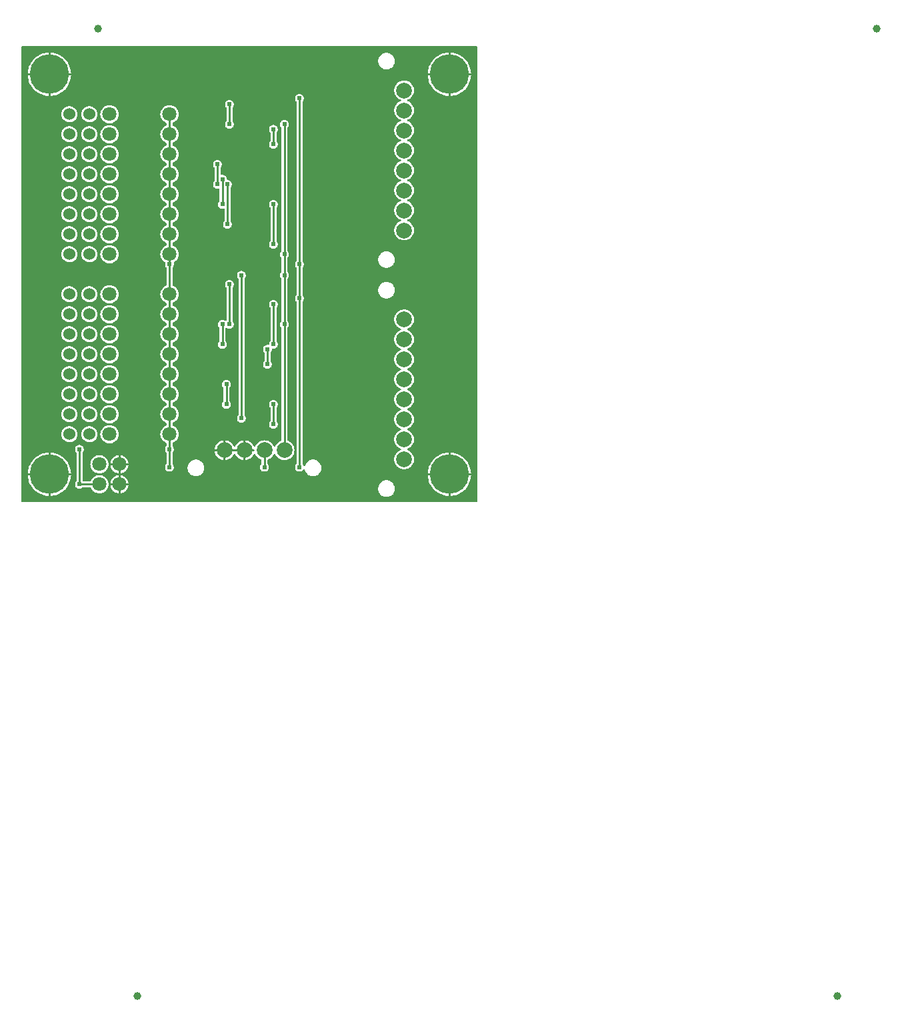
<source format=gbl>
G04 Layer: BottomLayer*
G04 Panelize: V-CUT, Column: 2, Row: 2, Board Size: 58.42mm x 58.42mm, Panelized Board Size: 118.84mm x 118.84mm*
G04 EasyEDA v6.5.34, 2023-09-05 23:35:40*
G04 bcb9dca7cd424f9e9e9865ef008c09cf,5a6b42c53f6a479593ecc07194224c93,10*
G04 Gerber Generator version 0.2*
G04 Scale: 100 percent, Rotated: No, Reflected: No *
G04 Dimensions in millimeters *
G04 leading zeros omitted , absolute positions ,4 integer and 5 decimal *
%FSLAX45Y45*%
%MOMM*%

%ADD10C,0.2540*%
%ADD11C,1.0000*%
%ADD12C,1.8000*%
%ADD13C,5.0000*%
%ADD14C,2.0000*%
%ADD15C,1.5240*%
%ADD16C,0.6096*%
%ADD17C,0.0144*%

%LPD*%
G36*
X36068Y25908D02*
G01*
X32156Y26670D01*
X28905Y28905D01*
X26670Y32156D01*
X25908Y36068D01*
X25908Y5805932D01*
X26670Y5809792D01*
X28905Y5813094D01*
X32156Y5815330D01*
X36068Y5816092D01*
X5805932Y5815584D01*
X5809843Y5814822D01*
X5813094Y5812637D01*
X5815330Y5809335D01*
X5816092Y5805424D01*
X5816092Y36068D01*
X5815330Y32156D01*
X5813094Y28905D01*
X5809843Y26670D01*
X5805932Y25908D01*
G37*

%LPC*%
G36*
X4660900Y5521604D02*
G01*
X4674717Y5522518D01*
X4688281Y5525211D01*
X4701438Y5529681D01*
X4713833Y5535777D01*
X4725365Y5543499D01*
X4735779Y5552643D01*
X4744923Y5563057D01*
X4752594Y5574538D01*
X4758740Y5586984D01*
X4763160Y5600090D01*
X4765903Y5613654D01*
X4766767Y5627471D01*
X4765903Y5641340D01*
X4763160Y5654903D01*
X4758740Y5668010D01*
X4752594Y5680456D01*
X4744923Y5691936D01*
X4735779Y5702350D01*
X4725365Y5711494D01*
X4713833Y5719216D01*
X4701438Y5725312D01*
X4688281Y5729782D01*
X4674717Y5732475D01*
X4660900Y5733389D01*
X4647082Y5732475D01*
X4633518Y5729782D01*
X4620361Y5725312D01*
X4607966Y5719216D01*
X4596434Y5711494D01*
X4586020Y5702350D01*
X4576876Y5691936D01*
X4569206Y5680456D01*
X4563059Y5668010D01*
X4558639Y5654903D01*
X4555896Y5641340D01*
X4555032Y5627471D01*
X4555896Y5613654D01*
X4558639Y5600090D01*
X4563059Y5586984D01*
X4569206Y5574538D01*
X4576876Y5563057D01*
X4586020Y5552643D01*
X4596434Y5543499D01*
X4607966Y5535777D01*
X4620361Y5529681D01*
X4633518Y5525211D01*
X4647082Y5522518D01*
G37*
G36*
X5448300Y105562D02*
G01*
X5448300Y368300D01*
X5185664Y368300D01*
X5186070Y357936D01*
X5188966Y334975D01*
X5193792Y312369D01*
X5200446Y290271D01*
X5208981Y268782D01*
X5219242Y248107D01*
X5231180Y228295D01*
X5244795Y209600D01*
X5259882Y192125D01*
X5276392Y175971D01*
X5294172Y161239D01*
X5313172Y148031D01*
X5333187Y136499D01*
X5354066Y126644D01*
X5375757Y118618D01*
X5398008Y112369D01*
X5420715Y108051D01*
X5443677Y105664D01*
G37*
G36*
X368300Y105562D02*
G01*
X368300Y368300D01*
X105664Y368300D01*
X106070Y357936D01*
X108966Y334975D01*
X113792Y312369D01*
X120446Y290271D01*
X128981Y268782D01*
X139242Y248107D01*
X151180Y228295D01*
X164795Y209600D01*
X179882Y192125D01*
X196392Y175971D01*
X214172Y161239D01*
X233171Y148031D01*
X253187Y136499D01*
X274066Y126644D01*
X295757Y118618D01*
X318008Y112369D01*
X340715Y108051D01*
X363677Y105664D01*
G37*
G36*
X5473700Y105613D02*
G01*
X5489854Y106629D01*
X5512714Y109982D01*
X5535218Y115265D01*
X5557164Y122428D01*
X5578500Y131368D01*
X5598972Y142087D01*
X5618480Y154432D01*
X5636869Y168402D01*
X5654040Y183896D01*
X5669838Y200710D01*
X5684215Y218846D01*
X5697016Y238099D01*
X5708142Y258317D01*
X5717540Y279450D01*
X5725109Y301244D01*
X5730849Y323646D01*
X5734710Y346405D01*
X5736590Y368300D01*
X5473700Y368300D01*
G37*
G36*
X393700Y105613D02*
G01*
X409854Y106629D01*
X432714Y109982D01*
X455218Y115265D01*
X477164Y122428D01*
X498500Y131368D01*
X518972Y142087D01*
X538480Y154432D01*
X556869Y168402D01*
X574040Y183896D01*
X589838Y200710D01*
X604215Y218846D01*
X617016Y238099D01*
X628142Y258317D01*
X637540Y279450D01*
X645109Y301244D01*
X650849Y323646D01*
X654710Y346405D01*
X656590Y368300D01*
X393700Y368300D01*
G37*
G36*
X1008735Y138328D02*
G01*
X1023264Y138328D01*
X1037691Y140157D01*
X1051814Y143764D01*
X1065326Y149148D01*
X1078077Y156159D01*
X1089863Y164693D01*
X1100480Y174650D01*
X1109776Y185877D01*
X1117549Y198170D01*
X1123746Y211328D01*
X1128268Y225196D01*
X1130960Y239471D01*
X1131874Y254000D01*
X1130960Y268528D01*
X1128268Y282803D01*
X1123746Y296672D01*
X1117549Y309829D01*
X1109776Y322122D01*
X1100480Y333349D01*
X1089863Y343306D01*
X1078077Y351840D01*
X1065326Y358851D01*
X1051814Y364236D01*
X1037691Y367842D01*
X1023264Y369671D01*
X1008735Y369671D01*
X994308Y367842D01*
X980186Y364236D01*
X966673Y358851D01*
X953922Y351840D01*
X942136Y343306D01*
X931519Y333349D01*
X922223Y322122D01*
X914450Y309829D01*
X909066Y298450D01*
X906830Y295351D01*
X903630Y293319D01*
X899871Y292608D01*
X810768Y292608D01*
X806856Y293370D01*
X803605Y295605D01*
X801370Y298856D01*
X800608Y302768D01*
X800608Y653491D01*
X801370Y657402D01*
X803605Y660704D01*
X805180Y662279D01*
X810818Y670306D01*
X814933Y679246D01*
X817473Y688695D01*
X818337Y698500D01*
X817473Y708304D01*
X814933Y717753D01*
X810818Y726694D01*
X805180Y734720D01*
X798220Y741680D01*
X790194Y747318D01*
X781253Y751433D01*
X771804Y753973D01*
X762000Y754837D01*
X752195Y753973D01*
X742746Y751433D01*
X733806Y747318D01*
X725779Y741680D01*
X718820Y734720D01*
X713181Y726694D01*
X709066Y717753D01*
X706526Y708304D01*
X705662Y698500D01*
X706526Y688695D01*
X709066Y679246D01*
X713181Y670306D01*
X718820Y662279D01*
X720394Y660704D01*
X722630Y657402D01*
X723392Y653491D01*
X723392Y299008D01*
X722630Y295097D01*
X720394Y291795D01*
X718820Y290220D01*
X713181Y282194D01*
X709066Y273253D01*
X706526Y263804D01*
X705662Y254000D01*
X706526Y244195D01*
X709066Y234746D01*
X713181Y225806D01*
X718820Y217779D01*
X725779Y210820D01*
X733806Y205181D01*
X742746Y201066D01*
X752195Y198526D01*
X762000Y197662D01*
X771804Y198526D01*
X781253Y201066D01*
X790194Y205181D01*
X798220Y210820D01*
X799795Y212394D01*
X803097Y214629D01*
X807008Y215392D01*
X899871Y215392D01*
X903630Y214680D01*
X906830Y212648D01*
X909066Y209550D01*
X914450Y198170D01*
X922223Y185877D01*
X931519Y174650D01*
X942136Y164693D01*
X953922Y156159D01*
X966673Y149148D01*
X980186Y143764D01*
X994308Y140157D01*
G37*
G36*
X1257300Y139039D02*
G01*
X1257300Y241300D01*
X1154887Y241300D01*
X1155039Y239471D01*
X1157732Y225196D01*
X1162253Y211328D01*
X1168450Y198170D01*
X1176223Y185877D01*
X1185519Y174650D01*
X1196136Y164693D01*
X1207922Y156159D01*
X1220673Y149148D01*
X1234186Y143764D01*
X1248308Y140157D01*
G37*
G36*
X1282700Y139039D02*
G01*
X1291691Y140157D01*
X1305814Y143764D01*
X1319326Y149148D01*
X1332077Y156159D01*
X1343863Y164693D01*
X1354480Y174650D01*
X1363776Y185877D01*
X1371549Y198170D01*
X1377746Y211328D01*
X1382268Y225196D01*
X1384960Y239471D01*
X1385112Y241300D01*
X1282700Y241300D01*
G37*
G36*
X393700Y5473700D02*
G01*
X656590Y5473700D01*
X654710Y5495594D01*
X650849Y5518353D01*
X645109Y5540756D01*
X637540Y5562549D01*
X628142Y5583682D01*
X617016Y5603900D01*
X604215Y5623153D01*
X589838Y5641289D01*
X574040Y5658104D01*
X556869Y5673598D01*
X538480Y5687568D01*
X518972Y5699912D01*
X498500Y5710631D01*
X477164Y5719572D01*
X455218Y5726734D01*
X432714Y5732018D01*
X409854Y5735370D01*
X393700Y5736386D01*
G37*
G36*
X1154887Y266700D02*
G01*
X1257300Y266700D01*
X1257300Y368960D01*
X1248308Y367842D01*
X1234186Y364236D01*
X1220673Y358851D01*
X1207922Y351840D01*
X1196136Y343306D01*
X1185519Y333349D01*
X1176223Y322122D01*
X1168450Y309829D01*
X1162253Y296672D01*
X1157732Y282803D01*
X1155039Y268528D01*
G37*
G36*
X1282700Y266700D02*
G01*
X1385112Y266700D01*
X1384960Y268528D01*
X1382268Y282803D01*
X1377746Y296672D01*
X1371549Y309829D01*
X1363776Y322122D01*
X1354480Y333349D01*
X1343863Y343306D01*
X1332077Y351840D01*
X1319326Y358851D01*
X1305814Y364236D01*
X1291691Y367842D01*
X1282700Y368960D01*
G37*
G36*
X5473700Y5473700D02*
G01*
X5736590Y5473700D01*
X5734710Y5495594D01*
X5730849Y5518353D01*
X5725109Y5540756D01*
X5717540Y5562549D01*
X5708142Y5583682D01*
X5697016Y5603900D01*
X5684215Y5623153D01*
X5669838Y5641289D01*
X5654040Y5658104D01*
X5636869Y5673598D01*
X5618480Y5687568D01*
X5598972Y5699912D01*
X5578500Y5710631D01*
X5557164Y5719572D01*
X5535218Y5726734D01*
X5512714Y5732018D01*
X5489854Y5735370D01*
X5473700Y5736386D01*
G37*
G36*
X2240940Y354888D02*
G01*
X2254758Y355803D01*
X2268321Y358495D01*
X2281478Y362966D01*
X2293874Y369062D01*
X2305405Y376783D01*
X2315819Y385927D01*
X2324963Y396341D01*
X2332634Y407822D01*
X2338781Y420268D01*
X2343200Y433374D01*
X2345944Y446938D01*
X2346807Y460756D01*
X2345944Y474624D01*
X2343200Y488188D01*
X2338781Y501294D01*
X2332634Y513740D01*
X2324963Y525221D01*
X2315819Y535635D01*
X2305405Y544779D01*
X2293874Y552500D01*
X2281478Y558596D01*
X2268321Y563067D01*
X2254758Y565759D01*
X2240940Y566674D01*
X2227122Y565759D01*
X2213559Y563067D01*
X2200402Y558596D01*
X2188006Y552500D01*
X2176475Y544779D01*
X2166061Y535635D01*
X2156917Y525221D01*
X2149246Y513740D01*
X2143099Y501294D01*
X2138680Y488188D01*
X2135936Y474624D01*
X2135073Y460756D01*
X2135936Y446938D01*
X2138680Y433374D01*
X2143099Y420268D01*
X2149246Y407822D01*
X2156917Y396341D01*
X2166061Y385927D01*
X2176475Y376783D01*
X2188006Y369062D01*
X2200402Y362966D01*
X2213559Y358495D01*
X2227122Y355803D01*
G37*
G36*
X3728059Y354888D02*
G01*
X3741928Y355803D01*
X3755491Y358495D01*
X3768598Y362966D01*
X3781044Y369062D01*
X3792524Y376783D01*
X3802938Y385927D01*
X3812082Y396341D01*
X3819804Y407822D01*
X3825900Y420268D01*
X3830370Y433374D01*
X3833063Y446938D01*
X3833977Y460756D01*
X3833063Y474624D01*
X3830370Y488188D01*
X3825900Y501294D01*
X3819804Y513740D01*
X3812082Y525221D01*
X3802938Y535635D01*
X3792524Y544779D01*
X3781044Y552500D01*
X3768598Y558596D01*
X3755491Y563067D01*
X3741928Y565759D01*
X3728059Y566674D01*
X3714242Y565759D01*
X3700678Y563067D01*
X3687572Y558596D01*
X3675126Y552500D01*
X3663645Y544779D01*
X3653231Y535635D01*
X3644087Y525221D01*
X3636365Y513740D01*
X3630269Y501294D01*
X3627018Y491794D01*
X3625037Y488340D01*
X3621836Y485901D01*
X3617976Y484936D01*
X3614013Y485495D01*
X3610559Y487527D01*
X3608222Y490778D01*
X3604818Y498093D01*
X3599179Y506120D01*
X3597605Y507695D01*
X3595370Y510997D01*
X3594608Y514908D01*
X3594608Y2571191D01*
X3595370Y2575102D01*
X3597605Y2578404D01*
X3599179Y2579979D01*
X3604818Y2588006D01*
X3608933Y2596946D01*
X3611473Y2606395D01*
X3612337Y2616200D01*
X3611473Y2626004D01*
X3608933Y2635453D01*
X3604818Y2644394D01*
X3599179Y2652420D01*
X3597605Y2653995D01*
X3595370Y2657297D01*
X3594608Y2661208D01*
X3594608Y3002991D01*
X3595370Y3006902D01*
X3597605Y3010204D01*
X3599179Y3011779D01*
X3604818Y3019806D01*
X3608933Y3028746D01*
X3611473Y3038195D01*
X3612337Y3048000D01*
X3611473Y3057804D01*
X3608933Y3067253D01*
X3604818Y3076194D01*
X3599179Y3084220D01*
X3597605Y3085795D01*
X3595370Y3089097D01*
X3594608Y3093008D01*
X3594608Y5111191D01*
X3595370Y5115102D01*
X3597605Y5118404D01*
X3599179Y5119979D01*
X3604818Y5128006D01*
X3608933Y5136946D01*
X3611473Y5146395D01*
X3612337Y5156200D01*
X3611473Y5166004D01*
X3608933Y5175453D01*
X3604818Y5184394D01*
X3599179Y5192420D01*
X3592220Y5199380D01*
X3584194Y5205018D01*
X3575253Y5209133D01*
X3565804Y5211673D01*
X3556000Y5212537D01*
X3546195Y5211673D01*
X3536746Y5209133D01*
X3527806Y5205018D01*
X3519779Y5199380D01*
X3512820Y5192420D01*
X3507181Y5184394D01*
X3503066Y5175453D01*
X3500526Y5166004D01*
X3499662Y5156200D01*
X3500526Y5146395D01*
X3503066Y5136946D01*
X3507181Y5128006D01*
X3512820Y5119979D01*
X3514394Y5118404D01*
X3516629Y5115102D01*
X3517392Y5111191D01*
X3517392Y3093008D01*
X3516629Y3089097D01*
X3514394Y3085795D01*
X3512820Y3084220D01*
X3507181Y3076194D01*
X3503066Y3067253D01*
X3500526Y3057804D01*
X3499662Y3048000D01*
X3500526Y3038195D01*
X3503066Y3028746D01*
X3507181Y3019806D01*
X3512820Y3011779D01*
X3514394Y3010204D01*
X3516629Y3006902D01*
X3517392Y3002991D01*
X3517392Y2661208D01*
X3516629Y2657297D01*
X3514394Y2653995D01*
X3512820Y2652420D01*
X3507181Y2644394D01*
X3503066Y2635453D01*
X3500526Y2626004D01*
X3499662Y2616200D01*
X3500526Y2606395D01*
X3503066Y2596946D01*
X3507181Y2588006D01*
X3512820Y2579979D01*
X3514394Y2578404D01*
X3516629Y2575102D01*
X3517392Y2571191D01*
X3517392Y514908D01*
X3516629Y510997D01*
X3514394Y507695D01*
X3512820Y506120D01*
X3507181Y498093D01*
X3503066Y489153D01*
X3500526Y479704D01*
X3499662Y469900D01*
X3500526Y460095D01*
X3503066Y450646D01*
X3507181Y441706D01*
X3512820Y433679D01*
X3519779Y426720D01*
X3527806Y421081D01*
X3536746Y416966D01*
X3546195Y414426D01*
X3556000Y413562D01*
X3565804Y414426D01*
X3575253Y416966D01*
X3584194Y421081D01*
X3592220Y426720D01*
X3599179Y433679D01*
X3607765Y446024D01*
X3611473Y448106D01*
X3615690Y448462D01*
X3619652Y447090D01*
X3622751Y444246D01*
X3624427Y440385D01*
X3625799Y433374D01*
X3630269Y420268D01*
X3636365Y407822D01*
X3644087Y396341D01*
X3653231Y385927D01*
X3663645Y376783D01*
X3675126Y369062D01*
X3687572Y362966D01*
X3700678Y358495D01*
X3714242Y355803D01*
G37*
G36*
X1008735Y392328D02*
G01*
X1023264Y392328D01*
X1037691Y394157D01*
X1051814Y397764D01*
X1065326Y403148D01*
X1078077Y410159D01*
X1089863Y418693D01*
X1100480Y428650D01*
X1109776Y439877D01*
X1117549Y452170D01*
X1123746Y465328D01*
X1128268Y479196D01*
X1130960Y493471D01*
X1131874Y508000D01*
X1130960Y522528D01*
X1128268Y536803D01*
X1123746Y550672D01*
X1117549Y563829D01*
X1109776Y576122D01*
X1100480Y587349D01*
X1089863Y597306D01*
X1078077Y605840D01*
X1065326Y612851D01*
X1051814Y618236D01*
X1037691Y621842D01*
X1023264Y623671D01*
X1008735Y623671D01*
X994308Y621842D01*
X980186Y618236D01*
X966673Y612851D01*
X953922Y605840D01*
X942136Y597306D01*
X931519Y587349D01*
X922223Y576122D01*
X914450Y563829D01*
X908253Y550672D01*
X903732Y536803D01*
X901039Y522528D01*
X900125Y508000D01*
X901039Y493471D01*
X903732Y479196D01*
X908253Y465328D01*
X914450Y452170D01*
X922223Y439877D01*
X931519Y428650D01*
X942136Y418693D01*
X953922Y410159D01*
X966673Y403148D01*
X980186Y397764D01*
X994308Y394157D01*
G37*
G36*
X1282700Y393039D02*
G01*
X1291691Y394157D01*
X1305814Y397764D01*
X1319326Y403148D01*
X1332077Y410159D01*
X1343863Y418693D01*
X1354480Y428650D01*
X1363776Y439877D01*
X1371549Y452170D01*
X1377746Y465328D01*
X1382268Y479196D01*
X1384960Y493471D01*
X1385112Y495300D01*
X1282700Y495300D01*
G37*
G36*
X1257300Y393039D02*
G01*
X1257300Y495300D01*
X1154887Y495300D01*
X1155039Y493471D01*
X1157732Y479196D01*
X1162253Y465328D01*
X1168450Y452170D01*
X1176223Y439877D01*
X1185519Y428650D01*
X1196136Y418693D01*
X1207922Y410159D01*
X1220673Y403148D01*
X1234186Y397764D01*
X1248308Y394157D01*
G37*
G36*
X105664Y393700D02*
G01*
X368300Y393700D01*
X368300Y656437D01*
X363677Y656336D01*
X340715Y653948D01*
X318008Y649630D01*
X295757Y643382D01*
X274066Y635355D01*
X253187Y625500D01*
X233171Y613968D01*
X214172Y600760D01*
X196392Y586028D01*
X179882Y569874D01*
X164795Y552348D01*
X151180Y533704D01*
X139242Y513892D01*
X128981Y493217D01*
X120446Y471728D01*
X113792Y449630D01*
X108966Y427024D01*
X106070Y404063D01*
G37*
G36*
X5185664Y393700D02*
G01*
X5448300Y393700D01*
X5448300Y656437D01*
X5443677Y656336D01*
X5420715Y653948D01*
X5398008Y649630D01*
X5375757Y643382D01*
X5354066Y635355D01*
X5333187Y625500D01*
X5313172Y613968D01*
X5294172Y600760D01*
X5276392Y586028D01*
X5259882Y569874D01*
X5244795Y552348D01*
X5231180Y533704D01*
X5219242Y513892D01*
X5208981Y493217D01*
X5200446Y471728D01*
X5193792Y449630D01*
X5188966Y427024D01*
X5186070Y404063D01*
G37*
G36*
X5473700Y393700D02*
G01*
X5736590Y393700D01*
X5734710Y415594D01*
X5730849Y438353D01*
X5725109Y460756D01*
X5717540Y482549D01*
X5708142Y503682D01*
X5697016Y523900D01*
X5684215Y543153D01*
X5669838Y561289D01*
X5654040Y578104D01*
X5636869Y593598D01*
X5618480Y607568D01*
X5598972Y619912D01*
X5578500Y630631D01*
X5557164Y639572D01*
X5535218Y646734D01*
X5512714Y652018D01*
X5489854Y655370D01*
X5473700Y656386D01*
G37*
G36*
X393700Y393700D02*
G01*
X656590Y393700D01*
X654710Y415594D01*
X650849Y438353D01*
X645109Y460756D01*
X637540Y482549D01*
X628142Y503682D01*
X617016Y523900D01*
X604215Y543153D01*
X589838Y561289D01*
X574040Y578104D01*
X556869Y593598D01*
X538480Y607568D01*
X518972Y619912D01*
X498500Y630631D01*
X477164Y639572D01*
X455218Y646734D01*
X432714Y652018D01*
X409854Y655370D01*
X393700Y656386D01*
G37*
G36*
X1905000Y413562D02*
G01*
X1914804Y414426D01*
X1924253Y416966D01*
X1933193Y421081D01*
X1941220Y426720D01*
X1948180Y433679D01*
X1953818Y441706D01*
X1957933Y450646D01*
X1960473Y460095D01*
X1961337Y469900D01*
X1960473Y479704D01*
X1957933Y489153D01*
X1953818Y498093D01*
X1948180Y506120D01*
X1946605Y507695D01*
X1944370Y510997D01*
X1943607Y514908D01*
X1943607Y653491D01*
X1944370Y657402D01*
X1946605Y660704D01*
X1948180Y662279D01*
X1953818Y670306D01*
X1957933Y679246D01*
X1960473Y688695D01*
X1961337Y698500D01*
X1960473Y708304D01*
X1957933Y717753D01*
X1953818Y726694D01*
X1948180Y734720D01*
X1946605Y736295D01*
X1944370Y739597D01*
X1943607Y743508D01*
X1943607Y772871D01*
X1944319Y776630D01*
X1946351Y779830D01*
X1949450Y782066D01*
X1960829Y787450D01*
X1973122Y795223D01*
X1984349Y804519D01*
X1994306Y815136D01*
X2002840Y826922D01*
X2009851Y839673D01*
X2015236Y853186D01*
X2018842Y867308D01*
X2020671Y881735D01*
X2020671Y896264D01*
X2018842Y910691D01*
X2015236Y924814D01*
X2009851Y938326D01*
X2002840Y951077D01*
X1994306Y962863D01*
X1984349Y973480D01*
X1973122Y982776D01*
X1960829Y990549D01*
X1949450Y995934D01*
X1946351Y998169D01*
X1944319Y1001369D01*
X1943607Y1005128D01*
X1943607Y1026871D01*
X1944319Y1030630D01*
X1946351Y1033830D01*
X1949450Y1036066D01*
X1960829Y1041450D01*
X1973122Y1049223D01*
X1984349Y1058519D01*
X1994306Y1069136D01*
X2002840Y1080922D01*
X2009851Y1093673D01*
X2015236Y1107186D01*
X2018842Y1121308D01*
X2020671Y1135735D01*
X2020671Y1150264D01*
X2018842Y1164691D01*
X2015236Y1178814D01*
X2009851Y1192326D01*
X2002840Y1205077D01*
X1994306Y1216863D01*
X1984349Y1227480D01*
X1973122Y1236776D01*
X1960829Y1244549D01*
X1949450Y1249934D01*
X1946351Y1252169D01*
X1944319Y1255369D01*
X1943607Y1259128D01*
X1943607Y1280871D01*
X1944319Y1284630D01*
X1946351Y1287830D01*
X1949450Y1290066D01*
X1960829Y1295450D01*
X1973122Y1303223D01*
X1984349Y1312519D01*
X1994306Y1323136D01*
X2002840Y1334922D01*
X2009851Y1347673D01*
X2015236Y1361186D01*
X2018842Y1375308D01*
X2020671Y1389735D01*
X2020671Y1404264D01*
X2018842Y1418691D01*
X2015236Y1432814D01*
X2009851Y1446326D01*
X2002840Y1459077D01*
X1994306Y1470863D01*
X1984349Y1481480D01*
X1973122Y1490776D01*
X1960829Y1498549D01*
X1949450Y1503934D01*
X1946351Y1506169D01*
X1944319Y1509369D01*
X1943607Y1513128D01*
X1943607Y1534871D01*
X1944319Y1538630D01*
X1946351Y1541830D01*
X1949450Y1544066D01*
X1960829Y1549450D01*
X1973122Y1557223D01*
X1984349Y1566519D01*
X1994306Y1577136D01*
X2002840Y1588922D01*
X2009851Y1601673D01*
X2015236Y1615186D01*
X2018842Y1629308D01*
X2020671Y1643735D01*
X2020671Y1658264D01*
X2018842Y1672691D01*
X2015236Y1686814D01*
X2009851Y1700326D01*
X2002840Y1713077D01*
X1994306Y1724863D01*
X1984349Y1735480D01*
X1973122Y1744776D01*
X1960829Y1752549D01*
X1949450Y1757934D01*
X1946351Y1760169D01*
X1944319Y1763369D01*
X1943607Y1767128D01*
X1943607Y1788871D01*
X1944319Y1792630D01*
X1946351Y1795830D01*
X1949450Y1798066D01*
X1960829Y1803450D01*
X1973122Y1811223D01*
X1984349Y1820519D01*
X1994306Y1831136D01*
X2002840Y1842922D01*
X2009851Y1855673D01*
X2015236Y1869186D01*
X2018842Y1883308D01*
X2020671Y1897735D01*
X2020671Y1912264D01*
X2018842Y1926691D01*
X2015236Y1940814D01*
X2009851Y1954326D01*
X2002840Y1967077D01*
X1994306Y1978863D01*
X1984349Y1989480D01*
X1973122Y1998776D01*
X1960829Y2006549D01*
X1949450Y2011934D01*
X1946351Y2014169D01*
X1944319Y2017369D01*
X1943607Y2021128D01*
X1943607Y2042871D01*
X1944319Y2046630D01*
X1946351Y2049830D01*
X1949450Y2052066D01*
X1960829Y2057450D01*
X1973122Y2065223D01*
X1984349Y2074519D01*
X1994306Y2085136D01*
X2002840Y2096922D01*
X2009851Y2109673D01*
X2015236Y2123186D01*
X2018842Y2137308D01*
X2020671Y2151735D01*
X2020671Y2166264D01*
X2018842Y2180691D01*
X2015236Y2194814D01*
X2009851Y2208326D01*
X2002840Y2221077D01*
X1994306Y2232863D01*
X1984349Y2243480D01*
X1973122Y2252776D01*
X1960829Y2260549D01*
X1949450Y2265934D01*
X1946351Y2268169D01*
X1944319Y2271369D01*
X1943607Y2275128D01*
X1943607Y2296871D01*
X1944319Y2300630D01*
X1946351Y2303830D01*
X1949450Y2306066D01*
X1960829Y2311450D01*
X1973122Y2319223D01*
X1984349Y2328519D01*
X1994306Y2339136D01*
X2002840Y2350922D01*
X2009851Y2363673D01*
X2015236Y2377186D01*
X2018842Y2391308D01*
X2020671Y2405735D01*
X2020671Y2420264D01*
X2018842Y2434691D01*
X2015236Y2448814D01*
X2009851Y2462326D01*
X2002840Y2475077D01*
X1994306Y2486863D01*
X1984349Y2497480D01*
X1973122Y2506776D01*
X1960829Y2514549D01*
X1949450Y2519934D01*
X1946351Y2522169D01*
X1944319Y2525369D01*
X1943607Y2529128D01*
X1943607Y2550871D01*
X1944319Y2554630D01*
X1946351Y2557830D01*
X1949450Y2560066D01*
X1960829Y2565450D01*
X1973122Y2573223D01*
X1984349Y2582519D01*
X1994306Y2593136D01*
X2002840Y2604922D01*
X2009851Y2617673D01*
X2015236Y2631186D01*
X2018842Y2645308D01*
X2020671Y2659735D01*
X2020671Y2674264D01*
X2018842Y2688691D01*
X2015236Y2702814D01*
X2009851Y2716326D01*
X2002840Y2729077D01*
X1994306Y2740863D01*
X1984349Y2751480D01*
X1973122Y2760776D01*
X1960829Y2768549D01*
X1949450Y2773934D01*
X1946351Y2776169D01*
X1944319Y2779369D01*
X1943607Y2783128D01*
X1943607Y3002991D01*
X1944370Y3006902D01*
X1946605Y3010204D01*
X1948180Y3011779D01*
X1953818Y3019806D01*
X1957933Y3028746D01*
X1960473Y3038195D01*
X1961337Y3048000D01*
X1960473Y3057804D01*
X1958898Y3063798D01*
X1958695Y3068015D01*
X1960219Y3071977D01*
X1963267Y3074974D01*
X1973122Y3081223D01*
X1984349Y3090519D01*
X1994306Y3101136D01*
X2002840Y3112922D01*
X2009851Y3125673D01*
X2015236Y3139186D01*
X2018842Y3153308D01*
X2020671Y3167735D01*
X2020671Y3182264D01*
X2018842Y3196691D01*
X2015236Y3210814D01*
X2009851Y3224326D01*
X2002840Y3237077D01*
X1994306Y3248863D01*
X1984349Y3259480D01*
X1973122Y3268776D01*
X1960829Y3276549D01*
X1949450Y3281934D01*
X1946351Y3284169D01*
X1944319Y3287369D01*
X1943607Y3291128D01*
X1943607Y3312871D01*
X1944319Y3316630D01*
X1946351Y3319830D01*
X1949450Y3322065D01*
X1960829Y3327450D01*
X1973122Y3335223D01*
X1984349Y3344519D01*
X1994306Y3355136D01*
X2002840Y3366922D01*
X2009851Y3379673D01*
X2015236Y3393186D01*
X2018842Y3407308D01*
X2020671Y3421735D01*
X2020671Y3436264D01*
X2018842Y3450691D01*
X2015236Y3464814D01*
X2009851Y3478326D01*
X2002840Y3491077D01*
X1994306Y3502863D01*
X1984349Y3513480D01*
X1973122Y3522776D01*
X1960829Y3530549D01*
X1949450Y3535934D01*
X1946351Y3538169D01*
X1944319Y3541369D01*
X1943607Y3545128D01*
X1943607Y3566871D01*
X1944319Y3570630D01*
X1946351Y3573830D01*
X1949450Y3576065D01*
X1960829Y3581450D01*
X1973122Y3589223D01*
X1984349Y3598519D01*
X1994306Y3609136D01*
X2002840Y3620922D01*
X2009851Y3633673D01*
X2015236Y3647186D01*
X2018842Y3661308D01*
X2020671Y3675735D01*
X2020671Y3690264D01*
X2018842Y3704691D01*
X2015236Y3718814D01*
X2009851Y3732326D01*
X2002840Y3745077D01*
X1994306Y3756863D01*
X1984349Y3767480D01*
X1973122Y3776776D01*
X1960829Y3784549D01*
X1949450Y3789934D01*
X1946351Y3792169D01*
X1944319Y3795369D01*
X1943607Y3799128D01*
X1943607Y3820871D01*
X1944319Y3824630D01*
X1946351Y3827830D01*
X1949450Y3830065D01*
X1960829Y3835450D01*
X1973122Y3843223D01*
X1984349Y3852519D01*
X1994306Y3863136D01*
X2002840Y3874922D01*
X2009851Y3887673D01*
X2015236Y3901186D01*
X2018842Y3915308D01*
X2020671Y3929735D01*
X2020671Y3944264D01*
X2018842Y3958691D01*
X2015236Y3972814D01*
X2009851Y3986326D01*
X2002840Y3999077D01*
X1994306Y4010863D01*
X1984349Y4021480D01*
X1973122Y4030776D01*
X1960829Y4038549D01*
X1949450Y4043934D01*
X1946351Y4046169D01*
X1944319Y4049369D01*
X1943607Y4053128D01*
X1943607Y4074871D01*
X1944319Y4078630D01*
X1946351Y4081830D01*
X1949450Y4084065D01*
X1960829Y4089450D01*
X1973122Y4097223D01*
X1984349Y4106519D01*
X1994306Y4117136D01*
X2002840Y4128922D01*
X2009851Y4141673D01*
X2015236Y4155186D01*
X2018842Y4169308D01*
X2020671Y4183735D01*
X2020671Y4198264D01*
X2018842Y4212691D01*
X2015236Y4226814D01*
X2009851Y4240326D01*
X2002840Y4253077D01*
X1994306Y4264863D01*
X1984349Y4275480D01*
X1973122Y4284776D01*
X1960829Y4292549D01*
X1949450Y4297934D01*
X1946351Y4300169D01*
X1944319Y4303369D01*
X1943607Y4307128D01*
X1943607Y4328871D01*
X1944319Y4332630D01*
X1946351Y4335830D01*
X1949450Y4338066D01*
X1960829Y4343450D01*
X1973122Y4351223D01*
X1984349Y4360519D01*
X1994306Y4371136D01*
X2002840Y4382922D01*
X2009851Y4395673D01*
X2015236Y4409186D01*
X2018842Y4423308D01*
X2020671Y4437735D01*
X2020671Y4452264D01*
X2018842Y4466691D01*
X2015236Y4480814D01*
X2009851Y4494326D01*
X2002840Y4507077D01*
X1994306Y4518863D01*
X1984349Y4529480D01*
X1973122Y4538776D01*
X1960829Y4546549D01*
X1949450Y4551934D01*
X1946351Y4554169D01*
X1944319Y4557369D01*
X1943607Y4561128D01*
X1943607Y4582871D01*
X1944319Y4586630D01*
X1946351Y4589830D01*
X1949450Y4592066D01*
X1960829Y4597450D01*
X1973122Y4605223D01*
X1984349Y4614519D01*
X1994306Y4625136D01*
X2002840Y4636922D01*
X2009851Y4649673D01*
X2015236Y4663186D01*
X2018842Y4677308D01*
X2020671Y4691735D01*
X2020671Y4706264D01*
X2018842Y4720691D01*
X2015236Y4734814D01*
X2009851Y4748326D01*
X2002840Y4761077D01*
X1994306Y4772863D01*
X1984349Y4783480D01*
X1973122Y4792776D01*
X1960829Y4800549D01*
X1949450Y4805934D01*
X1946351Y4808169D01*
X1944319Y4811369D01*
X1943607Y4815128D01*
X1943607Y4836871D01*
X1944319Y4840630D01*
X1946351Y4843830D01*
X1949450Y4846066D01*
X1960829Y4851450D01*
X1973122Y4859223D01*
X1984349Y4868519D01*
X1994306Y4879136D01*
X2002840Y4890922D01*
X2009851Y4903673D01*
X2015236Y4917186D01*
X2018842Y4931308D01*
X2020671Y4945735D01*
X2020671Y4960264D01*
X2018842Y4974691D01*
X2015236Y4988814D01*
X2009851Y5002326D01*
X2002840Y5015077D01*
X1994306Y5026863D01*
X1984349Y5037480D01*
X1973122Y5046776D01*
X1960829Y5054549D01*
X1947672Y5060746D01*
X1933803Y5065268D01*
X1919528Y5067960D01*
X1905000Y5068874D01*
X1890471Y5067960D01*
X1876196Y5065268D01*
X1862328Y5060746D01*
X1849170Y5054549D01*
X1836877Y5046776D01*
X1825650Y5037480D01*
X1815693Y5026863D01*
X1807159Y5015077D01*
X1800148Y5002326D01*
X1794764Y4988814D01*
X1791157Y4974691D01*
X1789328Y4960264D01*
X1789328Y4945735D01*
X1791157Y4931308D01*
X1794764Y4917186D01*
X1800148Y4903673D01*
X1807159Y4890922D01*
X1815693Y4879136D01*
X1825650Y4868519D01*
X1836877Y4859223D01*
X1849170Y4851450D01*
X1860550Y4846066D01*
X1863648Y4843830D01*
X1865680Y4840630D01*
X1866392Y4836871D01*
X1866392Y4815128D01*
X1865680Y4811369D01*
X1863648Y4808169D01*
X1860550Y4805934D01*
X1849170Y4800549D01*
X1836877Y4792776D01*
X1825650Y4783480D01*
X1815693Y4772863D01*
X1807159Y4761077D01*
X1800148Y4748326D01*
X1794764Y4734814D01*
X1791157Y4720691D01*
X1789328Y4706264D01*
X1789328Y4691735D01*
X1791157Y4677308D01*
X1794764Y4663186D01*
X1800148Y4649673D01*
X1807159Y4636922D01*
X1815693Y4625136D01*
X1825650Y4614519D01*
X1836877Y4605223D01*
X1849170Y4597450D01*
X1860550Y4592066D01*
X1863648Y4589830D01*
X1865680Y4586630D01*
X1866392Y4582871D01*
X1866392Y4561128D01*
X1865680Y4557369D01*
X1863648Y4554169D01*
X1860550Y4551934D01*
X1849170Y4546549D01*
X1836877Y4538776D01*
X1825650Y4529480D01*
X1815693Y4518863D01*
X1807159Y4507077D01*
X1800148Y4494326D01*
X1794764Y4480814D01*
X1791157Y4466691D01*
X1789328Y4452264D01*
X1789328Y4437735D01*
X1791157Y4423308D01*
X1794764Y4409186D01*
X1800148Y4395673D01*
X1807159Y4382922D01*
X1815693Y4371136D01*
X1825650Y4360519D01*
X1836877Y4351223D01*
X1849170Y4343450D01*
X1860550Y4338066D01*
X1863648Y4335830D01*
X1865680Y4332630D01*
X1866392Y4328871D01*
X1866392Y4307128D01*
X1865680Y4303369D01*
X1863648Y4300169D01*
X1860550Y4297934D01*
X1849170Y4292549D01*
X1836877Y4284776D01*
X1825650Y4275480D01*
X1815693Y4264863D01*
X1807159Y4253077D01*
X1800148Y4240326D01*
X1794764Y4226814D01*
X1791157Y4212691D01*
X1789328Y4198264D01*
X1789328Y4183735D01*
X1791157Y4169308D01*
X1794764Y4155186D01*
X1800148Y4141673D01*
X1807159Y4128922D01*
X1815693Y4117136D01*
X1825650Y4106519D01*
X1836877Y4097223D01*
X1849170Y4089450D01*
X1860550Y4084065D01*
X1863648Y4081830D01*
X1865680Y4078630D01*
X1866392Y4074871D01*
X1866392Y4053128D01*
X1865680Y4049369D01*
X1863648Y4046169D01*
X1860550Y4043934D01*
X1849170Y4038549D01*
X1836877Y4030776D01*
X1825650Y4021480D01*
X1815693Y4010863D01*
X1807159Y3999077D01*
X1800148Y3986326D01*
X1794764Y3972814D01*
X1791157Y3958691D01*
X1789328Y3944264D01*
X1789328Y3929735D01*
X1791157Y3915308D01*
X1794764Y3901186D01*
X1800148Y3887673D01*
X1807159Y3874922D01*
X1815693Y3863136D01*
X1825650Y3852519D01*
X1836877Y3843223D01*
X1849170Y3835450D01*
X1860550Y3830065D01*
X1863648Y3827830D01*
X1865680Y3824630D01*
X1866392Y3820871D01*
X1866392Y3799128D01*
X1865680Y3795369D01*
X1863648Y3792169D01*
X1860550Y3789934D01*
X1849170Y3784549D01*
X1836877Y3776776D01*
X1825650Y3767480D01*
X1815693Y3756863D01*
X1807159Y3745077D01*
X1800148Y3732326D01*
X1794764Y3718814D01*
X1791157Y3704691D01*
X1789328Y3690264D01*
X1789328Y3675735D01*
X1791157Y3661308D01*
X1794764Y3647186D01*
X1800148Y3633673D01*
X1807159Y3620922D01*
X1815693Y3609136D01*
X1825650Y3598519D01*
X1836877Y3589223D01*
X1849170Y3581450D01*
X1860550Y3576065D01*
X1863648Y3573830D01*
X1865680Y3570630D01*
X1866392Y3566871D01*
X1866392Y3545128D01*
X1865680Y3541369D01*
X1863648Y3538169D01*
X1860550Y3535934D01*
X1849170Y3530549D01*
X1836877Y3522776D01*
X1825650Y3513480D01*
X1815693Y3502863D01*
X1807159Y3491077D01*
X1800148Y3478326D01*
X1794764Y3464814D01*
X1791157Y3450691D01*
X1789328Y3436264D01*
X1789328Y3421735D01*
X1791157Y3407308D01*
X1794764Y3393186D01*
X1800148Y3379673D01*
X1807159Y3366922D01*
X1815693Y3355136D01*
X1825650Y3344519D01*
X1836877Y3335223D01*
X1849170Y3327450D01*
X1860550Y3322065D01*
X1863648Y3319830D01*
X1865680Y3316630D01*
X1866392Y3312871D01*
X1866392Y3291128D01*
X1865680Y3287369D01*
X1863648Y3284169D01*
X1860550Y3281934D01*
X1849170Y3276549D01*
X1836877Y3268776D01*
X1825650Y3259480D01*
X1815693Y3248863D01*
X1807159Y3237077D01*
X1800148Y3224326D01*
X1794764Y3210814D01*
X1791157Y3196691D01*
X1789328Y3182264D01*
X1789328Y3167735D01*
X1791157Y3153308D01*
X1794764Y3139186D01*
X1800148Y3125673D01*
X1807159Y3112922D01*
X1815693Y3101136D01*
X1825650Y3090519D01*
X1836877Y3081223D01*
X1846732Y3074974D01*
X1849780Y3071977D01*
X1851304Y3068015D01*
X1851101Y3063798D01*
X1849526Y3057804D01*
X1848662Y3048000D01*
X1849526Y3038195D01*
X1852066Y3028746D01*
X1856181Y3019806D01*
X1861820Y3011779D01*
X1863394Y3010204D01*
X1865630Y3006902D01*
X1866392Y3002991D01*
X1866392Y2783128D01*
X1865680Y2779369D01*
X1863648Y2776169D01*
X1860550Y2773934D01*
X1849170Y2768549D01*
X1836877Y2760776D01*
X1825650Y2751480D01*
X1815693Y2740863D01*
X1807159Y2729077D01*
X1800148Y2716326D01*
X1794764Y2702814D01*
X1791157Y2688691D01*
X1789328Y2674264D01*
X1789328Y2659735D01*
X1791157Y2645308D01*
X1794764Y2631186D01*
X1800148Y2617673D01*
X1807159Y2604922D01*
X1815693Y2593136D01*
X1825650Y2582519D01*
X1836877Y2573223D01*
X1849170Y2565450D01*
X1860550Y2560066D01*
X1863648Y2557830D01*
X1865680Y2554630D01*
X1866392Y2550871D01*
X1866392Y2529128D01*
X1865680Y2525369D01*
X1863648Y2522169D01*
X1860550Y2519934D01*
X1849170Y2514549D01*
X1836877Y2506776D01*
X1825650Y2497480D01*
X1815693Y2486863D01*
X1807159Y2475077D01*
X1800148Y2462326D01*
X1794764Y2448814D01*
X1791157Y2434691D01*
X1789328Y2420264D01*
X1789328Y2405735D01*
X1791157Y2391308D01*
X1794764Y2377186D01*
X1800148Y2363673D01*
X1807159Y2350922D01*
X1815693Y2339136D01*
X1825650Y2328519D01*
X1836877Y2319223D01*
X1849170Y2311450D01*
X1860550Y2306066D01*
X1863648Y2303830D01*
X1865680Y2300630D01*
X1866392Y2296871D01*
X1866392Y2275128D01*
X1865680Y2271369D01*
X1863648Y2268169D01*
X1860550Y2265934D01*
X1849170Y2260549D01*
X1836877Y2252776D01*
X1825650Y2243480D01*
X1815693Y2232863D01*
X1807159Y2221077D01*
X1800148Y2208326D01*
X1794764Y2194814D01*
X1791157Y2180691D01*
X1789328Y2166264D01*
X1789328Y2151735D01*
X1791157Y2137308D01*
X1794764Y2123186D01*
X1800148Y2109673D01*
X1807159Y2096922D01*
X1815693Y2085136D01*
X1825650Y2074519D01*
X1836877Y2065223D01*
X1849170Y2057450D01*
X1860550Y2052066D01*
X1863648Y2049830D01*
X1865680Y2046630D01*
X1866392Y2042871D01*
X1866392Y2021128D01*
X1865680Y2017369D01*
X1863648Y2014169D01*
X1860550Y2011934D01*
X1849170Y2006549D01*
X1836877Y1998776D01*
X1825650Y1989480D01*
X1815693Y1978863D01*
X1807159Y1967077D01*
X1800148Y1954326D01*
X1794764Y1940814D01*
X1791157Y1926691D01*
X1789328Y1912264D01*
X1789328Y1897735D01*
X1791157Y1883308D01*
X1794764Y1869186D01*
X1800148Y1855673D01*
X1807159Y1842922D01*
X1815693Y1831136D01*
X1825650Y1820519D01*
X1836877Y1811223D01*
X1849170Y1803450D01*
X1860550Y1798066D01*
X1863648Y1795830D01*
X1865680Y1792630D01*
X1866392Y1788871D01*
X1866392Y1767128D01*
X1865680Y1763369D01*
X1863648Y1760169D01*
X1860550Y1757934D01*
X1849170Y1752549D01*
X1836877Y1744776D01*
X1825650Y1735480D01*
X1815693Y1724863D01*
X1807159Y1713077D01*
X1800148Y1700326D01*
X1794764Y1686814D01*
X1791157Y1672691D01*
X1789328Y1658264D01*
X1789328Y1643735D01*
X1791157Y1629308D01*
X1794764Y1615186D01*
X1800148Y1601673D01*
X1807159Y1588922D01*
X1815693Y1577136D01*
X1825650Y1566519D01*
X1836877Y1557223D01*
X1849170Y1549450D01*
X1860550Y1544066D01*
X1863648Y1541830D01*
X1865680Y1538630D01*
X1866392Y1534871D01*
X1866392Y1513128D01*
X1865680Y1509369D01*
X1863648Y1506169D01*
X1860550Y1503934D01*
X1849170Y1498549D01*
X1836877Y1490776D01*
X1825650Y1481480D01*
X1815693Y1470863D01*
X1807159Y1459077D01*
X1800148Y1446326D01*
X1794764Y1432814D01*
X1791157Y1418691D01*
X1789328Y1404264D01*
X1789328Y1389735D01*
X1791157Y1375308D01*
X1794764Y1361186D01*
X1800148Y1347673D01*
X1807159Y1334922D01*
X1815693Y1323136D01*
X1825650Y1312519D01*
X1836877Y1303223D01*
X1849170Y1295450D01*
X1860550Y1290066D01*
X1863648Y1287830D01*
X1865680Y1284630D01*
X1866392Y1280871D01*
X1866392Y1259128D01*
X1865680Y1255369D01*
X1863648Y1252169D01*
X1860550Y1249934D01*
X1849170Y1244549D01*
X1836877Y1236776D01*
X1825650Y1227480D01*
X1815693Y1216863D01*
X1807159Y1205077D01*
X1800148Y1192326D01*
X1794764Y1178814D01*
X1791157Y1164691D01*
X1789328Y1150264D01*
X1789328Y1135735D01*
X1791157Y1121308D01*
X1794764Y1107186D01*
X1800148Y1093673D01*
X1807159Y1080922D01*
X1815693Y1069136D01*
X1825650Y1058519D01*
X1836877Y1049223D01*
X1849170Y1041450D01*
X1860550Y1036066D01*
X1863648Y1033830D01*
X1865680Y1030630D01*
X1866392Y1026871D01*
X1866392Y1005128D01*
X1865680Y1001369D01*
X1863648Y998169D01*
X1860550Y995934D01*
X1849170Y990549D01*
X1836877Y982776D01*
X1825650Y973480D01*
X1815693Y962863D01*
X1807159Y951077D01*
X1800148Y938326D01*
X1794764Y924814D01*
X1791157Y910691D01*
X1789328Y896264D01*
X1789328Y881735D01*
X1791157Y867308D01*
X1794764Y853186D01*
X1800148Y839673D01*
X1807159Y826922D01*
X1815693Y815136D01*
X1825650Y804519D01*
X1836877Y795223D01*
X1849170Y787450D01*
X1860550Y782066D01*
X1863648Y779830D01*
X1865680Y776630D01*
X1866392Y772871D01*
X1866392Y743508D01*
X1865630Y739597D01*
X1863394Y736295D01*
X1861820Y734720D01*
X1856181Y726694D01*
X1852066Y717753D01*
X1849526Y708304D01*
X1848662Y698500D01*
X1849526Y688695D01*
X1852066Y679246D01*
X1856181Y670306D01*
X1861820Y662279D01*
X1863394Y660704D01*
X1865630Y657402D01*
X1866392Y653491D01*
X1866392Y514908D01*
X1865630Y510997D01*
X1863394Y507695D01*
X1861820Y506120D01*
X1856181Y498093D01*
X1852066Y489153D01*
X1849526Y479704D01*
X1848662Y469900D01*
X1849526Y460095D01*
X1852066Y450646D01*
X1856181Y441706D01*
X1861820Y433679D01*
X1868779Y426720D01*
X1876806Y421081D01*
X1885746Y416966D01*
X1895195Y414426D01*
G37*
G36*
X5185664Y5473700D02*
G01*
X5448300Y5473700D01*
X5448300Y5736437D01*
X5443677Y5736336D01*
X5420715Y5733948D01*
X5398008Y5729630D01*
X5375757Y5723382D01*
X5354066Y5715355D01*
X5333187Y5705500D01*
X5313172Y5693968D01*
X5294172Y5680760D01*
X5276392Y5666028D01*
X5259882Y5649874D01*
X5244795Y5632348D01*
X5231180Y5613704D01*
X5219242Y5593892D01*
X5208981Y5573217D01*
X5200446Y5551728D01*
X5193792Y5529630D01*
X5188966Y5507024D01*
X5186070Y5484063D01*
G37*
G36*
X3111500Y413562D02*
G01*
X3121304Y414426D01*
X3130753Y416966D01*
X3139694Y421081D01*
X3147720Y426720D01*
X3154680Y433679D01*
X3160318Y441706D01*
X3164433Y450646D01*
X3166973Y460095D01*
X3167837Y469900D01*
X3166973Y479704D01*
X3164433Y489153D01*
X3160318Y498093D01*
X3154680Y506120D01*
X3153105Y507695D01*
X3150870Y510997D01*
X3150108Y514908D01*
X3150108Y558800D01*
X3150819Y562610D01*
X3152952Y565810D01*
X3156102Y568045D01*
X3170021Y574344D01*
X3183026Y582168D01*
X3194964Y591566D01*
X3205734Y602284D01*
X3215132Y614273D01*
X3222955Y627278D01*
X3229254Y641197D01*
X3231489Y644347D01*
X3234690Y646480D01*
X3238500Y647192D01*
X3242310Y646480D01*
X3245561Y644347D01*
X3247796Y641197D01*
X3254044Y627278D01*
X3261918Y614273D01*
X3271265Y602284D01*
X3282035Y591566D01*
X3293973Y582168D01*
X3307029Y574344D01*
X3320846Y568096D01*
X3335375Y563575D01*
X3350310Y560832D01*
X3365500Y559917D01*
X3380689Y560832D01*
X3395624Y563575D01*
X3410153Y568096D01*
X3424021Y574344D01*
X3437026Y582168D01*
X3448964Y591566D01*
X3459734Y602284D01*
X3469132Y614273D01*
X3476955Y627278D01*
X3483203Y641146D01*
X3487724Y655675D01*
X3490468Y670610D01*
X3491382Y685800D01*
X3490468Y700989D01*
X3487724Y715924D01*
X3483203Y730453D01*
X3476955Y744270D01*
X3469132Y757326D01*
X3459734Y769264D01*
X3448964Y780034D01*
X3437026Y789381D01*
X3424021Y797255D01*
X3410102Y803503D01*
X3406952Y805738D01*
X3404819Y808990D01*
X3404108Y812800D01*
X3404108Y2240991D01*
X3404870Y2244902D01*
X3407105Y2248204D01*
X3408679Y2249779D01*
X3414318Y2257806D01*
X3418433Y2266746D01*
X3420973Y2276195D01*
X3421837Y2286000D01*
X3420973Y2295804D01*
X3418433Y2305253D01*
X3414318Y2314194D01*
X3408679Y2322220D01*
X3407105Y2323795D01*
X3404870Y2327097D01*
X3404108Y2331008D01*
X3404108Y2863291D01*
X3404870Y2867202D01*
X3407105Y2870504D01*
X3408679Y2872079D01*
X3414318Y2880106D01*
X3418433Y2889046D01*
X3420973Y2898495D01*
X3421837Y2908300D01*
X3420973Y2918104D01*
X3418433Y2927553D01*
X3414318Y2936494D01*
X3408679Y2944520D01*
X3407105Y2946095D01*
X3404870Y2949397D01*
X3404108Y2953308D01*
X3404108Y3129991D01*
X3404870Y3133902D01*
X3407105Y3137204D01*
X3408679Y3138779D01*
X3414318Y3146806D01*
X3418433Y3155746D01*
X3420973Y3165195D01*
X3421837Y3175000D01*
X3420973Y3184804D01*
X3418433Y3194253D01*
X3414318Y3203194D01*
X3408679Y3211220D01*
X3407105Y3212795D01*
X3404870Y3216097D01*
X3404108Y3220008D01*
X3404108Y4780991D01*
X3404870Y4784902D01*
X3407105Y4788204D01*
X3408679Y4789779D01*
X3414318Y4797806D01*
X3418433Y4806746D01*
X3420973Y4816195D01*
X3421837Y4826000D01*
X3420973Y4835804D01*
X3418433Y4845253D01*
X3414318Y4854194D01*
X3408679Y4862220D01*
X3401720Y4869180D01*
X3393694Y4874818D01*
X3384753Y4878933D01*
X3375304Y4881473D01*
X3365500Y4882337D01*
X3355695Y4881473D01*
X3346246Y4878933D01*
X3337306Y4874818D01*
X3329279Y4869180D01*
X3322320Y4862220D01*
X3316681Y4854194D01*
X3312566Y4845253D01*
X3310026Y4835804D01*
X3309162Y4826000D01*
X3310026Y4816195D01*
X3312566Y4806746D01*
X3316681Y4797806D01*
X3322320Y4789779D01*
X3323894Y4788204D01*
X3326129Y4784902D01*
X3326892Y4780991D01*
X3326892Y3220008D01*
X3326129Y3216097D01*
X3323894Y3212795D01*
X3322320Y3211220D01*
X3316681Y3203194D01*
X3312566Y3194253D01*
X3310026Y3184804D01*
X3309162Y3175000D01*
X3310026Y3165195D01*
X3312566Y3155746D01*
X3316681Y3146806D01*
X3322320Y3138779D01*
X3323894Y3137204D01*
X3326129Y3133902D01*
X3326892Y3129991D01*
X3326892Y2953308D01*
X3326129Y2949397D01*
X3323894Y2946095D01*
X3322320Y2944520D01*
X3316681Y2936494D01*
X3312566Y2927553D01*
X3310026Y2918104D01*
X3309162Y2908300D01*
X3310026Y2898495D01*
X3312566Y2889046D01*
X3316681Y2880106D01*
X3322320Y2872079D01*
X3323894Y2870504D01*
X3326129Y2867202D01*
X3326892Y2863291D01*
X3326892Y2331008D01*
X3326129Y2327097D01*
X3323894Y2323795D01*
X3322320Y2322220D01*
X3316681Y2314194D01*
X3312566Y2305253D01*
X3310026Y2295804D01*
X3309162Y2286000D01*
X3310026Y2276195D01*
X3312566Y2266746D01*
X3316681Y2257806D01*
X3322320Y2249779D01*
X3323894Y2248204D01*
X3326129Y2244902D01*
X3326892Y2240991D01*
X3326892Y812800D01*
X3326180Y808990D01*
X3324047Y805738D01*
X3320897Y803503D01*
X3307029Y797255D01*
X3293973Y789381D01*
X3282035Y780034D01*
X3271265Y769264D01*
X3261918Y757326D01*
X3254044Y744270D01*
X3247796Y730351D01*
X3245561Y727202D01*
X3242310Y725119D01*
X3238500Y724357D01*
X3234690Y725119D01*
X3231489Y727202D01*
X3229254Y730351D01*
X3222955Y744270D01*
X3215132Y757326D01*
X3205734Y769264D01*
X3194964Y780034D01*
X3183026Y789381D01*
X3170021Y797255D01*
X3156153Y803503D01*
X3141624Y808024D01*
X3126689Y810768D01*
X3111500Y811682D01*
X3096310Y810768D01*
X3081375Y808024D01*
X3066846Y803503D01*
X3053029Y797255D01*
X3039973Y789381D01*
X3028035Y780034D01*
X3017266Y769264D01*
X3007918Y757326D01*
X3000044Y744270D01*
X2993796Y730351D01*
X2991561Y727202D01*
X2988310Y725119D01*
X2984500Y724357D01*
X2980690Y725119D01*
X2977489Y727202D01*
X2975254Y730351D01*
X2968955Y744270D01*
X2961132Y757326D01*
X2951734Y769264D01*
X2940964Y780034D01*
X2929026Y789381D01*
X2916021Y797255D01*
X2902153Y803503D01*
X2887624Y808024D01*
X2872689Y810768D01*
X2870200Y810920D01*
X2870200Y698500D01*
X2975610Y698500D01*
X2979470Y697738D01*
X2982772Y695502D01*
X2984957Y692200D01*
X2985770Y688340D01*
X2985770Y683260D01*
X2984957Y679348D01*
X2982772Y676046D01*
X2979470Y673862D01*
X2975610Y673100D01*
X2870200Y673100D01*
X2870200Y560679D01*
X2872689Y560832D01*
X2887624Y563575D01*
X2902153Y568096D01*
X2916021Y574344D01*
X2929026Y582168D01*
X2940964Y591566D01*
X2951734Y602284D01*
X2961132Y614273D01*
X2968955Y627278D01*
X2975254Y641197D01*
X2977489Y644347D01*
X2980690Y646480D01*
X2984500Y647192D01*
X2988310Y646480D01*
X2991561Y644347D01*
X2993796Y641197D01*
X3000044Y627278D01*
X3007918Y614273D01*
X3017266Y602284D01*
X3028035Y591566D01*
X3039973Y582168D01*
X3053029Y574344D01*
X3066897Y568045D01*
X3070047Y565861D01*
X3072180Y562610D01*
X3072892Y558800D01*
X3072892Y514908D01*
X3072130Y510997D01*
X3069894Y507695D01*
X3068320Y506120D01*
X3062681Y498093D01*
X3058566Y489153D01*
X3056026Y479704D01*
X3055162Y469900D01*
X3056026Y460095D01*
X3058566Y450646D01*
X3062681Y441706D01*
X3068320Y433679D01*
X3075279Y426720D01*
X3083306Y421081D01*
X3092246Y416966D01*
X3101695Y414426D01*
G37*
G36*
X4885893Y443738D02*
G01*
X4901082Y444652D01*
X4916017Y447395D01*
X4930546Y451916D01*
X4944414Y458114D01*
X4957419Y465988D01*
X4969408Y475386D01*
X4980127Y486105D01*
X4989525Y498093D01*
X4997399Y511098D01*
X5003596Y524967D01*
X5008118Y539496D01*
X5010861Y554431D01*
X5011775Y569620D01*
X5010861Y584758D01*
X5008118Y599744D01*
X5003596Y614222D01*
X4997399Y628091D01*
X4989525Y641096D01*
X4980127Y653084D01*
X4969408Y663854D01*
X4957419Y673201D01*
X4944414Y681075D01*
X4930495Y687324D01*
X4927346Y689559D01*
X4925212Y692810D01*
X4924501Y696620D01*
X4925212Y700379D01*
X4927346Y703630D01*
X4930495Y705866D01*
X4944414Y712114D01*
X4957419Y719988D01*
X4969408Y729386D01*
X4980127Y740105D01*
X4989525Y752094D01*
X4997399Y765098D01*
X5003596Y778967D01*
X5008118Y793496D01*
X5010861Y808431D01*
X5011775Y823620D01*
X5010861Y838758D01*
X5008118Y853744D01*
X5003596Y868222D01*
X4997399Y882091D01*
X4989525Y895096D01*
X4980127Y907084D01*
X4969408Y917854D01*
X4957419Y927201D01*
X4944414Y935075D01*
X4930495Y941324D01*
X4927346Y943559D01*
X4925212Y946810D01*
X4924501Y950620D01*
X4925212Y954379D01*
X4927346Y957630D01*
X4930495Y959866D01*
X4944414Y966114D01*
X4957419Y973988D01*
X4969408Y983386D01*
X4980127Y994105D01*
X4989525Y1006094D01*
X4997399Y1019098D01*
X5003596Y1032967D01*
X5008118Y1047496D01*
X5010861Y1062431D01*
X5011775Y1077620D01*
X5010861Y1092758D01*
X5008118Y1107744D01*
X5003596Y1122222D01*
X4997399Y1136091D01*
X4989525Y1149096D01*
X4980127Y1161084D01*
X4969408Y1171854D01*
X4957419Y1181201D01*
X4944414Y1189075D01*
X4930495Y1195324D01*
X4927346Y1197559D01*
X4925212Y1200810D01*
X4924501Y1204620D01*
X4925212Y1208379D01*
X4927346Y1211630D01*
X4930495Y1213866D01*
X4944414Y1220114D01*
X4957419Y1227988D01*
X4969408Y1237386D01*
X4980127Y1248105D01*
X4989525Y1260094D01*
X4997399Y1273098D01*
X5003596Y1286967D01*
X5008118Y1301496D01*
X5010861Y1316431D01*
X5011775Y1331620D01*
X5010861Y1346758D01*
X5008118Y1361744D01*
X5003596Y1376222D01*
X4997399Y1390091D01*
X4989525Y1403096D01*
X4980127Y1415084D01*
X4969408Y1425854D01*
X4957419Y1435201D01*
X4944414Y1443075D01*
X4930495Y1449324D01*
X4927346Y1451559D01*
X4925212Y1454810D01*
X4924501Y1458620D01*
X4925212Y1462379D01*
X4927346Y1465630D01*
X4930495Y1467866D01*
X4944414Y1474114D01*
X4957419Y1481988D01*
X4969408Y1491386D01*
X4980127Y1502105D01*
X4989525Y1514094D01*
X4997399Y1527098D01*
X5003596Y1540967D01*
X5008118Y1555496D01*
X5010861Y1570431D01*
X5011775Y1585620D01*
X5010861Y1600758D01*
X5008118Y1615744D01*
X5003596Y1630222D01*
X4997399Y1644091D01*
X4989525Y1657096D01*
X4980127Y1669084D01*
X4969408Y1679854D01*
X4957419Y1689201D01*
X4944414Y1697075D01*
X4930495Y1703324D01*
X4927346Y1705559D01*
X4925212Y1708810D01*
X4924501Y1712620D01*
X4925212Y1716379D01*
X4927346Y1719630D01*
X4930495Y1721866D01*
X4944414Y1728114D01*
X4957419Y1735988D01*
X4969408Y1745386D01*
X4980127Y1756105D01*
X4989525Y1768093D01*
X4997399Y1781098D01*
X5003596Y1794967D01*
X5008118Y1809496D01*
X5010861Y1824431D01*
X5011775Y1839620D01*
X5010861Y1854758D01*
X5008118Y1869744D01*
X5003596Y1884222D01*
X4997399Y1898091D01*
X4989525Y1911096D01*
X4980127Y1923084D01*
X4969408Y1933854D01*
X4957419Y1943201D01*
X4944414Y1951075D01*
X4930495Y1957324D01*
X4927346Y1959559D01*
X4925212Y1962810D01*
X4924501Y1966620D01*
X4925212Y1970379D01*
X4927346Y1973630D01*
X4930495Y1975866D01*
X4944414Y1982114D01*
X4957419Y1989988D01*
X4969408Y1999386D01*
X4980127Y2010105D01*
X4989525Y2022093D01*
X4997399Y2035098D01*
X5003596Y2048967D01*
X5008118Y2063496D01*
X5010861Y2078431D01*
X5011775Y2093620D01*
X5010861Y2108758D01*
X5008118Y2123744D01*
X5003596Y2138222D01*
X4997399Y2152091D01*
X4989525Y2165096D01*
X4980127Y2177084D01*
X4969408Y2187854D01*
X4957419Y2197201D01*
X4944414Y2205075D01*
X4930495Y2211324D01*
X4927346Y2213559D01*
X4925212Y2216810D01*
X4924501Y2220620D01*
X4925212Y2224379D01*
X4927346Y2227630D01*
X4930495Y2229866D01*
X4944414Y2236114D01*
X4957419Y2243988D01*
X4969408Y2253386D01*
X4980127Y2264105D01*
X4989525Y2276094D01*
X4997399Y2289098D01*
X5003596Y2302967D01*
X5008118Y2317496D01*
X5010861Y2332431D01*
X5011775Y2347620D01*
X5010861Y2362758D01*
X5008118Y2377744D01*
X5003596Y2392222D01*
X4997399Y2406091D01*
X4989525Y2419096D01*
X4980127Y2431084D01*
X4969408Y2441854D01*
X4957419Y2451201D01*
X4944414Y2459075D01*
X4930546Y2465324D01*
X4916017Y2469845D01*
X4901082Y2472588D01*
X4885893Y2473502D01*
X4870754Y2472588D01*
X4855768Y2469845D01*
X4841290Y2465324D01*
X4827422Y2459075D01*
X4814417Y2451201D01*
X4802428Y2441854D01*
X4791659Y2431084D01*
X4782312Y2419096D01*
X4774438Y2406091D01*
X4768189Y2392222D01*
X4763668Y2377744D01*
X4760925Y2362758D01*
X4760010Y2347620D01*
X4760925Y2332431D01*
X4763668Y2317496D01*
X4768189Y2302967D01*
X4774438Y2289098D01*
X4782312Y2276094D01*
X4791659Y2264105D01*
X4802428Y2253386D01*
X4814417Y2243988D01*
X4827422Y2236114D01*
X4841341Y2229866D01*
X4844491Y2227630D01*
X4846574Y2224379D01*
X4847336Y2220620D01*
X4846574Y2216810D01*
X4844491Y2213559D01*
X4841341Y2211324D01*
X4827422Y2205075D01*
X4814417Y2197201D01*
X4802428Y2187854D01*
X4791659Y2177084D01*
X4782312Y2165096D01*
X4774438Y2152091D01*
X4768189Y2138222D01*
X4763668Y2123744D01*
X4760925Y2108758D01*
X4760010Y2093620D01*
X4760925Y2078431D01*
X4763668Y2063496D01*
X4768189Y2048967D01*
X4774438Y2035098D01*
X4782312Y2022093D01*
X4791659Y2010105D01*
X4802428Y1999386D01*
X4814417Y1989988D01*
X4827422Y1982114D01*
X4841341Y1975866D01*
X4844491Y1973630D01*
X4846574Y1970379D01*
X4847336Y1966620D01*
X4846574Y1962810D01*
X4844491Y1959559D01*
X4841341Y1957324D01*
X4827422Y1951075D01*
X4814417Y1943201D01*
X4802428Y1933854D01*
X4791659Y1923084D01*
X4782312Y1911096D01*
X4774438Y1898091D01*
X4768189Y1884222D01*
X4763668Y1869744D01*
X4760925Y1854758D01*
X4760010Y1839620D01*
X4760925Y1824431D01*
X4763668Y1809496D01*
X4768189Y1794967D01*
X4774438Y1781098D01*
X4782312Y1768093D01*
X4791659Y1756105D01*
X4802428Y1745386D01*
X4814417Y1735988D01*
X4827422Y1728114D01*
X4841341Y1721866D01*
X4844491Y1719630D01*
X4846574Y1716379D01*
X4847336Y1712620D01*
X4846574Y1708810D01*
X4844491Y1705559D01*
X4841341Y1703324D01*
X4827422Y1697075D01*
X4814417Y1689201D01*
X4802428Y1679854D01*
X4791659Y1669084D01*
X4782312Y1657096D01*
X4774438Y1644091D01*
X4768189Y1630222D01*
X4763668Y1615744D01*
X4760925Y1600758D01*
X4760010Y1585620D01*
X4760925Y1570431D01*
X4763668Y1555496D01*
X4768189Y1540967D01*
X4774438Y1527098D01*
X4782312Y1514094D01*
X4791659Y1502105D01*
X4802428Y1491386D01*
X4814417Y1481988D01*
X4827422Y1474114D01*
X4841341Y1467866D01*
X4844491Y1465630D01*
X4846574Y1462379D01*
X4847336Y1458620D01*
X4846574Y1454810D01*
X4844491Y1451559D01*
X4841341Y1449324D01*
X4827422Y1443075D01*
X4814417Y1435201D01*
X4802428Y1425854D01*
X4791659Y1415084D01*
X4782312Y1403096D01*
X4774438Y1390091D01*
X4768189Y1376222D01*
X4763668Y1361744D01*
X4760925Y1346758D01*
X4760010Y1331620D01*
X4760925Y1316431D01*
X4763668Y1301496D01*
X4768189Y1286967D01*
X4774438Y1273098D01*
X4782312Y1260094D01*
X4791659Y1248105D01*
X4802428Y1237386D01*
X4814417Y1227988D01*
X4827422Y1220114D01*
X4841341Y1213866D01*
X4844491Y1211630D01*
X4846574Y1208379D01*
X4847336Y1204620D01*
X4846574Y1200810D01*
X4844491Y1197559D01*
X4841341Y1195324D01*
X4827422Y1189075D01*
X4814417Y1181201D01*
X4802428Y1171854D01*
X4791659Y1161084D01*
X4782312Y1149096D01*
X4774438Y1136091D01*
X4768189Y1122222D01*
X4763668Y1107744D01*
X4760925Y1092758D01*
X4760010Y1077620D01*
X4760925Y1062431D01*
X4763668Y1047496D01*
X4768189Y1032967D01*
X4774438Y1019098D01*
X4782312Y1006094D01*
X4791659Y994105D01*
X4802428Y983386D01*
X4814417Y973988D01*
X4827422Y966114D01*
X4841341Y959866D01*
X4844491Y957630D01*
X4846574Y954379D01*
X4847336Y950620D01*
X4846574Y946810D01*
X4844491Y943559D01*
X4841341Y941324D01*
X4827422Y935075D01*
X4814417Y927201D01*
X4802428Y917854D01*
X4791659Y907084D01*
X4782312Y895096D01*
X4774438Y882091D01*
X4768189Y868222D01*
X4763668Y853744D01*
X4760925Y838758D01*
X4760010Y823620D01*
X4760925Y808431D01*
X4763668Y793496D01*
X4768189Y778967D01*
X4774438Y765098D01*
X4782312Y752094D01*
X4791659Y740105D01*
X4802428Y729386D01*
X4814417Y719988D01*
X4827422Y712114D01*
X4841341Y705866D01*
X4844491Y703630D01*
X4846574Y700379D01*
X4847336Y696620D01*
X4846574Y692810D01*
X4844491Y689559D01*
X4841341Y687324D01*
X4827422Y681075D01*
X4814417Y673201D01*
X4802428Y663854D01*
X4791659Y653084D01*
X4782312Y641096D01*
X4774438Y628091D01*
X4768189Y614222D01*
X4763668Y599744D01*
X4760925Y584758D01*
X4760010Y569620D01*
X4760925Y554431D01*
X4763668Y539496D01*
X4768189Y524967D01*
X4774438Y511098D01*
X4782312Y498093D01*
X4791659Y486105D01*
X4802428Y475386D01*
X4814417Y465988D01*
X4827422Y458114D01*
X4841290Y451916D01*
X4855768Y447395D01*
X4870754Y444652D01*
G37*
G36*
X105664Y5473700D02*
G01*
X368300Y5473700D01*
X368300Y5736437D01*
X363677Y5736336D01*
X340715Y5733948D01*
X318008Y5729630D01*
X295757Y5723382D01*
X274066Y5715355D01*
X253187Y5705500D01*
X233171Y5693968D01*
X214172Y5680760D01*
X196392Y5666028D01*
X179882Y5649874D01*
X164795Y5632348D01*
X151180Y5613704D01*
X139242Y5593892D01*
X128981Y5573217D01*
X120446Y5551728D01*
X113792Y5529630D01*
X108966Y5507024D01*
X106070Y5484063D01*
G37*
G36*
X1154887Y520700D02*
G01*
X1257300Y520700D01*
X1257300Y622960D01*
X1248308Y621842D01*
X1234186Y618236D01*
X1220673Y612851D01*
X1207922Y605840D01*
X1196136Y597306D01*
X1185519Y587349D01*
X1176223Y576122D01*
X1168450Y563829D01*
X1162253Y550672D01*
X1157732Y536803D01*
X1155039Y522528D01*
G37*
G36*
X1282700Y520700D02*
G01*
X1385112Y520700D01*
X1384960Y522528D01*
X1382268Y536803D01*
X1377746Y550672D01*
X1371549Y563829D01*
X1363776Y576122D01*
X1354480Y587349D01*
X1343863Y597306D01*
X1332077Y605840D01*
X1319326Y612851D01*
X1305814Y618236D01*
X1291691Y621842D01*
X1282700Y622960D01*
G37*
G36*
X393700Y5185613D02*
G01*
X409854Y5186629D01*
X432714Y5189982D01*
X455218Y5195265D01*
X477164Y5202428D01*
X498500Y5211368D01*
X518972Y5222087D01*
X538480Y5234432D01*
X556869Y5248402D01*
X574040Y5263896D01*
X589838Y5280710D01*
X604215Y5298846D01*
X617016Y5318099D01*
X628142Y5338318D01*
X637540Y5359450D01*
X645109Y5381244D01*
X650849Y5403646D01*
X654710Y5426405D01*
X656590Y5448300D01*
X393700Y5448300D01*
G37*
G36*
X2590800Y560679D02*
G01*
X2590800Y673100D01*
X2478379Y673100D01*
X2478532Y670610D01*
X2481275Y655675D01*
X2485796Y641146D01*
X2492044Y627278D01*
X2499918Y614273D01*
X2509266Y602284D01*
X2520035Y591566D01*
X2531973Y582168D01*
X2545029Y574344D01*
X2558846Y568096D01*
X2573375Y563575D01*
X2588310Y560832D01*
G37*
G36*
X2616200Y560679D02*
G01*
X2618689Y560832D01*
X2633624Y563575D01*
X2648153Y568096D01*
X2662021Y574344D01*
X2675026Y582168D01*
X2686964Y591566D01*
X2697734Y602284D01*
X2707132Y614273D01*
X2714955Y627278D01*
X2721254Y641197D01*
X2723489Y644347D01*
X2726690Y646480D01*
X2730500Y647192D01*
X2734310Y646480D01*
X2737561Y644347D01*
X2739796Y641197D01*
X2746044Y627278D01*
X2753918Y614273D01*
X2763266Y602284D01*
X2774035Y591566D01*
X2785973Y582168D01*
X2799029Y574344D01*
X2812846Y568096D01*
X2827375Y563575D01*
X2842310Y560832D01*
X2844800Y560679D01*
X2844800Y673100D01*
X2616200Y673100D01*
G37*
G36*
X5473700Y5185613D02*
G01*
X5489854Y5186629D01*
X5512714Y5189982D01*
X5535218Y5195265D01*
X5557164Y5202428D01*
X5578500Y5211368D01*
X5598972Y5222087D01*
X5618480Y5234432D01*
X5636869Y5248402D01*
X5654040Y5263896D01*
X5669838Y5280710D01*
X5684215Y5298846D01*
X5697016Y5318099D01*
X5708142Y5338318D01*
X5717540Y5359450D01*
X5725109Y5381244D01*
X5730849Y5403646D01*
X5734710Y5426405D01*
X5736590Y5448300D01*
X5473700Y5448300D01*
G37*
G36*
X5448300Y5185562D02*
G01*
X5448300Y5448300D01*
X5185664Y5448300D01*
X5186070Y5437936D01*
X5188966Y5414975D01*
X5193792Y5392369D01*
X5200446Y5370271D01*
X5208981Y5348782D01*
X5219242Y5328107D01*
X5231180Y5308295D01*
X5244795Y5289600D01*
X5259882Y5272125D01*
X5276392Y5255971D01*
X5294172Y5241239D01*
X5313172Y5228031D01*
X5333187Y5216499D01*
X5354066Y5206644D01*
X5375757Y5198618D01*
X5398008Y5192369D01*
X5420715Y5188051D01*
X5443677Y5185664D01*
G37*
G36*
X2478379Y698500D02*
G01*
X2590800Y698500D01*
X2590800Y810920D01*
X2588310Y810768D01*
X2573375Y808024D01*
X2558846Y803503D01*
X2545029Y797255D01*
X2531973Y789381D01*
X2520035Y780034D01*
X2509266Y769264D01*
X2499918Y757326D01*
X2492044Y744270D01*
X2485796Y730453D01*
X2481275Y715924D01*
X2478532Y700989D01*
G37*
G36*
X2616200Y698500D02*
G01*
X2844800Y698500D01*
X2844800Y810920D01*
X2842310Y810768D01*
X2827375Y808024D01*
X2812846Y803503D01*
X2799029Y797255D01*
X2785973Y789381D01*
X2774035Y780034D01*
X2763266Y769264D01*
X2753918Y757326D01*
X2746044Y744270D01*
X2739796Y730351D01*
X2737561Y727202D01*
X2734310Y725119D01*
X2730500Y724357D01*
X2726690Y725119D01*
X2723489Y727202D01*
X2721254Y730351D01*
X2714955Y744270D01*
X2707132Y757326D01*
X2697734Y769264D01*
X2686964Y780034D01*
X2675026Y789381D01*
X2662021Y797255D01*
X2648153Y803503D01*
X2633624Y808024D01*
X2618689Y810768D01*
X2616200Y810920D01*
G37*
G36*
X368300Y5185562D02*
G01*
X368300Y5448300D01*
X105664Y5448300D01*
X106070Y5437936D01*
X108966Y5414975D01*
X113792Y5392369D01*
X120446Y5370271D01*
X128981Y5348782D01*
X139242Y5328107D01*
X151180Y5308295D01*
X164795Y5289600D01*
X179882Y5272125D01*
X196392Y5255971D01*
X214172Y5241239D01*
X233171Y5228031D01*
X253187Y5216499D01*
X274066Y5206644D01*
X295757Y5198618D01*
X318008Y5192369D01*
X340715Y5188051D01*
X363677Y5185664D01*
G37*
G36*
X885596Y4850993D02*
G01*
X899210Y4851450D01*
X912672Y4853686D01*
X925677Y4857750D01*
X938072Y4863490D01*
X949553Y4870805D01*
X959967Y4879594D01*
X969111Y4889754D01*
X976833Y4900980D01*
X982980Y4913122D01*
X987450Y4926025D01*
X990193Y4939385D01*
X991108Y4953000D01*
X990193Y4966614D01*
X987450Y4979974D01*
X982980Y4992878D01*
X976833Y5005019D01*
X969111Y5016246D01*
X959967Y5026406D01*
X949553Y5035194D01*
X938072Y5042509D01*
X925677Y5048250D01*
X912672Y5052314D01*
X899210Y5054549D01*
X885596Y5055006D01*
X872032Y5053685D01*
X858774Y5050485D01*
X846023Y5045608D01*
X834085Y5039055D01*
X823112Y5030978D01*
X813308Y5021478D01*
X804824Y5010759D01*
X797864Y4999024D01*
X792581Y4986477D01*
X788974Y4973320D01*
X787146Y4959807D01*
X787146Y4946192D01*
X788974Y4932680D01*
X792581Y4919522D01*
X797864Y4906975D01*
X804824Y4895240D01*
X813308Y4884521D01*
X823112Y4875022D01*
X834085Y4866944D01*
X846023Y4860391D01*
X858774Y4855514D01*
X872032Y4852314D01*
G37*
G36*
X631596Y4850993D02*
G01*
X645210Y4851450D01*
X658672Y4853686D01*
X671677Y4857750D01*
X684072Y4863490D01*
X695553Y4870805D01*
X705967Y4879594D01*
X715111Y4889754D01*
X722833Y4900980D01*
X728980Y4913122D01*
X733450Y4926025D01*
X736193Y4939385D01*
X737108Y4953000D01*
X736193Y4966614D01*
X733450Y4979974D01*
X728980Y4992878D01*
X722833Y5005019D01*
X715111Y5016246D01*
X705967Y5026406D01*
X695553Y5035194D01*
X684072Y5042509D01*
X671677Y5048250D01*
X658672Y5052314D01*
X645210Y5054549D01*
X631596Y5055006D01*
X618032Y5053685D01*
X604774Y5050485D01*
X592023Y5045608D01*
X580085Y5039055D01*
X569112Y5030978D01*
X559308Y5021478D01*
X550824Y5010759D01*
X543864Y4999024D01*
X538581Y4986477D01*
X534974Y4973320D01*
X533146Y4959807D01*
X533146Y4946192D01*
X534974Y4932680D01*
X538581Y4919522D01*
X543864Y4906975D01*
X550824Y4895240D01*
X559308Y4884521D01*
X569112Y4875022D01*
X580085Y4866944D01*
X592023Y4860391D01*
X604774Y4855514D01*
X618032Y4852314D01*
G37*
G36*
X1143000Y773125D02*
G01*
X1157528Y774039D01*
X1171803Y776732D01*
X1185672Y781253D01*
X1198829Y787450D01*
X1211122Y795223D01*
X1222349Y804519D01*
X1232306Y815136D01*
X1240840Y826922D01*
X1247851Y839673D01*
X1253236Y853186D01*
X1256842Y867308D01*
X1258671Y881735D01*
X1258671Y896264D01*
X1256842Y910691D01*
X1253236Y924814D01*
X1247851Y938326D01*
X1240840Y951077D01*
X1232306Y962863D01*
X1222349Y973480D01*
X1211122Y982776D01*
X1198829Y990549D01*
X1185672Y996746D01*
X1171803Y1001268D01*
X1157528Y1003960D01*
X1143000Y1004874D01*
X1128471Y1003960D01*
X1114196Y1001268D01*
X1100328Y996746D01*
X1087170Y990549D01*
X1074877Y982776D01*
X1063650Y973480D01*
X1053693Y962863D01*
X1045159Y951077D01*
X1038148Y938326D01*
X1032764Y924814D01*
X1029157Y910691D01*
X1027328Y896264D01*
X1027328Y881735D01*
X1029157Y867308D01*
X1032764Y853186D01*
X1038148Y839673D01*
X1045159Y826922D01*
X1053693Y815136D01*
X1063650Y804519D01*
X1074877Y795223D01*
X1087170Y787450D01*
X1100328Y781253D01*
X1114196Y776732D01*
X1128471Y774039D01*
G37*
G36*
X631596Y786993D02*
G01*
X645210Y787450D01*
X658672Y789686D01*
X671677Y793750D01*
X684072Y799490D01*
X695553Y806805D01*
X705967Y815594D01*
X715111Y825753D01*
X722833Y836980D01*
X728980Y849121D01*
X733450Y862025D01*
X736193Y875385D01*
X737108Y889000D01*
X736193Y902614D01*
X733450Y915974D01*
X728980Y928878D01*
X722833Y941019D01*
X715111Y952246D01*
X705967Y962406D01*
X695553Y971194D01*
X684072Y978509D01*
X671677Y984250D01*
X658672Y988314D01*
X645210Y990549D01*
X631596Y991006D01*
X618032Y989685D01*
X604774Y986485D01*
X592023Y981608D01*
X580085Y975055D01*
X569112Y966978D01*
X559308Y957478D01*
X550824Y946759D01*
X543864Y935024D01*
X538581Y922477D01*
X534974Y909319D01*
X533146Y895807D01*
X533146Y882192D01*
X534974Y868680D01*
X538581Y855522D01*
X543864Y842975D01*
X550824Y831240D01*
X559308Y820521D01*
X569112Y811022D01*
X580085Y802944D01*
X592023Y796391D01*
X604774Y791514D01*
X618032Y788314D01*
G37*
G36*
X885596Y786993D02*
G01*
X899210Y787450D01*
X912672Y789686D01*
X925677Y793750D01*
X938072Y799490D01*
X949553Y806805D01*
X959967Y815594D01*
X969111Y825753D01*
X976833Y836980D01*
X982980Y849121D01*
X987450Y862025D01*
X990193Y875385D01*
X991108Y889000D01*
X990193Y902614D01*
X987450Y915974D01*
X982980Y928878D01*
X976833Y941019D01*
X969111Y952246D01*
X959967Y962406D01*
X949553Y971194D01*
X938072Y978509D01*
X925677Y984250D01*
X912672Y988314D01*
X899210Y990549D01*
X885596Y991006D01*
X872032Y989685D01*
X858774Y986485D01*
X846023Y981608D01*
X834085Y975055D01*
X823112Y966978D01*
X813308Y957478D01*
X804824Y946759D01*
X797864Y935024D01*
X792581Y922477D01*
X788974Y909319D01*
X787146Y895807D01*
X787146Y882192D01*
X788974Y868680D01*
X792581Y855522D01*
X797864Y842975D01*
X804824Y831240D01*
X813308Y820521D01*
X823112Y811022D01*
X834085Y802944D01*
X846023Y796391D01*
X858774Y791514D01*
X872032Y788314D01*
G37*
G36*
X3225800Y959662D02*
G01*
X3235604Y960526D01*
X3245053Y963066D01*
X3253994Y967181D01*
X3262020Y972819D01*
X3268979Y979779D01*
X3274618Y987806D01*
X3278733Y996746D01*
X3281273Y1006195D01*
X3282137Y1016000D01*
X3281273Y1025804D01*
X3278733Y1035253D01*
X3274618Y1044194D01*
X3268979Y1052220D01*
X3267405Y1053795D01*
X3265170Y1057097D01*
X3264408Y1061008D01*
X3264408Y1224991D01*
X3265170Y1228902D01*
X3267405Y1232204D01*
X3268979Y1233779D01*
X3274618Y1241806D01*
X3278733Y1250746D01*
X3281273Y1260195D01*
X3282137Y1270000D01*
X3281273Y1279804D01*
X3278733Y1289253D01*
X3274618Y1298194D01*
X3268979Y1306220D01*
X3262020Y1313180D01*
X3253994Y1318818D01*
X3245053Y1322933D01*
X3235604Y1325473D01*
X3225800Y1326337D01*
X3215995Y1325473D01*
X3206546Y1322933D01*
X3197606Y1318818D01*
X3189579Y1313180D01*
X3182620Y1306220D01*
X3176981Y1298194D01*
X3172866Y1289253D01*
X3170326Y1279804D01*
X3169462Y1270000D01*
X3170326Y1260195D01*
X3172866Y1250746D01*
X3176981Y1241806D01*
X3182620Y1233779D01*
X3184194Y1232204D01*
X3186430Y1228902D01*
X3187192Y1224991D01*
X3187192Y1061008D01*
X3186430Y1057097D01*
X3184194Y1053795D01*
X3182620Y1052220D01*
X3176981Y1044194D01*
X3172866Y1035253D01*
X3170326Y1025804D01*
X3169462Y1016000D01*
X3170326Y1006195D01*
X3172866Y996746D01*
X3176981Y987806D01*
X3182620Y979779D01*
X3189579Y972819D01*
X3197606Y967181D01*
X3206546Y963066D01*
X3215995Y960526D01*
G37*
G36*
X1143000Y1027125D02*
G01*
X1157528Y1028039D01*
X1171803Y1030732D01*
X1185672Y1035253D01*
X1198829Y1041450D01*
X1211122Y1049223D01*
X1222349Y1058519D01*
X1232306Y1069136D01*
X1240840Y1080922D01*
X1247851Y1093673D01*
X1253236Y1107186D01*
X1256842Y1121308D01*
X1258671Y1135735D01*
X1258671Y1150264D01*
X1256842Y1164691D01*
X1253236Y1178814D01*
X1247851Y1192326D01*
X1240840Y1205077D01*
X1232306Y1216863D01*
X1222349Y1227480D01*
X1211122Y1236776D01*
X1198829Y1244549D01*
X1185672Y1250746D01*
X1171803Y1255268D01*
X1157528Y1257960D01*
X1143000Y1258874D01*
X1128471Y1257960D01*
X1114196Y1255268D01*
X1100328Y1250746D01*
X1087170Y1244549D01*
X1074877Y1236776D01*
X1063650Y1227480D01*
X1053693Y1216863D01*
X1045159Y1205077D01*
X1038148Y1192326D01*
X1032764Y1178814D01*
X1029157Y1164691D01*
X1027328Y1150264D01*
X1027328Y1135735D01*
X1029157Y1121308D01*
X1032764Y1107186D01*
X1038148Y1093673D01*
X1045159Y1080922D01*
X1053693Y1069136D01*
X1063650Y1058519D01*
X1074877Y1049223D01*
X1087170Y1041450D01*
X1100328Y1035253D01*
X1114196Y1030732D01*
X1128471Y1028039D01*
G37*
G36*
X2819400Y1035862D02*
G01*
X2829204Y1036726D01*
X2838653Y1039266D01*
X2847594Y1043381D01*
X2855620Y1049020D01*
X2862580Y1055979D01*
X2868218Y1064006D01*
X2872333Y1072946D01*
X2874873Y1082395D01*
X2875737Y1092200D01*
X2874873Y1102004D01*
X2872333Y1111453D01*
X2868218Y1120394D01*
X2862580Y1128420D01*
X2861005Y1129995D01*
X2858770Y1133297D01*
X2858008Y1137208D01*
X2858008Y2863291D01*
X2858770Y2867202D01*
X2861005Y2870504D01*
X2862580Y2872079D01*
X2868218Y2880106D01*
X2872333Y2889046D01*
X2874873Y2898495D01*
X2875737Y2908300D01*
X2874873Y2918104D01*
X2872333Y2927553D01*
X2868218Y2936494D01*
X2862580Y2944520D01*
X2855620Y2951480D01*
X2847594Y2957118D01*
X2838653Y2961233D01*
X2829204Y2963773D01*
X2819400Y2964637D01*
X2809595Y2963773D01*
X2800146Y2961233D01*
X2791206Y2957118D01*
X2783179Y2951480D01*
X2776220Y2944520D01*
X2770581Y2936494D01*
X2766466Y2927553D01*
X2763926Y2918104D01*
X2763062Y2908300D01*
X2763926Y2898495D01*
X2766466Y2889046D01*
X2770581Y2880106D01*
X2776220Y2872079D01*
X2777794Y2870504D01*
X2780030Y2867202D01*
X2780792Y2863291D01*
X2780792Y1137208D01*
X2780030Y1133297D01*
X2777794Y1129995D01*
X2776220Y1128420D01*
X2770581Y1120394D01*
X2766466Y1111453D01*
X2763926Y1102004D01*
X2763062Y1092200D01*
X2763926Y1082395D01*
X2766466Y1072946D01*
X2770581Y1064006D01*
X2776220Y1055979D01*
X2783179Y1049020D01*
X2791206Y1043381D01*
X2800146Y1039266D01*
X2809595Y1036726D01*
G37*
G36*
X631596Y1040993D02*
G01*
X645210Y1041450D01*
X658672Y1043686D01*
X671677Y1047750D01*
X684072Y1053490D01*
X695553Y1060805D01*
X705967Y1069594D01*
X715111Y1079754D01*
X722833Y1090980D01*
X728980Y1103122D01*
X733450Y1116025D01*
X736193Y1129385D01*
X737108Y1143000D01*
X736193Y1156614D01*
X733450Y1169974D01*
X728980Y1182878D01*
X722833Y1195019D01*
X715111Y1206246D01*
X705967Y1216406D01*
X695553Y1225194D01*
X684072Y1232509D01*
X671677Y1238250D01*
X658672Y1242314D01*
X645210Y1244549D01*
X631596Y1245006D01*
X618032Y1243685D01*
X604774Y1240485D01*
X592023Y1235608D01*
X580085Y1229055D01*
X569112Y1220978D01*
X559308Y1211478D01*
X550824Y1200759D01*
X543864Y1189024D01*
X538581Y1176477D01*
X534974Y1163320D01*
X533146Y1149807D01*
X533146Y1136192D01*
X534974Y1122680D01*
X538581Y1109522D01*
X543864Y1096975D01*
X550824Y1085240D01*
X559308Y1074521D01*
X569112Y1065022D01*
X580085Y1056944D01*
X592023Y1050391D01*
X604774Y1045514D01*
X618032Y1042314D01*
G37*
G36*
X885596Y1040993D02*
G01*
X899210Y1041450D01*
X912672Y1043686D01*
X925677Y1047750D01*
X938072Y1053490D01*
X949553Y1060805D01*
X959967Y1069594D01*
X969111Y1079754D01*
X976833Y1090980D01*
X982980Y1103122D01*
X987450Y1116025D01*
X990193Y1129385D01*
X991108Y1143000D01*
X990193Y1156614D01*
X987450Y1169974D01*
X982980Y1182878D01*
X976833Y1195019D01*
X969111Y1206246D01*
X959967Y1216406D01*
X949553Y1225194D01*
X938072Y1232509D01*
X925677Y1238250D01*
X912672Y1242314D01*
X899210Y1244549D01*
X885596Y1245006D01*
X872032Y1243685D01*
X858774Y1240485D01*
X846023Y1235608D01*
X834085Y1229055D01*
X823112Y1220978D01*
X813308Y1211478D01*
X804824Y1200759D01*
X797864Y1189024D01*
X792581Y1176477D01*
X788974Y1163320D01*
X787146Y1149807D01*
X787146Y1136192D01*
X788974Y1122680D01*
X792581Y1109522D01*
X797864Y1096975D01*
X804824Y1085240D01*
X813308Y1074521D01*
X823112Y1065022D01*
X834085Y1056944D01*
X846023Y1050391D01*
X858774Y1045514D01*
X872032Y1042314D01*
G37*
G36*
X2628900Y1213662D02*
G01*
X2638704Y1214526D01*
X2648153Y1217066D01*
X2657094Y1221181D01*
X2665120Y1226820D01*
X2672080Y1233779D01*
X2677718Y1241806D01*
X2681833Y1250746D01*
X2684373Y1260195D01*
X2685237Y1270000D01*
X2684373Y1279804D01*
X2681833Y1289253D01*
X2677718Y1298194D01*
X2672080Y1306220D01*
X2670505Y1307795D01*
X2668270Y1311097D01*
X2667508Y1315008D01*
X2667508Y1478991D01*
X2668270Y1482902D01*
X2670505Y1486204D01*
X2672080Y1487779D01*
X2677718Y1495806D01*
X2681833Y1504746D01*
X2684373Y1514195D01*
X2685237Y1524000D01*
X2684373Y1533804D01*
X2681833Y1543253D01*
X2677718Y1552194D01*
X2672080Y1560220D01*
X2665120Y1567180D01*
X2657094Y1572818D01*
X2648153Y1576933D01*
X2638704Y1579473D01*
X2628900Y1580337D01*
X2619095Y1579473D01*
X2609646Y1576933D01*
X2600706Y1572818D01*
X2592679Y1567180D01*
X2585720Y1560220D01*
X2580081Y1552194D01*
X2575966Y1543253D01*
X2573426Y1533804D01*
X2572562Y1524000D01*
X2573426Y1514195D01*
X2575966Y1504746D01*
X2580081Y1495806D01*
X2585720Y1487779D01*
X2587294Y1486204D01*
X2589530Y1482902D01*
X2590292Y1478991D01*
X2590292Y1315008D01*
X2589530Y1311097D01*
X2587294Y1307795D01*
X2585720Y1306220D01*
X2580081Y1298194D01*
X2575966Y1289253D01*
X2573426Y1279804D01*
X2572562Y1270000D01*
X2573426Y1260195D01*
X2575966Y1250746D01*
X2580081Y1241806D01*
X2585720Y1233779D01*
X2592679Y1226820D01*
X2600706Y1221181D01*
X2609646Y1217066D01*
X2619095Y1214526D01*
G37*
G36*
X1143000Y1281125D02*
G01*
X1157528Y1282039D01*
X1171803Y1284732D01*
X1185672Y1289253D01*
X1198829Y1295450D01*
X1211122Y1303223D01*
X1222349Y1312519D01*
X1232306Y1323136D01*
X1240840Y1334922D01*
X1247851Y1347673D01*
X1253236Y1361186D01*
X1256842Y1375308D01*
X1258671Y1389735D01*
X1258671Y1404264D01*
X1256842Y1418691D01*
X1253236Y1432814D01*
X1247851Y1446326D01*
X1240840Y1459077D01*
X1232306Y1470863D01*
X1222349Y1481480D01*
X1211122Y1490776D01*
X1198829Y1498549D01*
X1185672Y1504746D01*
X1171803Y1509268D01*
X1157528Y1511960D01*
X1143000Y1512874D01*
X1128471Y1511960D01*
X1114196Y1509268D01*
X1100328Y1504746D01*
X1087170Y1498549D01*
X1074877Y1490776D01*
X1063650Y1481480D01*
X1053693Y1470863D01*
X1045159Y1459077D01*
X1038148Y1446326D01*
X1032764Y1432814D01*
X1029157Y1418691D01*
X1027328Y1404264D01*
X1027328Y1389735D01*
X1029157Y1375308D01*
X1032764Y1361186D01*
X1038148Y1347673D01*
X1045159Y1334922D01*
X1053693Y1323136D01*
X1063650Y1312519D01*
X1074877Y1303223D01*
X1087170Y1295450D01*
X1100328Y1289253D01*
X1114196Y1284732D01*
X1128471Y1282039D01*
G37*
G36*
X631596Y1294993D02*
G01*
X645210Y1295450D01*
X658672Y1297686D01*
X671677Y1301750D01*
X684072Y1307490D01*
X695553Y1314805D01*
X705967Y1323594D01*
X715111Y1333754D01*
X722833Y1344980D01*
X728980Y1357122D01*
X733450Y1370025D01*
X736193Y1383385D01*
X737108Y1397000D01*
X736193Y1410614D01*
X733450Y1423974D01*
X728980Y1436878D01*
X722833Y1449019D01*
X715111Y1460246D01*
X705967Y1470406D01*
X695553Y1479194D01*
X684072Y1486509D01*
X671677Y1492250D01*
X658672Y1496314D01*
X645210Y1498549D01*
X631596Y1499006D01*
X618032Y1497685D01*
X604774Y1494485D01*
X592023Y1489608D01*
X580085Y1483055D01*
X569112Y1474978D01*
X559308Y1465478D01*
X550824Y1454759D01*
X543864Y1443024D01*
X538581Y1430477D01*
X534974Y1417320D01*
X533146Y1403807D01*
X533146Y1390192D01*
X534974Y1376680D01*
X538581Y1363522D01*
X543864Y1350975D01*
X550824Y1339240D01*
X559308Y1328521D01*
X569112Y1319022D01*
X580085Y1310944D01*
X592023Y1304391D01*
X604774Y1299514D01*
X618032Y1296314D01*
G37*
G36*
X885596Y1294993D02*
G01*
X899210Y1295450D01*
X912672Y1297686D01*
X925677Y1301750D01*
X938072Y1307490D01*
X949553Y1314805D01*
X959967Y1323594D01*
X969111Y1333754D01*
X976833Y1344980D01*
X982980Y1357122D01*
X987450Y1370025D01*
X990193Y1383385D01*
X991108Y1397000D01*
X990193Y1410614D01*
X987450Y1423974D01*
X982980Y1436878D01*
X976833Y1449019D01*
X969111Y1460246D01*
X959967Y1470406D01*
X949553Y1479194D01*
X938072Y1486509D01*
X925677Y1492250D01*
X912672Y1496314D01*
X899210Y1498549D01*
X885596Y1499006D01*
X872032Y1497685D01*
X858774Y1494485D01*
X846023Y1489608D01*
X834085Y1483055D01*
X823112Y1474978D01*
X813308Y1465478D01*
X804824Y1454759D01*
X797864Y1443024D01*
X792581Y1430477D01*
X788974Y1417320D01*
X787146Y1403807D01*
X787146Y1390192D01*
X788974Y1376680D01*
X792581Y1363522D01*
X797864Y1350975D01*
X804824Y1339240D01*
X813308Y1328521D01*
X823112Y1319022D01*
X834085Y1310944D01*
X846023Y1304391D01*
X858774Y1299514D01*
X872032Y1296314D01*
G37*
G36*
X1143000Y1535125D02*
G01*
X1157528Y1536039D01*
X1171803Y1538732D01*
X1185672Y1543253D01*
X1198829Y1549450D01*
X1211122Y1557223D01*
X1222349Y1566519D01*
X1232306Y1577136D01*
X1240840Y1588922D01*
X1247851Y1601673D01*
X1253236Y1615186D01*
X1256842Y1629308D01*
X1258671Y1643735D01*
X1258671Y1658264D01*
X1256842Y1672691D01*
X1253236Y1686814D01*
X1247851Y1700326D01*
X1240840Y1713077D01*
X1232306Y1724863D01*
X1222349Y1735480D01*
X1211122Y1744776D01*
X1198829Y1752549D01*
X1185672Y1758746D01*
X1171803Y1763268D01*
X1157528Y1765960D01*
X1143000Y1766874D01*
X1128471Y1765960D01*
X1114196Y1763268D01*
X1100328Y1758746D01*
X1087170Y1752549D01*
X1074877Y1744776D01*
X1063650Y1735480D01*
X1053693Y1724863D01*
X1045159Y1713077D01*
X1038148Y1700326D01*
X1032764Y1686814D01*
X1029157Y1672691D01*
X1027328Y1658264D01*
X1027328Y1643735D01*
X1029157Y1629308D01*
X1032764Y1615186D01*
X1038148Y1601673D01*
X1045159Y1588922D01*
X1053693Y1577136D01*
X1063650Y1566519D01*
X1074877Y1557223D01*
X1087170Y1549450D01*
X1100328Y1543253D01*
X1114196Y1538732D01*
X1128471Y1536039D01*
G37*
G36*
X885596Y1548993D02*
G01*
X899210Y1549450D01*
X912672Y1551686D01*
X925677Y1555750D01*
X938072Y1561490D01*
X949553Y1568805D01*
X959967Y1577594D01*
X969111Y1587754D01*
X976833Y1598980D01*
X982980Y1611122D01*
X987450Y1624025D01*
X990193Y1637385D01*
X991108Y1651000D01*
X990193Y1664614D01*
X987450Y1677974D01*
X982980Y1690878D01*
X976833Y1703019D01*
X969111Y1714246D01*
X959967Y1724406D01*
X949553Y1733194D01*
X938072Y1740509D01*
X925677Y1746250D01*
X912672Y1750314D01*
X899210Y1752549D01*
X885596Y1753006D01*
X872032Y1751685D01*
X858774Y1748485D01*
X846023Y1743608D01*
X834085Y1737055D01*
X823112Y1728978D01*
X813308Y1719478D01*
X804824Y1708759D01*
X797864Y1697024D01*
X792581Y1684477D01*
X788974Y1671320D01*
X787146Y1657807D01*
X787146Y1644192D01*
X788974Y1630680D01*
X792581Y1617522D01*
X797864Y1604975D01*
X804824Y1593240D01*
X813308Y1582521D01*
X823112Y1573022D01*
X834085Y1564944D01*
X846023Y1558391D01*
X858774Y1553514D01*
X872032Y1550314D01*
G37*
G36*
X631596Y1548993D02*
G01*
X645210Y1549450D01*
X658672Y1551686D01*
X671677Y1555750D01*
X684072Y1561490D01*
X695553Y1568805D01*
X705967Y1577594D01*
X715111Y1587754D01*
X722833Y1598980D01*
X728980Y1611122D01*
X733450Y1624025D01*
X736193Y1637385D01*
X737108Y1651000D01*
X736193Y1664614D01*
X733450Y1677974D01*
X728980Y1690878D01*
X722833Y1703019D01*
X715111Y1714246D01*
X705967Y1724406D01*
X695553Y1733194D01*
X684072Y1740509D01*
X671677Y1746250D01*
X658672Y1750314D01*
X645210Y1752549D01*
X631596Y1753006D01*
X618032Y1751685D01*
X604774Y1748485D01*
X592023Y1743608D01*
X580085Y1737055D01*
X569112Y1728978D01*
X559308Y1719478D01*
X550824Y1708759D01*
X543864Y1697024D01*
X538581Y1684477D01*
X534974Y1671320D01*
X533146Y1657807D01*
X533146Y1644192D01*
X534974Y1630680D01*
X538581Y1617522D01*
X543864Y1604975D01*
X550824Y1593240D01*
X559308Y1582521D01*
X569112Y1573022D01*
X580085Y1564944D01*
X592023Y1558391D01*
X604774Y1553514D01*
X618032Y1550314D01*
G37*
G36*
X3149600Y1721662D02*
G01*
X3159404Y1722526D01*
X3168853Y1725066D01*
X3177794Y1729181D01*
X3185820Y1734820D01*
X3192780Y1741779D01*
X3198418Y1749806D01*
X3202533Y1758746D01*
X3205073Y1768195D01*
X3205937Y1778000D01*
X3205073Y1787804D01*
X3202533Y1797253D01*
X3198418Y1806193D01*
X3192780Y1814220D01*
X3191205Y1815795D01*
X3188970Y1819097D01*
X3188208Y1823008D01*
X3188208Y1923491D01*
X3188970Y1927402D01*
X3191205Y1930704D01*
X3192780Y1932279D01*
X3198418Y1940306D01*
X3202533Y1949246D01*
X3205073Y1958695D01*
X3205835Y1967179D01*
X3206953Y1970989D01*
X3209442Y1974088D01*
X3212896Y1976018D01*
X3216859Y1976424D01*
X3225800Y1975662D01*
X3235604Y1976526D01*
X3245053Y1979066D01*
X3253994Y1983181D01*
X3262020Y1988820D01*
X3268979Y1995779D01*
X3274618Y2003806D01*
X3278733Y2012746D01*
X3281273Y2022195D01*
X3282137Y2032000D01*
X3281273Y2041804D01*
X3278733Y2051253D01*
X3274618Y2060193D01*
X3268979Y2068220D01*
X3267405Y2069795D01*
X3265170Y2073097D01*
X3264408Y2077008D01*
X3264408Y2494991D01*
X3265170Y2498902D01*
X3267405Y2502204D01*
X3268979Y2503779D01*
X3274618Y2511806D01*
X3278733Y2520746D01*
X3281273Y2530195D01*
X3282137Y2540000D01*
X3281273Y2549804D01*
X3278733Y2559253D01*
X3274618Y2568194D01*
X3268979Y2576220D01*
X3262020Y2583180D01*
X3253994Y2588818D01*
X3245053Y2592933D01*
X3235604Y2595473D01*
X3225800Y2596337D01*
X3215995Y2595473D01*
X3206546Y2592933D01*
X3197606Y2588818D01*
X3189579Y2583180D01*
X3182620Y2576220D01*
X3176981Y2568194D01*
X3172866Y2559253D01*
X3170326Y2549804D01*
X3169462Y2540000D01*
X3170326Y2530195D01*
X3172866Y2520746D01*
X3176981Y2511806D01*
X3182620Y2503779D01*
X3184194Y2502204D01*
X3186430Y2498902D01*
X3187192Y2494991D01*
X3187192Y2077008D01*
X3186430Y2073097D01*
X3184194Y2069795D01*
X3182620Y2068220D01*
X3176981Y2060193D01*
X3172866Y2051253D01*
X3170326Y2041804D01*
X3169564Y2033320D01*
X3168446Y2029510D01*
X3165957Y2026412D01*
X3162503Y2024481D01*
X3158540Y2024075D01*
X3149600Y2024837D01*
X3139795Y2023973D01*
X3130346Y2021433D01*
X3121406Y2017318D01*
X3113379Y2011680D01*
X3106420Y2004720D01*
X3100781Y1996693D01*
X3096666Y1987753D01*
X3094126Y1978304D01*
X3093262Y1968500D01*
X3094126Y1958695D01*
X3096666Y1949246D01*
X3100781Y1940306D01*
X3106420Y1932279D01*
X3107994Y1930704D01*
X3110230Y1927402D01*
X3110992Y1923491D01*
X3110992Y1823008D01*
X3110230Y1819097D01*
X3107994Y1815795D01*
X3106420Y1814220D01*
X3100781Y1806193D01*
X3096666Y1797253D01*
X3094126Y1787804D01*
X3093262Y1778000D01*
X3094126Y1768195D01*
X3096666Y1758746D01*
X3100781Y1749806D01*
X3106420Y1741779D01*
X3113379Y1734820D01*
X3121406Y1729181D01*
X3130346Y1725066D01*
X3139795Y1722526D01*
G37*
G36*
X1143000Y1789125D02*
G01*
X1157528Y1790039D01*
X1171803Y1792732D01*
X1185672Y1797253D01*
X1198829Y1803450D01*
X1211122Y1811223D01*
X1222349Y1820519D01*
X1232306Y1831136D01*
X1240840Y1842922D01*
X1247851Y1855673D01*
X1253236Y1869186D01*
X1256842Y1883308D01*
X1258671Y1897735D01*
X1258671Y1912264D01*
X1256842Y1926691D01*
X1253236Y1940814D01*
X1247851Y1954326D01*
X1240840Y1967077D01*
X1232306Y1978863D01*
X1222349Y1989480D01*
X1211122Y1998776D01*
X1198829Y2006549D01*
X1185672Y2012746D01*
X1171803Y2017268D01*
X1157528Y2019960D01*
X1143000Y2020874D01*
X1128471Y2019960D01*
X1114196Y2017268D01*
X1100328Y2012746D01*
X1087170Y2006549D01*
X1074877Y1998776D01*
X1063650Y1989480D01*
X1053693Y1978863D01*
X1045159Y1967077D01*
X1038148Y1954326D01*
X1032764Y1940814D01*
X1029157Y1926691D01*
X1027328Y1912264D01*
X1027328Y1897735D01*
X1029157Y1883308D01*
X1032764Y1869186D01*
X1038148Y1855673D01*
X1045159Y1842922D01*
X1053693Y1831136D01*
X1063650Y1820519D01*
X1074877Y1811223D01*
X1087170Y1803450D01*
X1100328Y1797253D01*
X1114196Y1792732D01*
X1128471Y1790039D01*
G37*
G36*
X885596Y1802993D02*
G01*
X899210Y1803450D01*
X912672Y1805686D01*
X925677Y1809750D01*
X938072Y1815490D01*
X949553Y1822805D01*
X959967Y1831593D01*
X969111Y1841754D01*
X976833Y1852980D01*
X982980Y1865122D01*
X987450Y1878025D01*
X990193Y1891385D01*
X991108Y1905000D01*
X990193Y1918614D01*
X987450Y1931974D01*
X982980Y1944878D01*
X976833Y1957019D01*
X969111Y1968246D01*
X959967Y1978406D01*
X949553Y1987194D01*
X938072Y1994509D01*
X925677Y2000250D01*
X912672Y2004314D01*
X899210Y2006549D01*
X885596Y2007006D01*
X872032Y2005685D01*
X858774Y2002485D01*
X846023Y1997608D01*
X834085Y1991055D01*
X823112Y1982978D01*
X813308Y1973478D01*
X804824Y1962759D01*
X797864Y1951024D01*
X792581Y1938477D01*
X788974Y1925320D01*
X787146Y1911807D01*
X787146Y1898192D01*
X788974Y1884680D01*
X792581Y1871522D01*
X797864Y1858975D01*
X804824Y1847240D01*
X813308Y1836521D01*
X823112Y1827022D01*
X834085Y1818944D01*
X846023Y1812391D01*
X858774Y1807514D01*
X872032Y1804314D01*
G37*
G36*
X4660900Y92100D02*
G01*
X4674717Y93014D01*
X4688281Y95707D01*
X4701438Y100177D01*
X4713833Y106273D01*
X4725365Y113995D01*
X4735779Y123139D01*
X4744923Y133553D01*
X4752594Y145034D01*
X4758740Y157480D01*
X4763160Y170586D01*
X4765903Y184150D01*
X4766767Y197967D01*
X4765903Y211836D01*
X4763160Y225399D01*
X4758740Y238506D01*
X4752594Y250952D01*
X4744923Y262432D01*
X4735779Y272846D01*
X4725365Y281990D01*
X4713833Y289712D01*
X4701438Y295808D01*
X4688281Y300278D01*
X4674717Y302971D01*
X4660900Y303885D01*
X4647082Y302971D01*
X4633518Y300278D01*
X4620361Y295808D01*
X4607966Y289712D01*
X4596434Y281990D01*
X4586020Y272846D01*
X4576876Y262432D01*
X4569206Y250952D01*
X4563059Y238506D01*
X4558639Y225399D01*
X4555896Y211836D01*
X4555032Y197967D01*
X4555896Y184150D01*
X4558639Y170586D01*
X4563059Y157480D01*
X4569206Y145034D01*
X4576876Y133553D01*
X4586020Y123139D01*
X4596434Y113995D01*
X4607966Y106273D01*
X4620361Y100177D01*
X4633518Y95707D01*
X4647082Y93014D01*
G37*
G36*
X1143000Y4837125D02*
G01*
X1157528Y4838039D01*
X1171803Y4840732D01*
X1185672Y4845253D01*
X1198829Y4851450D01*
X1211122Y4859223D01*
X1222349Y4868519D01*
X1232306Y4879136D01*
X1240840Y4890922D01*
X1247851Y4903673D01*
X1253236Y4917186D01*
X1256842Y4931308D01*
X1258671Y4945735D01*
X1258671Y4960264D01*
X1256842Y4974691D01*
X1253236Y4988814D01*
X1247851Y5002326D01*
X1240840Y5015077D01*
X1232306Y5026863D01*
X1222349Y5037480D01*
X1211122Y5046776D01*
X1198829Y5054549D01*
X1185672Y5060746D01*
X1171803Y5065268D01*
X1157528Y5067960D01*
X1143000Y5068874D01*
X1128471Y5067960D01*
X1114196Y5065268D01*
X1100328Y5060746D01*
X1087170Y5054549D01*
X1074877Y5046776D01*
X1063650Y5037480D01*
X1053693Y5026863D01*
X1045159Y5015077D01*
X1038148Y5002326D01*
X1032764Y4988814D01*
X1029157Y4974691D01*
X1027328Y4960264D01*
X1027328Y4945735D01*
X1029157Y4931308D01*
X1032764Y4917186D01*
X1038148Y4903673D01*
X1045159Y4890922D01*
X1053693Y4879136D01*
X1063650Y4868519D01*
X1074877Y4859223D01*
X1087170Y4851450D01*
X1100328Y4845253D01*
X1114196Y4840732D01*
X1128471Y4838039D01*
G37*
G36*
X2578100Y1975662D02*
G01*
X2587904Y1976526D01*
X2597353Y1979066D01*
X2606294Y1983181D01*
X2614320Y1988820D01*
X2621280Y1995779D01*
X2626918Y2003806D01*
X2631033Y2012746D01*
X2633573Y2022195D01*
X2634437Y2032000D01*
X2633573Y2041804D01*
X2631033Y2051253D01*
X2626918Y2060193D01*
X2621280Y2068220D01*
X2619705Y2069795D01*
X2617470Y2073097D01*
X2616708Y2077008D01*
X2616708Y2233168D01*
X2617673Y2237486D01*
X2620314Y2240940D01*
X2624226Y2242972D01*
X2628646Y2243175D01*
X2632710Y2241499D01*
X2638806Y2237181D01*
X2647746Y2233066D01*
X2657195Y2230526D01*
X2667000Y2229662D01*
X2676804Y2230526D01*
X2686253Y2233066D01*
X2695194Y2237181D01*
X2703220Y2242820D01*
X2710180Y2249779D01*
X2715818Y2257806D01*
X2719933Y2266746D01*
X2722473Y2276195D01*
X2723337Y2286000D01*
X2722473Y2295804D01*
X2719933Y2305253D01*
X2715818Y2314194D01*
X2710180Y2322220D01*
X2708605Y2323795D01*
X2706370Y2327097D01*
X2705608Y2331008D01*
X2705608Y2748991D01*
X2706370Y2752902D01*
X2708605Y2756204D01*
X2710180Y2757779D01*
X2715818Y2765806D01*
X2719933Y2774746D01*
X2722473Y2784195D01*
X2723337Y2794000D01*
X2722473Y2803804D01*
X2719933Y2813253D01*
X2715818Y2822194D01*
X2710180Y2830220D01*
X2703220Y2837180D01*
X2695194Y2842818D01*
X2686253Y2846933D01*
X2676804Y2849473D01*
X2667000Y2850337D01*
X2657195Y2849473D01*
X2647746Y2846933D01*
X2638806Y2842818D01*
X2630779Y2837180D01*
X2623820Y2830220D01*
X2618181Y2822194D01*
X2614066Y2813253D01*
X2611526Y2803804D01*
X2610662Y2794000D01*
X2611526Y2784195D01*
X2614066Y2774746D01*
X2618181Y2765806D01*
X2623820Y2757779D01*
X2625394Y2756204D01*
X2627630Y2752902D01*
X2628392Y2748991D01*
X2628392Y2338832D01*
X2627426Y2334514D01*
X2624785Y2331059D01*
X2620873Y2329027D01*
X2616454Y2328824D01*
X2612390Y2330500D01*
X2606294Y2334818D01*
X2597353Y2338933D01*
X2587904Y2341473D01*
X2578100Y2342337D01*
X2568295Y2341473D01*
X2558846Y2338933D01*
X2549906Y2334818D01*
X2541879Y2329180D01*
X2534920Y2322220D01*
X2529281Y2314194D01*
X2525166Y2305253D01*
X2522626Y2295804D01*
X2521762Y2286000D01*
X2522626Y2276195D01*
X2525166Y2266746D01*
X2529281Y2257806D01*
X2534920Y2249779D01*
X2536494Y2248204D01*
X2538730Y2244902D01*
X2539492Y2240991D01*
X2539492Y2077008D01*
X2538730Y2073097D01*
X2536494Y2069795D01*
X2534920Y2068220D01*
X2529281Y2060193D01*
X2525166Y2051253D01*
X2522626Y2041804D01*
X2521762Y2032000D01*
X2522626Y2022195D01*
X2525166Y2012746D01*
X2529281Y2003806D01*
X2534920Y1995779D01*
X2541879Y1988820D01*
X2549906Y1983181D01*
X2558846Y1979066D01*
X2568295Y1976526D01*
G37*
G36*
X2667000Y4769662D02*
G01*
X2676804Y4770526D01*
X2686253Y4773066D01*
X2695194Y4777181D01*
X2703220Y4782820D01*
X2710180Y4789779D01*
X2715818Y4797806D01*
X2719933Y4806746D01*
X2722473Y4816195D01*
X2723337Y4826000D01*
X2722473Y4835804D01*
X2719933Y4845253D01*
X2715818Y4854194D01*
X2710180Y4862220D01*
X2708605Y4863795D01*
X2706370Y4867097D01*
X2705608Y4871008D01*
X2705608Y5034991D01*
X2706370Y5038902D01*
X2708605Y5042204D01*
X2710180Y5043779D01*
X2715818Y5051806D01*
X2719933Y5060746D01*
X2722473Y5070195D01*
X2723337Y5080000D01*
X2722473Y5089804D01*
X2719933Y5099253D01*
X2715818Y5108194D01*
X2710180Y5116220D01*
X2703220Y5123180D01*
X2695194Y5128818D01*
X2686253Y5132933D01*
X2676804Y5135473D01*
X2667000Y5136337D01*
X2657195Y5135473D01*
X2647746Y5132933D01*
X2638806Y5128818D01*
X2630779Y5123180D01*
X2623820Y5116220D01*
X2618181Y5108194D01*
X2614066Y5099253D01*
X2611526Y5089804D01*
X2610662Y5080000D01*
X2611526Y5070195D01*
X2614066Y5060746D01*
X2618181Y5051806D01*
X2623820Y5043779D01*
X2625394Y5042204D01*
X2627630Y5038902D01*
X2628392Y5034991D01*
X2628392Y4871008D01*
X2627630Y4867097D01*
X2625394Y4863795D01*
X2623820Y4862220D01*
X2618181Y4854194D01*
X2614066Y4845253D01*
X2611526Y4835804D01*
X2610662Y4826000D01*
X2611526Y4816195D01*
X2614066Y4806746D01*
X2618181Y4797806D01*
X2623820Y4789779D01*
X2630779Y4782820D01*
X2638806Y4777181D01*
X2647746Y4773066D01*
X2657195Y4770526D01*
G37*
G36*
X1143000Y2043125D02*
G01*
X1157528Y2044039D01*
X1171803Y2046732D01*
X1185672Y2051253D01*
X1198829Y2057450D01*
X1211122Y2065223D01*
X1222349Y2074519D01*
X1232306Y2085136D01*
X1240840Y2096922D01*
X1247851Y2109673D01*
X1253236Y2123186D01*
X1256842Y2137308D01*
X1258671Y2151735D01*
X1258671Y2166264D01*
X1256842Y2180691D01*
X1253236Y2194814D01*
X1247851Y2208326D01*
X1240840Y2221077D01*
X1232306Y2232863D01*
X1222349Y2243480D01*
X1211122Y2252776D01*
X1198829Y2260549D01*
X1185672Y2266746D01*
X1171803Y2271268D01*
X1157528Y2273960D01*
X1143000Y2274874D01*
X1128471Y2273960D01*
X1114196Y2271268D01*
X1100328Y2266746D01*
X1087170Y2260549D01*
X1074877Y2252776D01*
X1063650Y2243480D01*
X1053693Y2232863D01*
X1045159Y2221077D01*
X1038148Y2208326D01*
X1032764Y2194814D01*
X1029157Y2180691D01*
X1027328Y2166264D01*
X1027328Y2151735D01*
X1029157Y2137308D01*
X1032764Y2123186D01*
X1038148Y2109673D01*
X1045159Y2096922D01*
X1053693Y2085136D01*
X1063650Y2074519D01*
X1074877Y2065223D01*
X1087170Y2057450D01*
X1100328Y2051253D01*
X1114196Y2046732D01*
X1128471Y2044039D01*
G37*
G36*
X885596Y2056993D02*
G01*
X899210Y2057450D01*
X912672Y2059686D01*
X925677Y2063750D01*
X938072Y2069490D01*
X949553Y2076805D01*
X959967Y2085593D01*
X969111Y2095754D01*
X976833Y2106980D01*
X982980Y2119122D01*
X987450Y2132025D01*
X990193Y2145385D01*
X991108Y2159000D01*
X990193Y2172614D01*
X987450Y2185974D01*
X982980Y2198878D01*
X976833Y2211019D01*
X969111Y2222246D01*
X959967Y2232406D01*
X949553Y2241194D01*
X938072Y2248509D01*
X925677Y2254250D01*
X912672Y2258314D01*
X899210Y2260549D01*
X885596Y2261006D01*
X872032Y2259685D01*
X858774Y2256485D01*
X846023Y2251608D01*
X834085Y2245055D01*
X823112Y2236978D01*
X813308Y2227478D01*
X804824Y2216759D01*
X797864Y2205024D01*
X792581Y2192477D01*
X788974Y2179320D01*
X787146Y2165807D01*
X787146Y2152192D01*
X788974Y2138680D01*
X792581Y2125522D01*
X797864Y2112975D01*
X804824Y2101240D01*
X813308Y2090521D01*
X823112Y2081022D01*
X834085Y2072944D01*
X846023Y2066391D01*
X858774Y2061514D01*
X872032Y2058314D01*
G37*
G36*
X631596Y2056993D02*
G01*
X645210Y2057450D01*
X658672Y2059686D01*
X671677Y2063750D01*
X684072Y2069490D01*
X695553Y2076805D01*
X705967Y2085593D01*
X715111Y2095754D01*
X722833Y2106980D01*
X728980Y2119122D01*
X733450Y2132025D01*
X736193Y2145385D01*
X737108Y2159000D01*
X736193Y2172614D01*
X733450Y2185974D01*
X728980Y2198878D01*
X722833Y2211019D01*
X715111Y2222246D01*
X705967Y2232406D01*
X695553Y2241194D01*
X684072Y2248509D01*
X671677Y2254250D01*
X658672Y2258314D01*
X645210Y2260549D01*
X631596Y2261006D01*
X618032Y2259685D01*
X604774Y2256485D01*
X592023Y2251608D01*
X580085Y2245055D01*
X569112Y2236978D01*
X559308Y2227478D01*
X550824Y2216759D01*
X543864Y2205024D01*
X538581Y2192477D01*
X534974Y2179320D01*
X533146Y2165807D01*
X533146Y2152192D01*
X534974Y2138680D01*
X538581Y2125522D01*
X543864Y2112975D01*
X550824Y2101240D01*
X559308Y2090521D01*
X569112Y2081022D01*
X580085Y2072944D01*
X592023Y2066391D01*
X604774Y2061514D01*
X618032Y2058314D01*
G37*
G36*
X885596Y4596993D02*
G01*
X899210Y4597450D01*
X912672Y4599686D01*
X925677Y4603750D01*
X938072Y4609490D01*
X949553Y4616805D01*
X959967Y4625594D01*
X969111Y4635754D01*
X976833Y4646980D01*
X982980Y4659122D01*
X987450Y4672025D01*
X990193Y4685385D01*
X991108Y4699000D01*
X990193Y4712614D01*
X987450Y4725974D01*
X982980Y4738878D01*
X976833Y4751019D01*
X969111Y4762246D01*
X959967Y4772406D01*
X949553Y4781194D01*
X938072Y4788509D01*
X925677Y4794250D01*
X912672Y4798314D01*
X899210Y4800549D01*
X885596Y4801006D01*
X872032Y4799685D01*
X858774Y4796485D01*
X846023Y4791608D01*
X834085Y4785055D01*
X823112Y4776978D01*
X813308Y4767478D01*
X804824Y4756759D01*
X797864Y4745024D01*
X792581Y4732477D01*
X788974Y4719320D01*
X787146Y4705807D01*
X787146Y4692192D01*
X788974Y4678680D01*
X792581Y4665522D01*
X797864Y4652975D01*
X804824Y4641240D01*
X813308Y4630521D01*
X823112Y4621022D01*
X834085Y4612944D01*
X846023Y4606391D01*
X858774Y4601514D01*
X872032Y4598314D01*
G37*
G36*
X1143000Y2297125D02*
G01*
X1157528Y2298039D01*
X1171803Y2300732D01*
X1185672Y2305253D01*
X1198829Y2311450D01*
X1211122Y2319223D01*
X1222349Y2328519D01*
X1232306Y2339136D01*
X1240840Y2350922D01*
X1247851Y2363673D01*
X1253236Y2377186D01*
X1256842Y2391308D01*
X1258671Y2405735D01*
X1258671Y2420264D01*
X1256842Y2434691D01*
X1253236Y2448814D01*
X1247851Y2462326D01*
X1240840Y2475077D01*
X1232306Y2486863D01*
X1222349Y2497480D01*
X1211122Y2506776D01*
X1198829Y2514549D01*
X1185672Y2520746D01*
X1171803Y2525268D01*
X1157528Y2527960D01*
X1143000Y2528874D01*
X1128471Y2527960D01*
X1114196Y2525268D01*
X1100328Y2520746D01*
X1087170Y2514549D01*
X1074877Y2506776D01*
X1063650Y2497480D01*
X1053693Y2486863D01*
X1045159Y2475077D01*
X1038148Y2462326D01*
X1032764Y2448814D01*
X1029157Y2434691D01*
X1027328Y2420264D01*
X1027328Y2405735D01*
X1029157Y2391308D01*
X1032764Y2377186D01*
X1038148Y2363673D01*
X1045159Y2350922D01*
X1053693Y2339136D01*
X1063650Y2328519D01*
X1074877Y2319223D01*
X1087170Y2311450D01*
X1100328Y2305253D01*
X1114196Y2300732D01*
X1128471Y2298039D01*
G37*
G36*
X885596Y2310993D02*
G01*
X899210Y2311450D01*
X912672Y2313686D01*
X925677Y2317750D01*
X938072Y2323490D01*
X949553Y2330805D01*
X959967Y2339594D01*
X969111Y2349754D01*
X976833Y2360980D01*
X982980Y2373122D01*
X987450Y2386025D01*
X990193Y2399385D01*
X991108Y2413000D01*
X990193Y2426614D01*
X987450Y2439974D01*
X982980Y2452878D01*
X976833Y2465019D01*
X969111Y2476246D01*
X959967Y2486406D01*
X949553Y2495194D01*
X938072Y2502509D01*
X925677Y2508250D01*
X912672Y2512314D01*
X899210Y2514549D01*
X885596Y2515006D01*
X872032Y2513685D01*
X858774Y2510485D01*
X846023Y2505608D01*
X834085Y2499055D01*
X823112Y2490978D01*
X813308Y2481478D01*
X804824Y2470759D01*
X797864Y2459024D01*
X792581Y2446477D01*
X788974Y2433320D01*
X787146Y2419807D01*
X787146Y2406192D01*
X788974Y2392680D01*
X792581Y2379522D01*
X797864Y2366975D01*
X804824Y2355240D01*
X813308Y2344521D01*
X823112Y2335022D01*
X834085Y2326944D01*
X846023Y2320391D01*
X858774Y2315514D01*
X872032Y2312314D01*
G37*
G36*
X631596Y2310993D02*
G01*
X645210Y2311450D01*
X658672Y2313686D01*
X671677Y2317750D01*
X684072Y2323490D01*
X695553Y2330805D01*
X705967Y2339594D01*
X715111Y2349754D01*
X722833Y2360980D01*
X728980Y2373122D01*
X733450Y2386025D01*
X736193Y2399385D01*
X737108Y2413000D01*
X736193Y2426614D01*
X733450Y2439974D01*
X728980Y2452878D01*
X722833Y2465019D01*
X715111Y2476246D01*
X705967Y2486406D01*
X695553Y2495194D01*
X684072Y2502509D01*
X671677Y2508250D01*
X658672Y2512314D01*
X645210Y2514549D01*
X631596Y2515006D01*
X618032Y2513685D01*
X604774Y2510485D01*
X592023Y2505608D01*
X580085Y2499055D01*
X569112Y2490978D01*
X559308Y2481478D01*
X550824Y2470759D01*
X543864Y2459024D01*
X538581Y2446477D01*
X534974Y2433320D01*
X533146Y2419807D01*
X533146Y2406192D01*
X534974Y2392680D01*
X538581Y2379522D01*
X543864Y2366975D01*
X550824Y2355240D01*
X559308Y2344521D01*
X569112Y2335022D01*
X580085Y2326944D01*
X592023Y2320391D01*
X604774Y2315514D01*
X618032Y2312314D01*
G37*
G36*
X631596Y4596993D02*
G01*
X645210Y4597450D01*
X658672Y4599686D01*
X671677Y4603750D01*
X684072Y4609490D01*
X695553Y4616805D01*
X705967Y4625594D01*
X715111Y4635754D01*
X722833Y4646980D01*
X728980Y4659122D01*
X733450Y4672025D01*
X736193Y4685385D01*
X737108Y4699000D01*
X736193Y4712614D01*
X733450Y4725974D01*
X728980Y4738878D01*
X722833Y4751019D01*
X715111Y4762246D01*
X705967Y4772406D01*
X695553Y4781194D01*
X684072Y4788509D01*
X671677Y4794250D01*
X658672Y4798314D01*
X645210Y4800549D01*
X631596Y4801006D01*
X618032Y4799685D01*
X604774Y4796485D01*
X592023Y4791608D01*
X580085Y4785055D01*
X569112Y4776978D01*
X559308Y4767478D01*
X550824Y4756759D01*
X543864Y4745024D01*
X538581Y4732477D01*
X534974Y4719320D01*
X533146Y4705807D01*
X533146Y4692192D01*
X534974Y4678680D01*
X538581Y4665522D01*
X543864Y4652975D01*
X550824Y4641240D01*
X559308Y4630521D01*
X569112Y4621022D01*
X580085Y4612944D01*
X592023Y4606391D01*
X604774Y4601514D01*
X618032Y4598314D01*
G37*
G36*
X1143000Y2551125D02*
G01*
X1157528Y2552039D01*
X1171803Y2554732D01*
X1185672Y2559253D01*
X1198829Y2565450D01*
X1211122Y2573223D01*
X1222349Y2582519D01*
X1232306Y2593136D01*
X1240840Y2604922D01*
X1247851Y2617673D01*
X1253236Y2631186D01*
X1256842Y2645308D01*
X1258671Y2659735D01*
X1258671Y2674264D01*
X1256842Y2688691D01*
X1253236Y2702814D01*
X1247851Y2716326D01*
X1240840Y2729077D01*
X1232306Y2740863D01*
X1222349Y2751480D01*
X1211122Y2760776D01*
X1198829Y2768549D01*
X1185672Y2774746D01*
X1171803Y2779268D01*
X1157528Y2781960D01*
X1143000Y2782874D01*
X1128471Y2781960D01*
X1114196Y2779268D01*
X1100328Y2774746D01*
X1087170Y2768549D01*
X1074877Y2760776D01*
X1063650Y2751480D01*
X1053693Y2740863D01*
X1045159Y2729077D01*
X1038148Y2716326D01*
X1032764Y2702814D01*
X1029157Y2688691D01*
X1027328Y2674264D01*
X1027328Y2659735D01*
X1029157Y2645308D01*
X1032764Y2631186D01*
X1038148Y2617673D01*
X1045159Y2604922D01*
X1053693Y2593136D01*
X1063650Y2582519D01*
X1074877Y2573223D01*
X1087170Y2565450D01*
X1100328Y2559253D01*
X1114196Y2554732D01*
X1128471Y2552039D01*
G37*
G36*
X885596Y2564993D02*
G01*
X899210Y2565450D01*
X912672Y2567686D01*
X925677Y2571750D01*
X938072Y2577490D01*
X949553Y2584805D01*
X959967Y2593594D01*
X969111Y2603754D01*
X976833Y2614980D01*
X982980Y2627122D01*
X987450Y2640025D01*
X990193Y2653385D01*
X991108Y2667000D01*
X990193Y2680614D01*
X987450Y2693974D01*
X982980Y2706878D01*
X976833Y2719019D01*
X969111Y2730246D01*
X959967Y2740406D01*
X949553Y2749194D01*
X938072Y2756509D01*
X925677Y2762250D01*
X912672Y2766314D01*
X899210Y2768549D01*
X885596Y2769006D01*
X872032Y2767685D01*
X858774Y2764485D01*
X846023Y2759608D01*
X834085Y2753055D01*
X823112Y2744978D01*
X813308Y2735478D01*
X804824Y2724759D01*
X797864Y2713024D01*
X792581Y2700477D01*
X788974Y2687320D01*
X787146Y2673807D01*
X787146Y2660192D01*
X788974Y2646680D01*
X792581Y2633522D01*
X797864Y2620975D01*
X804824Y2609240D01*
X813308Y2598521D01*
X823112Y2589022D01*
X834085Y2580944D01*
X846023Y2574391D01*
X858774Y2569514D01*
X872032Y2566314D01*
G37*
G36*
X631596Y2564993D02*
G01*
X645210Y2565450D01*
X658672Y2567686D01*
X671677Y2571750D01*
X684072Y2577490D01*
X695553Y2584805D01*
X705967Y2593594D01*
X715111Y2603754D01*
X722833Y2614980D01*
X728980Y2627122D01*
X733450Y2640025D01*
X736193Y2653385D01*
X737108Y2667000D01*
X736193Y2680614D01*
X733450Y2693974D01*
X728980Y2706878D01*
X722833Y2719019D01*
X715111Y2730246D01*
X705967Y2740406D01*
X695553Y2749194D01*
X684072Y2756509D01*
X671677Y2762250D01*
X658672Y2766314D01*
X645210Y2768549D01*
X631596Y2769006D01*
X618032Y2767685D01*
X604774Y2764485D01*
X592023Y2759608D01*
X580085Y2753055D01*
X569112Y2744978D01*
X559308Y2735478D01*
X550824Y2724759D01*
X543864Y2713024D01*
X538581Y2700477D01*
X534974Y2687320D01*
X533146Y2673807D01*
X533146Y2660192D01*
X534974Y2646680D01*
X538581Y2633522D01*
X543864Y2620975D01*
X550824Y2609240D01*
X559308Y2598521D01*
X569112Y2589022D01*
X580085Y2580944D01*
X592023Y2574391D01*
X604774Y2569514D01*
X618032Y2566314D01*
G37*
G36*
X4660900Y2613304D02*
G01*
X4674717Y2614218D01*
X4688281Y2616911D01*
X4701438Y2621381D01*
X4713833Y2627477D01*
X4725365Y2635199D01*
X4735779Y2644343D01*
X4744923Y2654757D01*
X4752594Y2666238D01*
X4758740Y2678684D01*
X4763160Y2691790D01*
X4765903Y2705354D01*
X4766767Y2719171D01*
X4765903Y2733040D01*
X4763160Y2746603D01*
X4758740Y2759710D01*
X4752594Y2772156D01*
X4744923Y2783636D01*
X4735779Y2794050D01*
X4725365Y2803194D01*
X4713833Y2810916D01*
X4701438Y2817012D01*
X4688281Y2821482D01*
X4674717Y2824175D01*
X4660900Y2825089D01*
X4647082Y2824175D01*
X4633518Y2821482D01*
X4620361Y2817012D01*
X4607966Y2810916D01*
X4596434Y2803194D01*
X4586020Y2794050D01*
X4576876Y2783636D01*
X4569206Y2772156D01*
X4563059Y2759710D01*
X4558639Y2746603D01*
X4555896Y2733040D01*
X4555032Y2719171D01*
X4555896Y2705354D01*
X4558639Y2691790D01*
X4563059Y2678684D01*
X4569206Y2666238D01*
X4576876Y2654757D01*
X4586020Y2644343D01*
X4596434Y2635199D01*
X4607966Y2627477D01*
X4620361Y2621381D01*
X4633518Y2616911D01*
X4647082Y2614218D01*
G37*
G36*
X4660900Y3000400D02*
G01*
X4674717Y3001314D01*
X4688281Y3004007D01*
X4701438Y3008477D01*
X4713833Y3014573D01*
X4725365Y3022295D01*
X4735779Y3031439D01*
X4744923Y3041853D01*
X4752594Y3053334D01*
X4758740Y3065780D01*
X4763160Y3078886D01*
X4765903Y3092450D01*
X4766767Y3106267D01*
X4765903Y3120136D01*
X4763160Y3133699D01*
X4758740Y3146806D01*
X4752594Y3159252D01*
X4744923Y3170732D01*
X4735779Y3181146D01*
X4725365Y3190290D01*
X4713833Y3198012D01*
X4701438Y3204108D01*
X4688281Y3208578D01*
X4674717Y3211271D01*
X4660900Y3212185D01*
X4647082Y3211271D01*
X4633518Y3208578D01*
X4620361Y3204108D01*
X4607966Y3198012D01*
X4596434Y3190290D01*
X4586020Y3181146D01*
X4576876Y3170732D01*
X4569206Y3159252D01*
X4563059Y3146806D01*
X4558639Y3133699D01*
X4555896Y3120136D01*
X4555032Y3106267D01*
X4555896Y3092450D01*
X4558639Y3078886D01*
X4563059Y3065780D01*
X4569206Y3053334D01*
X4576876Y3041853D01*
X4586020Y3031439D01*
X4596434Y3022295D01*
X4607966Y3014573D01*
X4620361Y3008477D01*
X4633518Y3004007D01*
X4647082Y3001314D01*
G37*
G36*
X1143000Y3059125D02*
G01*
X1157528Y3060039D01*
X1171803Y3062732D01*
X1185672Y3067253D01*
X1198829Y3073450D01*
X1211122Y3081223D01*
X1222349Y3090519D01*
X1232306Y3101136D01*
X1240840Y3112922D01*
X1247851Y3125673D01*
X1253236Y3139186D01*
X1256842Y3153308D01*
X1258671Y3167735D01*
X1258671Y3182264D01*
X1256842Y3196691D01*
X1253236Y3210814D01*
X1247851Y3224326D01*
X1240840Y3237077D01*
X1232306Y3248863D01*
X1222349Y3259480D01*
X1211122Y3268776D01*
X1198829Y3276549D01*
X1185672Y3282746D01*
X1171803Y3287268D01*
X1157528Y3289960D01*
X1143000Y3290874D01*
X1128471Y3289960D01*
X1114196Y3287268D01*
X1100328Y3282746D01*
X1087170Y3276549D01*
X1074877Y3268776D01*
X1063650Y3259480D01*
X1053693Y3248863D01*
X1045159Y3237077D01*
X1038148Y3224326D01*
X1032764Y3210814D01*
X1029157Y3196691D01*
X1027328Y3182264D01*
X1027328Y3167735D01*
X1029157Y3153308D01*
X1032764Y3139186D01*
X1038148Y3125673D01*
X1045159Y3112922D01*
X1053693Y3101136D01*
X1063650Y3090519D01*
X1074877Y3081223D01*
X1087170Y3073450D01*
X1100328Y3067253D01*
X1114196Y3062732D01*
X1128471Y3060039D01*
G37*
G36*
X885596Y3072993D02*
G01*
X899210Y3073450D01*
X912672Y3075686D01*
X925677Y3079750D01*
X938072Y3085490D01*
X949553Y3092805D01*
X959967Y3101594D01*
X969111Y3111754D01*
X976833Y3122980D01*
X982980Y3135122D01*
X987450Y3148025D01*
X990193Y3161385D01*
X991108Y3175000D01*
X990193Y3188614D01*
X987450Y3201974D01*
X982980Y3214878D01*
X976833Y3227019D01*
X969111Y3238246D01*
X959967Y3248406D01*
X949553Y3257194D01*
X938072Y3264509D01*
X925677Y3270250D01*
X912672Y3274314D01*
X899210Y3276549D01*
X885596Y3277006D01*
X872032Y3275685D01*
X858774Y3272485D01*
X846023Y3267608D01*
X834085Y3261055D01*
X823112Y3252978D01*
X813308Y3243478D01*
X804824Y3232759D01*
X797864Y3221024D01*
X792581Y3208477D01*
X788974Y3195320D01*
X787146Y3181807D01*
X787146Y3168192D01*
X788974Y3154680D01*
X792581Y3141522D01*
X797864Y3128975D01*
X804824Y3117240D01*
X813308Y3106521D01*
X823112Y3097022D01*
X834085Y3088944D01*
X846023Y3082391D01*
X858774Y3077514D01*
X872032Y3074314D01*
G37*
G36*
X631596Y3072993D02*
G01*
X645210Y3073450D01*
X658672Y3075686D01*
X671677Y3079750D01*
X684072Y3085490D01*
X695553Y3092805D01*
X705967Y3101594D01*
X715111Y3111754D01*
X722833Y3122980D01*
X728980Y3135122D01*
X733450Y3148025D01*
X736193Y3161385D01*
X737108Y3175000D01*
X736193Y3188614D01*
X733450Y3201974D01*
X728980Y3214878D01*
X722833Y3227019D01*
X715111Y3238246D01*
X705967Y3248406D01*
X695553Y3257194D01*
X684072Y3264509D01*
X671677Y3270250D01*
X658672Y3274314D01*
X645210Y3276549D01*
X631596Y3277006D01*
X618032Y3275685D01*
X604774Y3272485D01*
X592023Y3267608D01*
X580085Y3261055D01*
X569112Y3252978D01*
X559308Y3243478D01*
X550824Y3232759D01*
X543864Y3221024D01*
X538581Y3208477D01*
X534974Y3195320D01*
X533146Y3181807D01*
X533146Y3168192D01*
X534974Y3154680D01*
X538581Y3141522D01*
X543864Y3128975D01*
X550824Y3117240D01*
X559308Y3106521D01*
X569112Y3097022D01*
X580085Y3088944D01*
X592023Y3082391D01*
X604774Y3077514D01*
X618032Y3074314D01*
G37*
G36*
X3225800Y3245662D02*
G01*
X3235604Y3246526D01*
X3245053Y3249066D01*
X3253994Y3253181D01*
X3262020Y3258820D01*
X3268979Y3265779D01*
X3274618Y3273806D01*
X3278733Y3282746D01*
X3281273Y3292195D01*
X3282137Y3302000D01*
X3281273Y3311804D01*
X3278733Y3321253D01*
X3274618Y3330194D01*
X3268979Y3338220D01*
X3267405Y3339795D01*
X3265170Y3343097D01*
X3264408Y3347008D01*
X3264408Y3764991D01*
X3265170Y3768902D01*
X3267405Y3772204D01*
X3268979Y3773779D01*
X3274618Y3781806D01*
X3278733Y3790746D01*
X3281273Y3800195D01*
X3282137Y3810000D01*
X3281273Y3819804D01*
X3278733Y3829253D01*
X3274618Y3838194D01*
X3268979Y3846220D01*
X3262020Y3853179D01*
X3253994Y3858818D01*
X3245053Y3862933D01*
X3235604Y3865473D01*
X3225800Y3866337D01*
X3215995Y3865473D01*
X3206546Y3862933D01*
X3197606Y3858818D01*
X3189579Y3853179D01*
X3182620Y3846220D01*
X3176981Y3838194D01*
X3172866Y3829253D01*
X3170326Y3819804D01*
X3169462Y3810000D01*
X3170326Y3800195D01*
X3172866Y3790746D01*
X3176981Y3781806D01*
X3182620Y3773779D01*
X3184194Y3772204D01*
X3186430Y3768902D01*
X3187192Y3764991D01*
X3187192Y3347008D01*
X3186430Y3343097D01*
X3184194Y3339795D01*
X3182620Y3338220D01*
X3176981Y3330194D01*
X3172866Y3321253D01*
X3170326Y3311804D01*
X3169462Y3302000D01*
X3170326Y3292195D01*
X3172866Y3282746D01*
X3176981Y3273806D01*
X3182620Y3265779D01*
X3189579Y3258820D01*
X3197606Y3253181D01*
X3206546Y3249066D01*
X3215995Y3246526D01*
G37*
G36*
X1143000Y3313125D02*
G01*
X1157528Y3314039D01*
X1171803Y3316732D01*
X1185672Y3321253D01*
X1198829Y3327450D01*
X1211122Y3335223D01*
X1222349Y3344519D01*
X1232306Y3355136D01*
X1240840Y3366922D01*
X1247851Y3379673D01*
X1253236Y3393186D01*
X1256842Y3407308D01*
X1258671Y3421735D01*
X1258671Y3436264D01*
X1256842Y3450691D01*
X1253236Y3464814D01*
X1247851Y3478326D01*
X1240840Y3491077D01*
X1232306Y3502863D01*
X1222349Y3513480D01*
X1211122Y3522776D01*
X1198829Y3530549D01*
X1185672Y3536746D01*
X1171803Y3541268D01*
X1157528Y3543960D01*
X1143000Y3544874D01*
X1128471Y3543960D01*
X1114196Y3541268D01*
X1100328Y3536746D01*
X1087170Y3530549D01*
X1074877Y3522776D01*
X1063650Y3513480D01*
X1053693Y3502863D01*
X1045159Y3491077D01*
X1038148Y3478326D01*
X1032764Y3464814D01*
X1029157Y3450691D01*
X1027328Y3436264D01*
X1027328Y3421735D01*
X1029157Y3407308D01*
X1032764Y3393186D01*
X1038148Y3379673D01*
X1045159Y3366922D01*
X1053693Y3355136D01*
X1063650Y3344519D01*
X1074877Y3335223D01*
X1087170Y3327450D01*
X1100328Y3321253D01*
X1114196Y3316732D01*
X1128471Y3314039D01*
G37*
G36*
X885596Y3326993D02*
G01*
X899210Y3327450D01*
X912672Y3329686D01*
X925677Y3333750D01*
X938072Y3339490D01*
X949553Y3346805D01*
X959967Y3355594D01*
X969111Y3365754D01*
X976833Y3376980D01*
X982980Y3389122D01*
X987450Y3402025D01*
X990193Y3415385D01*
X991108Y3429000D01*
X990193Y3442614D01*
X987450Y3455974D01*
X982980Y3468878D01*
X976833Y3481019D01*
X969111Y3492246D01*
X959967Y3502406D01*
X949553Y3511194D01*
X938072Y3518509D01*
X925677Y3524250D01*
X912672Y3528314D01*
X899210Y3530549D01*
X885596Y3531006D01*
X872032Y3529685D01*
X858774Y3526485D01*
X846023Y3521608D01*
X834085Y3515055D01*
X823112Y3506978D01*
X813308Y3497478D01*
X804824Y3486759D01*
X797864Y3475024D01*
X792581Y3462477D01*
X788974Y3449320D01*
X787146Y3435807D01*
X787146Y3422192D01*
X788974Y3408679D01*
X792581Y3395522D01*
X797864Y3382975D01*
X804824Y3371240D01*
X813308Y3360521D01*
X823112Y3351022D01*
X834085Y3342944D01*
X846023Y3336391D01*
X858774Y3331514D01*
X872032Y3328314D01*
G37*
G36*
X631596Y3326993D02*
G01*
X645210Y3327450D01*
X658672Y3329686D01*
X671677Y3333750D01*
X684072Y3339490D01*
X695553Y3346805D01*
X705967Y3355594D01*
X715111Y3365754D01*
X722833Y3376980D01*
X728980Y3389122D01*
X733450Y3402025D01*
X736193Y3415385D01*
X737108Y3429000D01*
X736193Y3442614D01*
X733450Y3455974D01*
X728980Y3468878D01*
X722833Y3481019D01*
X715111Y3492246D01*
X705967Y3502406D01*
X695553Y3511194D01*
X684072Y3518509D01*
X671677Y3524250D01*
X658672Y3528314D01*
X645210Y3530549D01*
X631596Y3531006D01*
X618032Y3529685D01*
X604774Y3526485D01*
X592023Y3521608D01*
X580085Y3515055D01*
X569112Y3506978D01*
X559308Y3497478D01*
X550824Y3486759D01*
X543864Y3475024D01*
X538581Y3462477D01*
X534974Y3449320D01*
X533146Y3435807D01*
X533146Y3422192D01*
X534974Y3408679D01*
X538581Y3395522D01*
X543864Y3382975D01*
X550824Y3371240D01*
X559308Y3360521D01*
X569112Y3351022D01*
X580085Y3342944D01*
X592023Y3336391D01*
X604774Y3331514D01*
X618032Y3328314D01*
G37*
G36*
X4885893Y3351987D02*
G01*
X4901082Y3352901D01*
X4916017Y3355644D01*
X4930546Y3360165D01*
X4944414Y3366414D01*
X4957419Y3374288D01*
X4969357Y3383686D01*
X4980127Y3394405D01*
X4989474Y3406394D01*
X4997348Y3419398D01*
X5003596Y3433267D01*
X5008118Y3447745D01*
X5010861Y3462731D01*
X5011775Y3477869D01*
X5010861Y3493058D01*
X5008118Y3508044D01*
X5003596Y3522522D01*
X4997348Y3536391D01*
X4989474Y3549396D01*
X4980127Y3561384D01*
X4969357Y3572103D01*
X4957419Y3581501D01*
X4944414Y3589375D01*
X4930495Y3595624D01*
X4927295Y3597859D01*
X4925212Y3601110D01*
X4924501Y3604869D01*
X4925212Y3608679D01*
X4927295Y3611930D01*
X4930495Y3614165D01*
X4944414Y3620414D01*
X4957419Y3628288D01*
X4969357Y3637686D01*
X4980127Y3648405D01*
X4989474Y3660394D01*
X4997348Y3673398D01*
X5003596Y3687267D01*
X5008118Y3701745D01*
X5010861Y3716731D01*
X5011775Y3731869D01*
X5010861Y3747058D01*
X5008118Y3762044D01*
X5003596Y3776522D01*
X4997348Y3790391D01*
X4989474Y3803396D01*
X4980127Y3815384D01*
X4969357Y3826103D01*
X4957419Y3835501D01*
X4944414Y3843375D01*
X4930495Y3849624D01*
X4927295Y3851859D01*
X4925212Y3855110D01*
X4924501Y3858869D01*
X4925212Y3862679D01*
X4927295Y3865930D01*
X4930495Y3868165D01*
X4944414Y3874414D01*
X4957419Y3882288D01*
X4969357Y3891686D01*
X4980127Y3902405D01*
X4989474Y3914394D01*
X4997348Y3927398D01*
X5003596Y3941267D01*
X5008118Y3955745D01*
X5010861Y3970731D01*
X5011775Y3985869D01*
X5010861Y4001058D01*
X5008118Y4016044D01*
X5003596Y4030522D01*
X4997348Y4044391D01*
X4989474Y4057396D01*
X4980127Y4069384D01*
X4969357Y4080103D01*
X4957419Y4089501D01*
X4944414Y4097375D01*
X4930495Y4103624D01*
X4927295Y4105859D01*
X4925212Y4109110D01*
X4924501Y4112869D01*
X4925212Y4116679D01*
X4927295Y4119930D01*
X4930495Y4122165D01*
X4944414Y4128414D01*
X4957419Y4136288D01*
X4969357Y4145686D01*
X4980127Y4156405D01*
X4989474Y4168394D01*
X4997348Y4181398D01*
X5003596Y4195267D01*
X5008118Y4209745D01*
X5010861Y4224731D01*
X5011775Y4239869D01*
X5010861Y4255058D01*
X5008118Y4270044D01*
X5003596Y4284522D01*
X4997348Y4298391D01*
X4989474Y4311396D01*
X4980127Y4323384D01*
X4969357Y4334103D01*
X4957419Y4343501D01*
X4944414Y4351375D01*
X4930495Y4357624D01*
X4927295Y4359859D01*
X4925212Y4363110D01*
X4924501Y4366869D01*
X4925212Y4370679D01*
X4927295Y4373930D01*
X4930495Y4376166D01*
X4944414Y4382414D01*
X4957419Y4390288D01*
X4969357Y4399686D01*
X4980127Y4410405D01*
X4989474Y4422394D01*
X4997348Y4435398D01*
X5003596Y4449267D01*
X5008118Y4463745D01*
X5010861Y4478731D01*
X5011775Y4493869D01*
X5010861Y4509058D01*
X5008118Y4524044D01*
X5003596Y4538522D01*
X4997348Y4552391D01*
X4989474Y4565396D01*
X4980127Y4577384D01*
X4969357Y4588103D01*
X4957419Y4597501D01*
X4944414Y4605375D01*
X4930495Y4611624D01*
X4927295Y4613859D01*
X4925212Y4617110D01*
X4924501Y4620869D01*
X4925212Y4624679D01*
X4927295Y4627930D01*
X4930495Y4630166D01*
X4944414Y4636414D01*
X4957419Y4644288D01*
X4969357Y4653686D01*
X4980127Y4664405D01*
X4989474Y4676394D01*
X4997348Y4689398D01*
X5003596Y4703267D01*
X5008118Y4717745D01*
X5010861Y4732731D01*
X5011775Y4747869D01*
X5010861Y4763058D01*
X5008118Y4778044D01*
X5003596Y4792522D01*
X4997348Y4806391D01*
X4989474Y4819396D01*
X4980127Y4831384D01*
X4969357Y4842103D01*
X4957419Y4851501D01*
X4944414Y4859375D01*
X4930495Y4865624D01*
X4927295Y4867859D01*
X4925212Y4871110D01*
X4924501Y4874869D01*
X4925212Y4878679D01*
X4927295Y4881930D01*
X4930495Y4884166D01*
X4944414Y4890414D01*
X4957419Y4898288D01*
X4969357Y4907686D01*
X4980127Y4918405D01*
X4989474Y4930394D01*
X4997348Y4943398D01*
X5003596Y4957267D01*
X5008118Y4971745D01*
X5010861Y4986731D01*
X5011775Y5001869D01*
X5010861Y5017058D01*
X5008118Y5032044D01*
X5003596Y5046522D01*
X4997348Y5060391D01*
X4989474Y5073396D01*
X4980127Y5085384D01*
X4969357Y5096103D01*
X4957419Y5105501D01*
X4944414Y5113375D01*
X4930495Y5119624D01*
X4927295Y5121859D01*
X4925212Y5125110D01*
X4924501Y5128869D01*
X4925212Y5132679D01*
X4927295Y5135930D01*
X4930495Y5138166D01*
X4944414Y5144414D01*
X4957419Y5152288D01*
X4969357Y5161686D01*
X4980127Y5172405D01*
X4989474Y5184394D01*
X4997348Y5197398D01*
X5003596Y5211267D01*
X5008118Y5225745D01*
X5010861Y5240731D01*
X5011775Y5255869D01*
X5010861Y5271058D01*
X5008118Y5286044D01*
X5003596Y5300522D01*
X4997348Y5314391D01*
X4989474Y5327396D01*
X4980127Y5339384D01*
X4969357Y5350103D01*
X4957419Y5359501D01*
X4944414Y5367375D01*
X4930546Y5373624D01*
X4916017Y5378145D01*
X4901082Y5380888D01*
X4885893Y5381802D01*
X4870704Y5380888D01*
X4855768Y5378145D01*
X4841240Y5373624D01*
X4827371Y5367375D01*
X4814366Y5359501D01*
X4802428Y5350103D01*
X4791659Y5339384D01*
X4782312Y5327396D01*
X4774438Y5314391D01*
X4768189Y5300522D01*
X4763668Y5286044D01*
X4760925Y5271058D01*
X4760010Y5255869D01*
X4760925Y5240731D01*
X4763668Y5225745D01*
X4768189Y5211267D01*
X4774438Y5197398D01*
X4782312Y5184394D01*
X4791659Y5172405D01*
X4802428Y5161686D01*
X4814366Y5152288D01*
X4827371Y5144414D01*
X4841290Y5138166D01*
X4844491Y5135930D01*
X4846574Y5132679D01*
X4847285Y5128869D01*
X4846574Y5125110D01*
X4844491Y5121859D01*
X4841290Y5119624D01*
X4827371Y5113375D01*
X4814366Y5105501D01*
X4802428Y5096103D01*
X4791659Y5085384D01*
X4782312Y5073396D01*
X4774438Y5060391D01*
X4768189Y5046522D01*
X4763668Y5032044D01*
X4760925Y5017058D01*
X4760010Y5001869D01*
X4760925Y4986731D01*
X4763668Y4971745D01*
X4768189Y4957267D01*
X4774438Y4943398D01*
X4782312Y4930394D01*
X4791659Y4918405D01*
X4802428Y4907686D01*
X4814366Y4898288D01*
X4827371Y4890414D01*
X4841290Y4884166D01*
X4844491Y4881930D01*
X4846574Y4878679D01*
X4847285Y4874869D01*
X4846574Y4871110D01*
X4844491Y4867859D01*
X4841290Y4865624D01*
X4827371Y4859375D01*
X4814366Y4851501D01*
X4802428Y4842103D01*
X4791659Y4831384D01*
X4782312Y4819396D01*
X4774438Y4806391D01*
X4768189Y4792522D01*
X4763668Y4778044D01*
X4760925Y4763058D01*
X4760010Y4747869D01*
X4760925Y4732731D01*
X4763668Y4717745D01*
X4768189Y4703267D01*
X4774438Y4689398D01*
X4782312Y4676394D01*
X4791659Y4664405D01*
X4802428Y4653686D01*
X4814366Y4644288D01*
X4827371Y4636414D01*
X4841290Y4630166D01*
X4844491Y4627930D01*
X4846574Y4624679D01*
X4847285Y4620869D01*
X4846574Y4617110D01*
X4844491Y4613859D01*
X4841290Y4611624D01*
X4827371Y4605375D01*
X4814366Y4597501D01*
X4802428Y4588103D01*
X4791659Y4577384D01*
X4782312Y4565396D01*
X4774438Y4552391D01*
X4768189Y4538522D01*
X4763668Y4524044D01*
X4760925Y4509058D01*
X4760010Y4493869D01*
X4760925Y4478731D01*
X4763668Y4463745D01*
X4768189Y4449267D01*
X4774438Y4435398D01*
X4782312Y4422394D01*
X4791659Y4410405D01*
X4802428Y4399686D01*
X4814366Y4390288D01*
X4827371Y4382414D01*
X4841290Y4376166D01*
X4844491Y4373930D01*
X4846574Y4370679D01*
X4847285Y4366869D01*
X4846574Y4363110D01*
X4844491Y4359859D01*
X4841290Y4357624D01*
X4827371Y4351375D01*
X4814366Y4343501D01*
X4802428Y4334103D01*
X4791659Y4323384D01*
X4782312Y4311396D01*
X4774438Y4298391D01*
X4768189Y4284522D01*
X4763668Y4270044D01*
X4760925Y4255058D01*
X4760010Y4239869D01*
X4760925Y4224731D01*
X4763668Y4209745D01*
X4768189Y4195267D01*
X4774438Y4181398D01*
X4782312Y4168394D01*
X4791659Y4156405D01*
X4802428Y4145686D01*
X4814366Y4136288D01*
X4827371Y4128414D01*
X4841290Y4122165D01*
X4844491Y4119930D01*
X4846574Y4116679D01*
X4847285Y4112869D01*
X4846574Y4109110D01*
X4844491Y4105859D01*
X4841290Y4103624D01*
X4827371Y4097375D01*
X4814366Y4089501D01*
X4802428Y4080103D01*
X4791659Y4069384D01*
X4782312Y4057396D01*
X4774438Y4044391D01*
X4768189Y4030522D01*
X4763668Y4016044D01*
X4760925Y4001058D01*
X4760010Y3985869D01*
X4760925Y3970731D01*
X4763668Y3955745D01*
X4768189Y3941267D01*
X4774438Y3927398D01*
X4782312Y3914394D01*
X4791659Y3902405D01*
X4802428Y3891686D01*
X4814366Y3882288D01*
X4827371Y3874414D01*
X4841290Y3868165D01*
X4844491Y3865930D01*
X4846574Y3862679D01*
X4847285Y3858869D01*
X4846574Y3855110D01*
X4844491Y3851859D01*
X4841290Y3849624D01*
X4827371Y3843375D01*
X4814366Y3835501D01*
X4802428Y3826103D01*
X4791659Y3815384D01*
X4782312Y3803396D01*
X4774438Y3790391D01*
X4768189Y3776522D01*
X4763668Y3762044D01*
X4760925Y3747058D01*
X4760010Y3731869D01*
X4760925Y3716731D01*
X4763668Y3701745D01*
X4768189Y3687267D01*
X4774438Y3673398D01*
X4782312Y3660394D01*
X4791659Y3648405D01*
X4802428Y3637686D01*
X4814366Y3628288D01*
X4827371Y3620414D01*
X4841290Y3614165D01*
X4844491Y3611930D01*
X4846574Y3608679D01*
X4847285Y3604869D01*
X4846574Y3601110D01*
X4844491Y3597859D01*
X4841290Y3595624D01*
X4827371Y3589375D01*
X4814366Y3581501D01*
X4802428Y3572103D01*
X4791659Y3561384D01*
X4782312Y3549396D01*
X4774438Y3536391D01*
X4768189Y3522522D01*
X4763668Y3508044D01*
X4760925Y3493058D01*
X4760010Y3477869D01*
X4760925Y3462731D01*
X4763668Y3447745D01*
X4768189Y3433267D01*
X4774438Y3419398D01*
X4782312Y3406394D01*
X4791659Y3394405D01*
X4802428Y3383686D01*
X4814366Y3374288D01*
X4827371Y3366414D01*
X4841240Y3360165D01*
X4855768Y3355644D01*
X4870704Y3352901D01*
G37*
G36*
X2641600Y3499662D02*
G01*
X2651404Y3500526D01*
X2660853Y3503066D01*
X2669794Y3507181D01*
X2677820Y3512820D01*
X2684780Y3519779D01*
X2690418Y3527806D01*
X2694533Y3536746D01*
X2697073Y3546195D01*
X2697937Y3556000D01*
X2697073Y3565804D01*
X2694533Y3575253D01*
X2690418Y3584194D01*
X2684780Y3592220D01*
X2683205Y3593795D01*
X2680970Y3597097D01*
X2680208Y3601008D01*
X2680208Y4018991D01*
X2680970Y4022902D01*
X2683205Y4026204D01*
X2684780Y4027779D01*
X2690418Y4035806D01*
X2694533Y4044746D01*
X2697073Y4054195D01*
X2697937Y4064000D01*
X2697073Y4073804D01*
X2694533Y4083253D01*
X2690418Y4092194D01*
X2684780Y4100220D01*
X2677820Y4107179D01*
X2669794Y4112818D01*
X2660853Y4116933D01*
X2651404Y4119473D01*
X2643530Y4120184D01*
X2640126Y4121099D01*
X2637231Y4123131D01*
X2635199Y4126026D01*
X2634284Y4129430D01*
X2633573Y4137304D01*
X2631033Y4146753D01*
X2626918Y4155694D01*
X2621280Y4163720D01*
X2614320Y4170679D01*
X2606294Y4176318D01*
X2597353Y4180433D01*
X2587904Y4182973D01*
X2578100Y4183837D01*
X2568295Y4182973D01*
X2566009Y4182364D01*
X2562301Y4182059D01*
X2558745Y4183126D01*
X2555798Y4185412D01*
X2553868Y4188561D01*
X2553208Y4192168D01*
X2553208Y4272991D01*
X2553970Y4276902D01*
X2556205Y4280204D01*
X2557780Y4281779D01*
X2563418Y4289806D01*
X2567533Y4298746D01*
X2570073Y4308195D01*
X2570937Y4318000D01*
X2570073Y4327804D01*
X2567533Y4337253D01*
X2563418Y4346194D01*
X2557780Y4354220D01*
X2550820Y4361180D01*
X2542794Y4366818D01*
X2533853Y4370933D01*
X2524404Y4373473D01*
X2514600Y4374337D01*
X2504795Y4373473D01*
X2495346Y4370933D01*
X2486406Y4366818D01*
X2478379Y4361180D01*
X2471420Y4354220D01*
X2465781Y4346194D01*
X2461666Y4337253D01*
X2459126Y4327804D01*
X2458262Y4318000D01*
X2459126Y4308195D01*
X2461666Y4298746D01*
X2465781Y4289806D01*
X2471420Y4281779D01*
X2472994Y4280204D01*
X2475230Y4276902D01*
X2475992Y4272991D01*
X2475992Y4109008D01*
X2475230Y4105097D01*
X2472994Y4101795D01*
X2471420Y4100220D01*
X2465781Y4092194D01*
X2461666Y4083253D01*
X2459126Y4073804D01*
X2458262Y4064000D01*
X2459126Y4054195D01*
X2461666Y4044746D01*
X2465781Y4035806D01*
X2471420Y4027779D01*
X2478379Y4020820D01*
X2486406Y4015181D01*
X2495346Y4011066D01*
X2504795Y4008526D01*
X2514600Y4007662D01*
X2524404Y4008526D01*
X2526690Y4009136D01*
X2530398Y4009440D01*
X2533954Y4008374D01*
X2536901Y4006087D01*
X2538831Y4002938D01*
X2539492Y3999331D01*
X2539492Y3855008D01*
X2538730Y3851097D01*
X2536494Y3847795D01*
X2534920Y3846220D01*
X2529281Y3838194D01*
X2525166Y3829253D01*
X2522626Y3819804D01*
X2521762Y3810000D01*
X2522626Y3800195D01*
X2525166Y3790746D01*
X2529281Y3781806D01*
X2534920Y3773779D01*
X2541879Y3766820D01*
X2549906Y3761181D01*
X2558846Y3757066D01*
X2568295Y3754526D01*
X2578100Y3753662D01*
X2587904Y3754526D01*
X2590190Y3755136D01*
X2593898Y3755440D01*
X2597454Y3754374D01*
X2600401Y3752087D01*
X2602331Y3748938D01*
X2602992Y3745331D01*
X2602992Y3601008D01*
X2602230Y3597097D01*
X2599994Y3593795D01*
X2598420Y3592220D01*
X2592781Y3584194D01*
X2588666Y3575253D01*
X2586126Y3565804D01*
X2585262Y3556000D01*
X2586126Y3546195D01*
X2588666Y3536746D01*
X2592781Y3527806D01*
X2598420Y3519779D01*
X2605379Y3512820D01*
X2613406Y3507181D01*
X2622346Y3503066D01*
X2631795Y3500526D01*
G37*
G36*
X1143000Y3567125D02*
G01*
X1157528Y3568039D01*
X1171803Y3570732D01*
X1185672Y3575253D01*
X1198829Y3581450D01*
X1211122Y3589223D01*
X1222349Y3598519D01*
X1232306Y3609136D01*
X1240840Y3620922D01*
X1247851Y3633673D01*
X1253236Y3647186D01*
X1256842Y3661308D01*
X1258671Y3675735D01*
X1258671Y3690264D01*
X1256842Y3704691D01*
X1253236Y3718814D01*
X1247851Y3732326D01*
X1240840Y3745077D01*
X1232306Y3756863D01*
X1222349Y3767480D01*
X1211122Y3776776D01*
X1198829Y3784549D01*
X1185672Y3790746D01*
X1171803Y3795268D01*
X1157528Y3797960D01*
X1143000Y3798874D01*
X1128471Y3797960D01*
X1114196Y3795268D01*
X1100328Y3790746D01*
X1087170Y3784549D01*
X1074877Y3776776D01*
X1063650Y3767480D01*
X1053693Y3756863D01*
X1045159Y3745077D01*
X1038148Y3732326D01*
X1032764Y3718814D01*
X1029157Y3704691D01*
X1027328Y3690264D01*
X1027328Y3675735D01*
X1029157Y3661308D01*
X1032764Y3647186D01*
X1038148Y3633673D01*
X1045159Y3620922D01*
X1053693Y3609136D01*
X1063650Y3598519D01*
X1074877Y3589223D01*
X1087170Y3581450D01*
X1100328Y3575253D01*
X1114196Y3570732D01*
X1128471Y3568039D01*
G37*
G36*
X885596Y3580993D02*
G01*
X899210Y3581450D01*
X912672Y3583686D01*
X925677Y3587750D01*
X938072Y3593490D01*
X949553Y3600805D01*
X959967Y3609594D01*
X969111Y3619754D01*
X976833Y3630980D01*
X982980Y3643122D01*
X987450Y3656025D01*
X990193Y3669385D01*
X991108Y3683000D01*
X990193Y3696614D01*
X987450Y3709974D01*
X982980Y3722878D01*
X976833Y3735019D01*
X969111Y3746246D01*
X959967Y3756406D01*
X949553Y3765194D01*
X938072Y3772509D01*
X925677Y3778250D01*
X912672Y3782314D01*
X899210Y3784549D01*
X885596Y3785006D01*
X872032Y3783685D01*
X858774Y3780485D01*
X846023Y3775608D01*
X834085Y3769055D01*
X823112Y3760978D01*
X813308Y3751478D01*
X804824Y3740759D01*
X797864Y3729024D01*
X792581Y3716477D01*
X788974Y3703320D01*
X787146Y3689807D01*
X787146Y3676192D01*
X788974Y3662679D01*
X792581Y3649522D01*
X797864Y3636975D01*
X804824Y3625240D01*
X813308Y3614521D01*
X823112Y3605022D01*
X834085Y3596944D01*
X846023Y3590391D01*
X858774Y3585514D01*
X872032Y3582314D01*
G37*
G36*
X631596Y3580993D02*
G01*
X645210Y3581450D01*
X658672Y3583686D01*
X671677Y3587750D01*
X684072Y3593490D01*
X695553Y3600805D01*
X705967Y3609594D01*
X715111Y3619754D01*
X722833Y3630980D01*
X728980Y3643122D01*
X733450Y3656025D01*
X736193Y3669385D01*
X737108Y3683000D01*
X736193Y3696614D01*
X733450Y3709974D01*
X728980Y3722878D01*
X722833Y3735019D01*
X715111Y3746246D01*
X705967Y3756406D01*
X695553Y3765194D01*
X684072Y3772509D01*
X671677Y3778250D01*
X658672Y3782314D01*
X645210Y3784549D01*
X631596Y3785006D01*
X618032Y3783685D01*
X604774Y3780485D01*
X592023Y3775608D01*
X580085Y3769055D01*
X569112Y3760978D01*
X559308Y3751478D01*
X550824Y3740759D01*
X543864Y3729024D01*
X538581Y3716477D01*
X534974Y3703320D01*
X533146Y3689807D01*
X533146Y3676192D01*
X534974Y3662679D01*
X538581Y3649522D01*
X543864Y3636975D01*
X550824Y3625240D01*
X559308Y3614521D01*
X569112Y3605022D01*
X580085Y3596944D01*
X592023Y3590391D01*
X604774Y3585514D01*
X618032Y3582314D01*
G37*
G36*
X1143000Y4583125D02*
G01*
X1157528Y4584039D01*
X1171803Y4586732D01*
X1185672Y4591253D01*
X1198829Y4597450D01*
X1211122Y4605223D01*
X1222349Y4614519D01*
X1232306Y4625136D01*
X1240840Y4636922D01*
X1247851Y4649673D01*
X1253236Y4663186D01*
X1256842Y4677308D01*
X1258671Y4691735D01*
X1258671Y4706264D01*
X1256842Y4720691D01*
X1253236Y4734814D01*
X1247851Y4748326D01*
X1240840Y4761077D01*
X1232306Y4772863D01*
X1222349Y4783480D01*
X1211122Y4792776D01*
X1198829Y4800549D01*
X1185672Y4806746D01*
X1171803Y4811268D01*
X1157528Y4813960D01*
X1143000Y4814874D01*
X1128471Y4813960D01*
X1114196Y4811268D01*
X1100328Y4806746D01*
X1087170Y4800549D01*
X1074877Y4792776D01*
X1063650Y4783480D01*
X1053693Y4772863D01*
X1045159Y4761077D01*
X1038148Y4748326D01*
X1032764Y4734814D01*
X1029157Y4720691D01*
X1027328Y4706264D01*
X1027328Y4691735D01*
X1029157Y4677308D01*
X1032764Y4663186D01*
X1038148Y4649673D01*
X1045159Y4636922D01*
X1053693Y4625136D01*
X1063650Y4614519D01*
X1074877Y4605223D01*
X1087170Y4597450D01*
X1100328Y4591253D01*
X1114196Y4586732D01*
X1128471Y4584039D01*
G37*
G36*
X1143000Y3821125D02*
G01*
X1157528Y3822039D01*
X1171803Y3824732D01*
X1185672Y3829253D01*
X1198829Y3835450D01*
X1211122Y3843223D01*
X1222349Y3852519D01*
X1232306Y3863136D01*
X1240840Y3874922D01*
X1247851Y3887673D01*
X1253236Y3901186D01*
X1256842Y3915308D01*
X1258671Y3929735D01*
X1258671Y3944264D01*
X1256842Y3958691D01*
X1253236Y3972814D01*
X1247851Y3986326D01*
X1240840Y3999077D01*
X1232306Y4010863D01*
X1222349Y4021480D01*
X1211122Y4030776D01*
X1198829Y4038549D01*
X1185672Y4044746D01*
X1171803Y4049268D01*
X1157528Y4051960D01*
X1143000Y4052874D01*
X1128471Y4051960D01*
X1114196Y4049268D01*
X1100328Y4044746D01*
X1087170Y4038549D01*
X1074877Y4030776D01*
X1063650Y4021480D01*
X1053693Y4010863D01*
X1045159Y3999077D01*
X1038148Y3986326D01*
X1032764Y3972814D01*
X1029157Y3958691D01*
X1027328Y3944264D01*
X1027328Y3929735D01*
X1029157Y3915308D01*
X1032764Y3901186D01*
X1038148Y3887673D01*
X1045159Y3874922D01*
X1053693Y3863136D01*
X1063650Y3852519D01*
X1074877Y3843223D01*
X1087170Y3835450D01*
X1100328Y3829253D01*
X1114196Y3824732D01*
X1128471Y3822039D01*
G37*
G36*
X631596Y3834993D02*
G01*
X645210Y3835450D01*
X658672Y3837686D01*
X671677Y3841750D01*
X684072Y3847490D01*
X695553Y3854805D01*
X705967Y3863594D01*
X715111Y3873754D01*
X722833Y3884980D01*
X728980Y3897122D01*
X733450Y3910025D01*
X736193Y3923385D01*
X737108Y3937000D01*
X736193Y3950614D01*
X733450Y3963974D01*
X728980Y3976878D01*
X722833Y3989019D01*
X715111Y4000246D01*
X705967Y4010406D01*
X695553Y4019194D01*
X684072Y4026509D01*
X671677Y4032250D01*
X658672Y4036314D01*
X645210Y4038549D01*
X631596Y4039006D01*
X618032Y4037685D01*
X604774Y4034485D01*
X592023Y4029608D01*
X580085Y4023055D01*
X569112Y4014978D01*
X559308Y4005478D01*
X550824Y3994759D01*
X543864Y3983024D01*
X538581Y3970477D01*
X534974Y3957320D01*
X533146Y3943807D01*
X533146Y3930192D01*
X534974Y3916679D01*
X538581Y3903522D01*
X543864Y3890975D01*
X550824Y3879240D01*
X559308Y3868521D01*
X569112Y3859022D01*
X580085Y3850944D01*
X592023Y3844391D01*
X604774Y3839514D01*
X618032Y3836314D01*
G37*
G36*
X885596Y3834993D02*
G01*
X899210Y3835450D01*
X912672Y3837686D01*
X925677Y3841750D01*
X938072Y3847490D01*
X949553Y3854805D01*
X959967Y3863594D01*
X969111Y3873754D01*
X976833Y3884980D01*
X982980Y3897122D01*
X987450Y3910025D01*
X990193Y3923385D01*
X991108Y3937000D01*
X990193Y3950614D01*
X987450Y3963974D01*
X982980Y3976878D01*
X976833Y3989019D01*
X969111Y4000246D01*
X959967Y4010406D01*
X949553Y4019194D01*
X938072Y4026509D01*
X925677Y4032250D01*
X912672Y4036314D01*
X899210Y4038549D01*
X885596Y4039006D01*
X872032Y4037685D01*
X858774Y4034485D01*
X846023Y4029608D01*
X834085Y4023055D01*
X823112Y4014978D01*
X813308Y4005478D01*
X804824Y3994759D01*
X797864Y3983024D01*
X792581Y3970477D01*
X788974Y3957320D01*
X787146Y3943807D01*
X787146Y3930192D01*
X788974Y3916679D01*
X792581Y3903522D01*
X797864Y3890975D01*
X804824Y3879240D01*
X813308Y3868521D01*
X823112Y3859022D01*
X834085Y3850944D01*
X846023Y3844391D01*
X858774Y3839514D01*
X872032Y3836314D01*
G37*
G36*
X3225800Y4515662D02*
G01*
X3235604Y4516526D01*
X3245053Y4519066D01*
X3253994Y4523181D01*
X3262020Y4528820D01*
X3268979Y4535779D01*
X3274618Y4543806D01*
X3278733Y4552746D01*
X3281273Y4562195D01*
X3282137Y4572000D01*
X3281273Y4581804D01*
X3278733Y4591253D01*
X3274618Y4600194D01*
X3268979Y4608220D01*
X3267405Y4609795D01*
X3265170Y4613097D01*
X3264408Y4617008D01*
X3264408Y4717491D01*
X3265170Y4721402D01*
X3267405Y4724704D01*
X3268979Y4726279D01*
X3274618Y4734306D01*
X3278733Y4743246D01*
X3281273Y4752695D01*
X3282137Y4762500D01*
X3281273Y4772304D01*
X3278733Y4781753D01*
X3274618Y4790694D01*
X3268979Y4798720D01*
X3262020Y4805680D01*
X3253994Y4811318D01*
X3245053Y4815433D01*
X3235604Y4817973D01*
X3225800Y4818837D01*
X3215995Y4817973D01*
X3206546Y4815433D01*
X3197606Y4811318D01*
X3189579Y4805680D01*
X3182620Y4798720D01*
X3176981Y4790694D01*
X3172866Y4781753D01*
X3170326Y4772304D01*
X3169462Y4762500D01*
X3170326Y4752695D01*
X3172866Y4743246D01*
X3176981Y4734306D01*
X3182620Y4726279D01*
X3184194Y4724704D01*
X3186430Y4721402D01*
X3187192Y4717491D01*
X3187192Y4617008D01*
X3186430Y4613097D01*
X3184194Y4609795D01*
X3182620Y4608220D01*
X3176981Y4600194D01*
X3172866Y4591253D01*
X3170326Y4581804D01*
X3169462Y4572000D01*
X3170326Y4562195D01*
X3172866Y4552746D01*
X3176981Y4543806D01*
X3182620Y4535779D01*
X3189579Y4528820D01*
X3197606Y4523181D01*
X3206546Y4519066D01*
X3215995Y4516526D01*
G37*
G36*
X1143000Y4075125D02*
G01*
X1157528Y4076039D01*
X1171803Y4078732D01*
X1185672Y4083253D01*
X1198829Y4089450D01*
X1211122Y4097223D01*
X1222349Y4106519D01*
X1232306Y4117136D01*
X1240840Y4128922D01*
X1247851Y4141673D01*
X1253236Y4155186D01*
X1256842Y4169308D01*
X1258671Y4183735D01*
X1258671Y4198264D01*
X1256842Y4212691D01*
X1253236Y4226814D01*
X1247851Y4240326D01*
X1240840Y4253077D01*
X1232306Y4264863D01*
X1222349Y4275480D01*
X1211122Y4284776D01*
X1198829Y4292549D01*
X1185672Y4298746D01*
X1171803Y4303268D01*
X1157528Y4305960D01*
X1143000Y4306874D01*
X1128471Y4305960D01*
X1114196Y4303268D01*
X1100328Y4298746D01*
X1087170Y4292549D01*
X1074877Y4284776D01*
X1063650Y4275480D01*
X1053693Y4264863D01*
X1045159Y4253077D01*
X1038148Y4240326D01*
X1032764Y4226814D01*
X1029157Y4212691D01*
X1027328Y4198264D01*
X1027328Y4183735D01*
X1029157Y4169308D01*
X1032764Y4155186D01*
X1038148Y4141673D01*
X1045159Y4128922D01*
X1053693Y4117136D01*
X1063650Y4106519D01*
X1074877Y4097223D01*
X1087170Y4089450D01*
X1100328Y4083253D01*
X1114196Y4078732D01*
X1128471Y4076039D01*
G37*
G36*
X631596Y4088993D02*
G01*
X645210Y4089450D01*
X658672Y4091686D01*
X671677Y4095750D01*
X684072Y4101490D01*
X695553Y4108805D01*
X705967Y4117594D01*
X715111Y4127754D01*
X722833Y4138980D01*
X728980Y4151122D01*
X733450Y4164025D01*
X736193Y4177385D01*
X737108Y4191000D01*
X736193Y4204614D01*
X733450Y4217974D01*
X728980Y4230878D01*
X722833Y4243019D01*
X715111Y4254246D01*
X705967Y4264406D01*
X695553Y4273194D01*
X684072Y4280509D01*
X671677Y4286250D01*
X658672Y4290314D01*
X645210Y4292549D01*
X631596Y4293006D01*
X618032Y4291685D01*
X604774Y4288485D01*
X592023Y4283608D01*
X580085Y4277055D01*
X569112Y4268978D01*
X559308Y4259478D01*
X550824Y4248759D01*
X543864Y4237024D01*
X538581Y4224477D01*
X534974Y4211320D01*
X533146Y4197807D01*
X533146Y4184192D01*
X534974Y4170679D01*
X538581Y4157522D01*
X543864Y4144975D01*
X550824Y4133240D01*
X559308Y4122521D01*
X569112Y4113022D01*
X580085Y4104944D01*
X592023Y4098391D01*
X604774Y4093514D01*
X618032Y4090314D01*
G37*
G36*
X885596Y4088993D02*
G01*
X899210Y4089450D01*
X912672Y4091686D01*
X925677Y4095750D01*
X938072Y4101490D01*
X949553Y4108805D01*
X959967Y4117594D01*
X969111Y4127754D01*
X976833Y4138980D01*
X982980Y4151122D01*
X987450Y4164025D01*
X990193Y4177385D01*
X991108Y4191000D01*
X990193Y4204614D01*
X987450Y4217974D01*
X982980Y4230878D01*
X976833Y4243019D01*
X969111Y4254246D01*
X959967Y4264406D01*
X949553Y4273194D01*
X938072Y4280509D01*
X925677Y4286250D01*
X912672Y4290314D01*
X899210Y4292549D01*
X885596Y4293006D01*
X872032Y4291685D01*
X858774Y4288485D01*
X846023Y4283608D01*
X834085Y4277055D01*
X823112Y4268978D01*
X813308Y4259478D01*
X804824Y4248759D01*
X797864Y4237024D01*
X792581Y4224477D01*
X788974Y4211320D01*
X787146Y4197807D01*
X787146Y4184192D01*
X788974Y4170679D01*
X792581Y4157522D01*
X797864Y4144975D01*
X804824Y4133240D01*
X813308Y4122521D01*
X823112Y4113022D01*
X834085Y4104944D01*
X846023Y4098391D01*
X858774Y4093514D01*
X872032Y4090314D01*
G37*
G36*
X885596Y4342993D02*
G01*
X899210Y4343450D01*
X912672Y4345686D01*
X925677Y4349750D01*
X938072Y4355490D01*
X949553Y4362805D01*
X959967Y4371594D01*
X969111Y4381754D01*
X976833Y4392980D01*
X982980Y4405122D01*
X987450Y4418025D01*
X990193Y4431385D01*
X991108Y4445000D01*
X990193Y4458614D01*
X987450Y4471974D01*
X982980Y4484878D01*
X976833Y4497019D01*
X969111Y4508246D01*
X959967Y4518406D01*
X949553Y4527194D01*
X938072Y4534509D01*
X925677Y4540250D01*
X912672Y4544314D01*
X899210Y4546549D01*
X885596Y4547006D01*
X872032Y4545685D01*
X858774Y4542485D01*
X846023Y4537608D01*
X834085Y4531055D01*
X823112Y4522978D01*
X813308Y4513478D01*
X804824Y4502759D01*
X797864Y4491024D01*
X792581Y4478477D01*
X788974Y4465320D01*
X787146Y4451807D01*
X787146Y4438192D01*
X788974Y4424680D01*
X792581Y4411522D01*
X797864Y4398975D01*
X804824Y4387240D01*
X813308Y4376521D01*
X823112Y4367022D01*
X834085Y4358944D01*
X846023Y4352391D01*
X858774Y4347514D01*
X872032Y4344314D01*
G37*
G36*
X1143000Y4329125D02*
G01*
X1157528Y4330039D01*
X1171803Y4332732D01*
X1185672Y4337253D01*
X1198829Y4343450D01*
X1211122Y4351223D01*
X1222349Y4360519D01*
X1232306Y4371136D01*
X1240840Y4382922D01*
X1247851Y4395673D01*
X1253236Y4409186D01*
X1256842Y4423308D01*
X1258671Y4437735D01*
X1258671Y4452264D01*
X1256842Y4466691D01*
X1253236Y4480814D01*
X1247851Y4494326D01*
X1240840Y4507077D01*
X1232306Y4518863D01*
X1222349Y4529480D01*
X1211122Y4538776D01*
X1198829Y4546549D01*
X1185672Y4552746D01*
X1171803Y4557268D01*
X1157528Y4559960D01*
X1143000Y4560874D01*
X1128471Y4559960D01*
X1114196Y4557268D01*
X1100328Y4552746D01*
X1087170Y4546549D01*
X1074877Y4538776D01*
X1063650Y4529480D01*
X1053693Y4518863D01*
X1045159Y4507077D01*
X1038148Y4494326D01*
X1032764Y4480814D01*
X1029157Y4466691D01*
X1027328Y4452264D01*
X1027328Y4437735D01*
X1029157Y4423308D01*
X1032764Y4409186D01*
X1038148Y4395673D01*
X1045159Y4382922D01*
X1053693Y4371136D01*
X1063650Y4360519D01*
X1074877Y4351223D01*
X1087170Y4343450D01*
X1100328Y4337253D01*
X1114196Y4332732D01*
X1128471Y4330039D01*
G37*
G36*
X631596Y4342993D02*
G01*
X645210Y4343450D01*
X658672Y4345686D01*
X671677Y4349750D01*
X684072Y4355490D01*
X695553Y4362805D01*
X705967Y4371594D01*
X715111Y4381754D01*
X722833Y4392980D01*
X728980Y4405122D01*
X733450Y4418025D01*
X736193Y4431385D01*
X737108Y4445000D01*
X736193Y4458614D01*
X733450Y4471974D01*
X728980Y4484878D01*
X722833Y4497019D01*
X715111Y4508246D01*
X705967Y4518406D01*
X695553Y4527194D01*
X684072Y4534509D01*
X671677Y4540250D01*
X658672Y4544314D01*
X645210Y4546549D01*
X631596Y4547006D01*
X618032Y4545685D01*
X604774Y4542485D01*
X592023Y4537608D01*
X580085Y4531055D01*
X569112Y4522978D01*
X559308Y4513478D01*
X550824Y4502759D01*
X543864Y4491024D01*
X538581Y4478477D01*
X534974Y4465320D01*
X533146Y4451807D01*
X533146Y4438192D01*
X534974Y4424680D01*
X538581Y4411522D01*
X543864Y4398975D01*
X550824Y4387240D01*
X559308Y4376521D01*
X569112Y4367022D01*
X580085Y4358944D01*
X592023Y4352391D01*
X604774Y4347514D01*
X618032Y4344314D01*
G37*
G36*
X631596Y1802993D02*
G01*
X645210Y1803450D01*
X658672Y1805686D01*
X671677Y1809750D01*
X684072Y1815490D01*
X695553Y1822805D01*
X705967Y1831593D01*
X715111Y1841754D01*
X722833Y1852980D01*
X728980Y1865122D01*
X733450Y1878025D01*
X736193Y1891385D01*
X737108Y1905000D01*
X736193Y1918614D01*
X733450Y1931974D01*
X728980Y1944878D01*
X722833Y1957019D01*
X715111Y1968246D01*
X705967Y1978406D01*
X695553Y1987194D01*
X684072Y1994509D01*
X671677Y2000250D01*
X658672Y2004314D01*
X645210Y2006549D01*
X631596Y2007006D01*
X618032Y2005685D01*
X604774Y2002485D01*
X592023Y1997608D01*
X580085Y1991055D01*
X569112Y1982978D01*
X559308Y1973478D01*
X550824Y1962759D01*
X543864Y1951024D01*
X538581Y1938477D01*
X534974Y1925320D01*
X533146Y1911807D01*
X533146Y1898192D01*
X534974Y1884680D01*
X538581Y1871522D01*
X543864Y1858975D01*
X550824Y1847240D01*
X559308Y1836521D01*
X569112Y1827022D01*
X580085Y1818944D01*
X592023Y1812391D01*
X604774Y1807514D01*
X618032Y1804314D01*
G37*

%LPD*%
D10*
X1905000Y889000D02*
G01*
X1905000Y1143000D01*
X1905000Y1143000D02*
G01*
X1905000Y1397000D01*
X1905000Y1397000D02*
G01*
X1905000Y1651000D01*
X1905000Y1651000D02*
G01*
X1905000Y1905000D01*
X1905000Y1905000D02*
G01*
X1905000Y2159000D01*
X1905000Y2159000D02*
G01*
X1905000Y2413000D01*
X1905000Y2413000D02*
G01*
X1905000Y2667000D01*
X1905000Y3048000D02*
G01*
X1905000Y3175000D01*
X1905000Y3175000D02*
G01*
X1905000Y3429000D01*
X1905000Y3429000D02*
G01*
X1905000Y3683000D01*
X1905000Y3683000D02*
G01*
X1905000Y3937000D01*
X1905000Y3937000D02*
G01*
X1905000Y4191000D01*
X1905000Y4191000D02*
G01*
X1905000Y4445000D01*
X1905000Y4445000D02*
G01*
X1905000Y4699000D01*
X1905000Y4699000D02*
G01*
X1905000Y4953000D01*
X1016000Y254000D02*
G01*
X762000Y254000D01*
X762012Y254000D02*
G01*
X762000Y254012D01*
X762000Y698500D01*
X1905000Y469900D02*
G01*
X1905000Y698500D01*
X1905000Y698500D02*
G01*
X1905000Y889000D01*
X3365500Y3175000D02*
G01*
X3365500Y4826000D01*
X3365500Y2286000D02*
G01*
X3365500Y3175000D01*
X3365500Y685800D02*
G01*
X3365500Y2286000D01*
X3556000Y3048000D02*
G01*
X3556000Y2616200D01*
X3556000Y5156200D02*
G01*
X3556000Y3048000D01*
X2667000Y5080000D02*
G01*
X2667000Y4826000D01*
X3225800Y4572000D02*
G01*
X3225800Y4762500D01*
X2514600Y4064000D02*
G01*
X2514600Y4318000D01*
X2578100Y3810000D02*
G01*
X2578100Y4127500D01*
X2641600Y3556000D02*
G01*
X2641600Y4064000D01*
X3225800Y3302000D02*
G01*
X3225800Y3810000D01*
X2667000Y2794000D02*
G01*
X2667000Y2286000D01*
X3225800Y2540000D02*
G01*
X3225800Y2032000D01*
X3111500Y469900D02*
G01*
X3111500Y685800D01*
X3556000Y2616200D02*
G01*
X3556000Y469900D01*
X3149600Y1968500D02*
G01*
X3149600Y1778000D01*
X2578100Y2286000D02*
G01*
X2578100Y2032000D01*
X3225800Y1016000D02*
G01*
X3225800Y1270000D01*
X2628900Y1270000D02*
G01*
X2628900Y1524000D01*
X1905000Y2667000D02*
G01*
X1905000Y3048000D01*
X2819400Y2908300D02*
G01*
X2819400Y1092200D01*
D11*
G01*
X999997Y6041999D03*
G01*
X10884001Y6041999D03*
G01*
X1499996Y-6241999D03*
G01*
X10384002Y-6241999D03*
D12*
G01*
X1905000Y4953000D03*
G01*
X1905000Y4699000D03*
G01*
X1905000Y4445000D03*
G01*
X1905000Y4191000D03*
G01*
X1905000Y3937000D03*
G01*
X1905000Y3683000D03*
G01*
X1905000Y3429000D03*
G01*
X1905000Y3175000D03*
G01*
X1143000Y4953000D03*
G01*
X1143000Y4699000D03*
G01*
X1143000Y4445000D03*
G01*
X1143000Y4191000D03*
G01*
X1143000Y3937000D03*
G01*
X1143000Y3683000D03*
G01*
X1143000Y3429000D03*
G01*
X1143000Y3175000D03*
G01*
X1905000Y2667000D03*
G01*
X1905000Y2413000D03*
G01*
X1905000Y2159000D03*
G01*
X1905000Y1905000D03*
G01*
X1905000Y1651000D03*
G01*
X1905000Y1397000D03*
G01*
X1905000Y1143000D03*
G01*
X1905000Y889000D03*
G01*
X1143000Y2667000D03*
G01*
X1143000Y2413000D03*
G01*
X1143000Y2159000D03*
G01*
X1143000Y1905000D03*
G01*
X1143000Y1651000D03*
G01*
X1143000Y1397000D03*
G01*
X1143000Y1143000D03*
G01*
X1143000Y889000D03*
D13*
G01*
X5461000Y381000D03*
G01*
X381000Y381000D03*
G01*
X381000Y5461000D03*
G01*
X5461000Y5461000D03*
D14*
G01*
X4885893Y5255895D03*
G01*
X4885893Y5001895D03*
G01*
X4885893Y4747895D03*
G01*
X4885893Y4493895D03*
G01*
X4885893Y4239895D03*
G01*
X4885893Y3985895D03*
G01*
X4885893Y3731895D03*
G01*
X4885893Y3477895D03*
G01*
X4885918Y569595D03*
G01*
X4885918Y823595D03*
G01*
X4885918Y1077595D03*
G01*
X4885918Y1331595D03*
G01*
X4885918Y1585595D03*
G01*
X4885918Y1839595D03*
G01*
X4885918Y2093595D03*
G01*
X4885918Y2347595D03*
D15*
G01*
X635000Y4953000D03*
G01*
X889000Y4953000D03*
G01*
X635000Y4699000D03*
G01*
X889000Y4699000D03*
G01*
X889000Y4191000D03*
G01*
X635000Y4191000D03*
G01*
X889000Y4445000D03*
G01*
X635000Y4445000D03*
G01*
X635000Y3429000D03*
G01*
X889000Y3429000D03*
G01*
X635000Y3175000D03*
G01*
X889000Y3175000D03*
G01*
X889000Y3683000D03*
G01*
X635000Y3683000D03*
G01*
X889000Y3937000D03*
G01*
X635000Y3937000D03*
G01*
X635000Y1651000D03*
G01*
X889000Y1651000D03*
G01*
X635000Y1397000D03*
G01*
X889000Y1397000D03*
G01*
X889000Y889000D03*
G01*
X635000Y889000D03*
G01*
X889000Y1143000D03*
G01*
X635000Y1143000D03*
G01*
X635000Y2159000D03*
G01*
X889000Y2159000D03*
G01*
X635000Y1905000D03*
G01*
X889000Y1905000D03*
G01*
X889000Y2413000D03*
G01*
X635000Y2413000D03*
G01*
X889000Y2667000D03*
G01*
X635000Y2667000D03*
D12*
G01*
X1016000Y254000D03*
G01*
X1016000Y508000D03*
G01*
X1270000Y508000D03*
G01*
X1270000Y254000D03*
D14*
G01*
X3111500Y685800D03*
G01*
X2857500Y685800D03*
G01*
X2603500Y685800D03*
G01*
X3365500Y685800D03*
D16*
G01*
X762000Y698500D03*
G01*
X762000Y254000D03*
G01*
X1905000Y469900D03*
G01*
X1905000Y698500D03*
G01*
X3365500Y4826000D03*
G01*
X3365500Y2286000D03*
G01*
X3556000Y5156200D03*
G01*
X3556000Y2616200D03*
G01*
X1905000Y3048000D03*
G01*
X3556000Y3048000D03*
G01*
X3365500Y3175000D03*
G01*
X2667000Y5080000D03*
G01*
X2667000Y4826000D03*
G01*
X3225800Y4572000D03*
G01*
X3225800Y4762500D03*
G01*
X2514600Y4064000D03*
G01*
X2514600Y4318000D03*
G01*
X2578100Y3810000D03*
G01*
X2578100Y4127500D03*
G01*
X2641600Y3556000D03*
G01*
X2641600Y4064000D03*
G01*
X3225800Y3302000D03*
G01*
X3225800Y3810000D03*
G01*
X2667000Y2794000D03*
G01*
X2667000Y2286000D03*
G01*
X3225800Y2540000D03*
G01*
X3225800Y2032000D03*
G01*
X3111500Y469900D03*
G01*
X3556000Y469900D03*
G01*
X3149600Y1968500D03*
G01*
X3149600Y1778000D03*
G01*
X2578100Y2286000D03*
G01*
X2578100Y2032000D03*
G01*
X3225800Y1016000D03*
G01*
X3225800Y1270000D03*
G01*
X2628900Y1270000D03*
G01*
X2628900Y1524000D03*
G01*
X2425700Y4953000D03*
G01*
X2425700Y4699000D03*
G01*
X2425700Y4445000D03*
G01*
X2425700Y4191000D03*
G01*
X2425700Y3937000D03*
G01*
X2425700Y3683000D03*
G01*
X2425700Y3429000D03*
G01*
X2425700Y3175000D03*
G01*
X2425700Y2920364D03*
G01*
X2425700Y2667000D03*
G01*
X2425700Y2413000D03*
G01*
X2425700Y2159000D03*
G01*
X2425700Y1905000D03*
G01*
X2425700Y1651000D03*
G01*
X2425700Y1397000D03*
G01*
X2425700Y1143000D03*
G01*
X2425700Y889000D03*
G01*
X3365500Y2908300D03*
G01*
X2819400Y2908300D03*
G01*
X2819400Y1092200D03*
M02*

</source>
